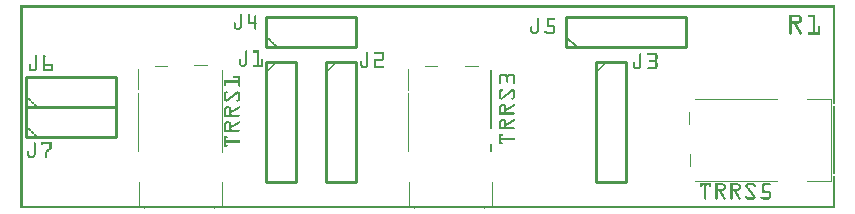
<source format=gto>
G04 MADE WITH FRITZING*
G04 WWW.FRITZING.ORG*
G04 DOUBLE SIDED*
G04 HOLES PLATED*
G04 CONTOUR ON CENTER OF CONTOUR VECTOR*
%ASAXBY*%
%FSLAX23Y23*%
%MOIN*%
%OFA0B0*%
%SFA1.0B1.0*%
%ADD10C,0.003528*%
%ADD11C,0.010000*%
%ADD12C,0.005000*%
%ADD13R,0.001000X0.001000*%
%LNSILK1*%
G90*
G70*
G54D10*
X447Y477D02*
X487Y477D01*
D02*
X670Y188D02*
X670Y462D01*
G54D11*
D02*
X819Y489D02*
X819Y89D01*
D02*
X819Y89D02*
X919Y89D01*
D02*
X919Y89D02*
X919Y489D01*
D02*
X919Y489D02*
X819Y489D01*
G54D10*
D02*
X1347Y477D02*
X1387Y477D01*
D02*
X1481Y477D02*
X1524Y477D01*
G54D11*
D02*
X1019Y489D02*
X1019Y89D01*
D02*
X1019Y89D02*
X1119Y89D01*
D02*
X1119Y89D02*
X1119Y489D01*
D02*
X1119Y489D02*
X1019Y489D01*
G54D10*
D02*
X2520Y91D02*
X2247Y91D01*
D02*
X2231Y144D02*
X2231Y184D01*
D02*
X2520Y367D02*
X2247Y367D01*
G54D11*
D02*
X1919Y489D02*
X1919Y89D01*
D02*
X1919Y89D02*
X2019Y89D01*
D02*
X2019Y89D02*
X2019Y489D01*
D02*
X2019Y489D02*
X1919Y489D01*
D02*
X819Y539D02*
X1119Y539D01*
D02*
X1119Y539D02*
X1119Y639D01*
D02*
X1119Y639D02*
X819Y639D01*
D02*
X819Y639D02*
X819Y539D01*
D02*
X1819Y539D02*
X2219Y539D01*
D02*
X2219Y539D02*
X2219Y639D01*
D02*
X2219Y639D02*
X1819Y639D01*
D02*
X1819Y639D02*
X1819Y539D01*
G54D12*
D02*
X1854Y539D02*
X1819Y574D01*
G54D11*
D02*
X19Y339D02*
X319Y339D01*
D02*
X319Y339D02*
X319Y439D01*
D02*
X319Y439D02*
X19Y439D01*
D02*
X19Y439D02*
X19Y339D01*
D02*
X19Y239D02*
X319Y239D01*
D02*
X319Y239D02*
X319Y339D01*
D02*
X319Y339D02*
X19Y339D01*
D02*
X19Y339D02*
X19Y239D01*
G54D10*
X394Y88D02*
X394Y8D01*
X670Y8D01*
X670Y88D01*
D02*
X1294Y88D02*
X1294Y8D01*
X1570Y8D01*
X1570Y88D01*
D02*
X2620Y91D02*
X2701Y91D01*
X2701Y367D01*
X2620Y367D01*
D02*
G54D13*
X0Y678D02*
X2715Y678D01*
X0Y677D02*
X2715Y677D01*
X0Y676D02*
X2715Y676D01*
X0Y675D02*
X2715Y675D01*
X0Y674D02*
X2715Y674D01*
X0Y673D02*
X2715Y673D01*
X0Y672D02*
X2715Y672D01*
X0Y671D02*
X2715Y671D01*
X0Y670D02*
X7Y670D01*
X2708Y670D02*
X2715Y670D01*
X0Y669D02*
X7Y669D01*
X2708Y669D02*
X2715Y669D01*
X0Y668D02*
X7Y668D01*
X2708Y668D02*
X2715Y668D01*
X0Y667D02*
X7Y667D01*
X2708Y667D02*
X2715Y667D01*
X0Y666D02*
X7Y666D01*
X2708Y666D02*
X2715Y666D01*
X0Y665D02*
X7Y665D01*
X2708Y665D02*
X2715Y665D01*
X0Y664D02*
X7Y664D01*
X2708Y664D02*
X2715Y664D01*
X0Y663D02*
X7Y663D01*
X2708Y663D02*
X2715Y663D01*
X0Y662D02*
X7Y662D01*
X2708Y662D02*
X2715Y662D01*
X0Y661D02*
X7Y661D01*
X2708Y661D02*
X2715Y661D01*
X0Y660D02*
X7Y660D01*
X2708Y660D02*
X2715Y660D01*
X0Y659D02*
X7Y659D01*
X2708Y659D02*
X2715Y659D01*
X0Y658D02*
X7Y658D01*
X2708Y658D02*
X2715Y658D01*
X0Y657D02*
X7Y657D01*
X2708Y657D02*
X2715Y657D01*
X0Y656D02*
X7Y656D01*
X2708Y656D02*
X2715Y656D01*
X0Y655D02*
X7Y655D01*
X2708Y655D02*
X2715Y655D01*
X0Y654D02*
X7Y654D01*
X2708Y654D02*
X2715Y654D01*
X0Y653D02*
X7Y653D01*
X2708Y653D02*
X2715Y653D01*
X0Y652D02*
X7Y652D01*
X2708Y652D02*
X2715Y652D01*
X0Y651D02*
X7Y651D01*
X2708Y651D02*
X2715Y651D01*
X0Y650D02*
X7Y650D01*
X733Y650D02*
X736Y650D01*
X760Y650D02*
X763Y650D01*
X2708Y650D02*
X2715Y650D01*
X0Y649D02*
X7Y649D01*
X732Y649D02*
X737Y649D01*
X759Y649D02*
X764Y649D01*
X2708Y649D02*
X2715Y649D01*
X0Y648D02*
X7Y648D01*
X731Y648D02*
X737Y648D01*
X759Y648D02*
X765Y648D01*
X2708Y648D02*
X2715Y648D01*
X0Y647D02*
X7Y647D01*
X731Y647D02*
X737Y647D01*
X759Y647D02*
X765Y647D01*
X2708Y647D02*
X2715Y647D01*
X0Y646D02*
X7Y646D01*
X731Y646D02*
X737Y646D01*
X759Y646D02*
X765Y646D01*
X2563Y646D02*
X2594Y646D01*
X2627Y646D02*
X2649Y646D01*
X2708Y646D02*
X2715Y646D01*
X0Y645D02*
X7Y645D01*
X731Y645D02*
X737Y645D01*
X759Y645D02*
X765Y645D01*
X2563Y645D02*
X2597Y645D01*
X2626Y645D02*
X2649Y645D01*
X2708Y645D02*
X2715Y645D01*
X0Y644D02*
X7Y644D01*
X731Y644D02*
X737Y644D01*
X759Y644D02*
X765Y644D01*
X781Y644D02*
X784Y644D01*
X2563Y644D02*
X2599Y644D01*
X2625Y644D02*
X2649Y644D01*
X2708Y644D02*
X2715Y644D01*
X0Y643D02*
X7Y643D01*
X731Y643D02*
X737Y643D01*
X759Y643D02*
X765Y643D01*
X780Y643D02*
X785Y643D01*
X2563Y643D02*
X2600Y643D01*
X2624Y643D02*
X2649Y643D01*
X2708Y643D02*
X2715Y643D01*
X0Y642D02*
X7Y642D01*
X731Y642D02*
X737Y642D01*
X759Y642D02*
X765Y642D01*
X780Y642D02*
X785Y642D01*
X2563Y642D02*
X2601Y642D01*
X2624Y642D02*
X2649Y642D01*
X2708Y642D02*
X2715Y642D01*
X0Y641D02*
X7Y641D01*
X731Y641D02*
X737Y641D01*
X759Y641D02*
X765Y641D01*
X779Y641D02*
X785Y641D01*
X2563Y641D02*
X2602Y641D01*
X2624Y641D02*
X2649Y641D01*
X2708Y641D02*
X2715Y641D01*
X0Y640D02*
X7Y640D01*
X731Y640D02*
X737Y640D01*
X759Y640D02*
X765Y640D01*
X779Y640D02*
X785Y640D01*
X2563Y640D02*
X2603Y640D01*
X2625Y640D02*
X2649Y640D01*
X2708Y640D02*
X2715Y640D01*
X0Y639D02*
X7Y639D01*
X731Y639D02*
X737Y639D01*
X759Y639D02*
X765Y639D01*
X779Y639D02*
X785Y639D01*
X2563Y639D02*
X2603Y639D01*
X2626Y639D02*
X2649Y639D01*
X2708Y639D02*
X2715Y639D01*
X0Y638D02*
X7Y638D01*
X731Y638D02*
X737Y638D01*
X759Y638D02*
X765Y638D01*
X779Y638D02*
X785Y638D01*
X2563Y638D02*
X2604Y638D01*
X2627Y638D02*
X2649Y638D01*
X2708Y638D02*
X2715Y638D01*
X0Y637D02*
X7Y637D01*
X731Y637D02*
X737Y637D01*
X759Y637D02*
X765Y637D01*
X779Y637D02*
X785Y637D01*
X2563Y637D02*
X2571Y637D01*
X2595Y637D02*
X2604Y637D01*
X2641Y637D02*
X2649Y637D01*
X2708Y637D02*
X2715Y637D01*
X0Y636D02*
X7Y636D01*
X731Y636D02*
X737Y636D01*
X759Y636D02*
X765Y636D01*
X779Y636D02*
X785Y636D01*
X1722Y636D02*
X1726Y636D01*
X1754Y636D02*
X1779Y636D01*
X2563Y636D02*
X2571Y636D01*
X2596Y636D02*
X2604Y636D01*
X2641Y636D02*
X2649Y636D01*
X2708Y636D02*
X2715Y636D01*
X0Y635D02*
X7Y635D01*
X731Y635D02*
X737Y635D01*
X759Y635D02*
X765Y635D01*
X779Y635D02*
X785Y635D01*
X1721Y635D02*
X1726Y635D01*
X1754Y635D02*
X1780Y635D01*
X2563Y635D02*
X2571Y635D01*
X2597Y635D02*
X2604Y635D01*
X2641Y635D02*
X2649Y635D01*
X2708Y635D02*
X2715Y635D01*
X0Y634D02*
X7Y634D01*
X731Y634D02*
X737Y634D01*
X759Y634D02*
X765Y634D01*
X779Y634D02*
X785Y634D01*
X1721Y634D02*
X1727Y634D01*
X1754Y634D02*
X1780Y634D01*
X2563Y634D02*
X2571Y634D01*
X2597Y634D02*
X2604Y634D01*
X2641Y634D02*
X2649Y634D01*
X2708Y634D02*
X2715Y634D01*
X0Y633D02*
X7Y633D01*
X731Y633D02*
X737Y633D01*
X759Y633D02*
X765Y633D01*
X779Y633D02*
X785Y633D01*
X1721Y633D02*
X1727Y633D01*
X1754Y633D02*
X1780Y633D01*
X2563Y633D02*
X2571Y633D01*
X2597Y633D02*
X2604Y633D01*
X2641Y633D02*
X2649Y633D01*
X2708Y633D02*
X2715Y633D01*
X0Y632D02*
X7Y632D01*
X731Y632D02*
X737Y632D01*
X759Y632D02*
X765Y632D01*
X779Y632D02*
X785Y632D01*
X1721Y632D02*
X1727Y632D01*
X1754Y632D02*
X1780Y632D01*
X2563Y632D02*
X2571Y632D01*
X2597Y632D02*
X2604Y632D01*
X2641Y632D02*
X2649Y632D01*
X2708Y632D02*
X2715Y632D01*
X0Y631D02*
X7Y631D01*
X731Y631D02*
X737Y631D01*
X759Y631D02*
X765Y631D01*
X779Y631D02*
X785Y631D01*
X1721Y631D02*
X1727Y631D01*
X1754Y631D02*
X1780Y631D01*
X2563Y631D02*
X2571Y631D01*
X2597Y631D02*
X2604Y631D01*
X2641Y631D02*
X2649Y631D01*
X2708Y631D02*
X2715Y631D01*
X0Y630D02*
X7Y630D01*
X731Y630D02*
X737Y630D01*
X759Y630D02*
X765Y630D01*
X779Y630D02*
X785Y630D01*
X1721Y630D02*
X1727Y630D01*
X1754Y630D02*
X1778Y630D01*
X2563Y630D02*
X2571Y630D01*
X2597Y630D02*
X2604Y630D01*
X2641Y630D02*
X2649Y630D01*
X2708Y630D02*
X2715Y630D01*
X0Y629D02*
X7Y629D01*
X731Y629D02*
X737Y629D01*
X759Y629D02*
X765Y629D01*
X779Y629D02*
X785Y629D01*
X1721Y629D02*
X1727Y629D01*
X1754Y629D02*
X1760Y629D01*
X2563Y629D02*
X2571Y629D01*
X2597Y629D02*
X2604Y629D01*
X2641Y629D02*
X2649Y629D01*
X2708Y629D02*
X2715Y629D01*
X0Y628D02*
X7Y628D01*
X731Y628D02*
X737Y628D01*
X759Y628D02*
X765Y628D01*
X779Y628D02*
X785Y628D01*
X1721Y628D02*
X1727Y628D01*
X1754Y628D02*
X1760Y628D01*
X2563Y628D02*
X2571Y628D01*
X2597Y628D02*
X2604Y628D01*
X2641Y628D02*
X2649Y628D01*
X2708Y628D02*
X2715Y628D01*
X0Y627D02*
X7Y627D01*
X731Y627D02*
X737Y627D01*
X759Y627D02*
X765Y627D01*
X779Y627D02*
X785Y627D01*
X1721Y627D02*
X1727Y627D01*
X1754Y627D02*
X1760Y627D01*
X2563Y627D02*
X2571Y627D01*
X2596Y627D02*
X2604Y627D01*
X2641Y627D02*
X2649Y627D01*
X2708Y627D02*
X2715Y627D01*
X0Y626D02*
X7Y626D01*
X731Y626D02*
X737Y626D01*
X759Y626D02*
X765Y626D01*
X779Y626D02*
X785Y626D01*
X1721Y626D02*
X1727Y626D01*
X1754Y626D02*
X1760Y626D01*
X2563Y626D02*
X2571Y626D01*
X2595Y626D02*
X2604Y626D01*
X2641Y626D02*
X2649Y626D01*
X2708Y626D02*
X2715Y626D01*
X0Y625D02*
X7Y625D01*
X731Y625D02*
X737Y625D01*
X759Y625D02*
X765Y625D01*
X779Y625D02*
X785Y625D01*
X1721Y625D02*
X1727Y625D01*
X1754Y625D02*
X1760Y625D01*
X2563Y625D02*
X2571Y625D01*
X2594Y625D02*
X2604Y625D01*
X2641Y625D02*
X2649Y625D01*
X2708Y625D02*
X2715Y625D01*
X0Y624D02*
X7Y624D01*
X731Y624D02*
X737Y624D01*
X759Y624D02*
X765Y624D01*
X779Y624D02*
X785Y624D01*
X1721Y624D02*
X1727Y624D01*
X1754Y624D02*
X1760Y624D01*
X2563Y624D02*
X2603Y624D01*
X2641Y624D02*
X2649Y624D01*
X2708Y624D02*
X2715Y624D01*
X0Y623D02*
X7Y623D01*
X731Y623D02*
X737Y623D01*
X759Y623D02*
X765Y623D01*
X779Y623D02*
X785Y623D01*
X1721Y623D02*
X1727Y623D01*
X1754Y623D02*
X1760Y623D01*
X2563Y623D02*
X2603Y623D01*
X2641Y623D02*
X2649Y623D01*
X2708Y623D02*
X2715Y623D01*
X0Y622D02*
X7Y622D01*
X731Y622D02*
X737Y622D01*
X759Y622D02*
X765Y622D01*
X779Y622D02*
X785Y622D01*
X1721Y622D02*
X1727Y622D01*
X1754Y622D02*
X1760Y622D01*
X2563Y622D02*
X2602Y622D01*
X2641Y622D02*
X2649Y622D01*
X2708Y622D02*
X2715Y622D01*
X0Y621D02*
X7Y621D01*
X713Y621D02*
X714Y621D01*
X731Y621D02*
X737Y621D01*
X759Y621D02*
X786Y621D01*
X1721Y621D02*
X1727Y621D01*
X1754Y621D02*
X1760Y621D01*
X2563Y621D02*
X2601Y621D01*
X2641Y621D02*
X2649Y621D01*
X2708Y621D02*
X2715Y621D01*
X0Y620D02*
X7Y620D01*
X711Y620D02*
X716Y620D01*
X731Y620D02*
X737Y620D01*
X759Y620D02*
X788Y620D01*
X1721Y620D02*
X1727Y620D01*
X1754Y620D02*
X1760Y620D01*
X2563Y620D02*
X2601Y620D01*
X2641Y620D02*
X2649Y620D01*
X2708Y620D02*
X2715Y620D01*
X0Y619D02*
X7Y619D01*
X711Y619D02*
X716Y619D01*
X731Y619D02*
X737Y619D01*
X759Y619D02*
X789Y619D01*
X1721Y619D02*
X1727Y619D01*
X1754Y619D02*
X1760Y619D01*
X2563Y619D02*
X2599Y619D01*
X2641Y619D02*
X2649Y619D01*
X2708Y619D02*
X2715Y619D01*
X0Y618D02*
X7Y618D01*
X711Y618D02*
X716Y618D01*
X731Y618D02*
X737Y618D01*
X759Y618D02*
X789Y618D01*
X1721Y618D02*
X1727Y618D01*
X1754Y618D02*
X1760Y618D01*
X2563Y618D02*
X2598Y618D01*
X2641Y618D02*
X2649Y618D01*
X2708Y618D02*
X2715Y618D01*
X0Y617D02*
X7Y617D01*
X711Y617D02*
X717Y617D01*
X731Y617D02*
X737Y617D01*
X759Y617D02*
X789Y617D01*
X1721Y617D02*
X1727Y617D01*
X1754Y617D02*
X1760Y617D01*
X2563Y617D02*
X2596Y617D01*
X2641Y617D02*
X2649Y617D01*
X2708Y617D02*
X2715Y617D01*
X0Y616D02*
X7Y616D01*
X711Y616D02*
X717Y616D01*
X731Y616D02*
X737Y616D01*
X759Y616D02*
X788Y616D01*
X1721Y616D02*
X1727Y616D01*
X1754Y616D02*
X1760Y616D01*
X2563Y616D02*
X2571Y616D01*
X2578Y616D02*
X2587Y616D01*
X2641Y616D02*
X2649Y616D01*
X2708Y616D02*
X2715Y616D01*
X0Y615D02*
X7Y615D01*
X711Y615D02*
X717Y615D01*
X731Y615D02*
X737Y615D01*
X759Y615D02*
X788Y615D01*
X1721Y615D02*
X1727Y615D01*
X1754Y615D02*
X1760Y615D01*
X2563Y615D02*
X2571Y615D01*
X2578Y615D02*
X2587Y615D01*
X2641Y615D02*
X2649Y615D01*
X2708Y615D02*
X2715Y615D01*
X0Y614D02*
X7Y614D01*
X711Y614D02*
X717Y614D01*
X731Y614D02*
X737Y614D01*
X779Y614D02*
X786Y614D01*
X1721Y614D02*
X1727Y614D01*
X1754Y614D02*
X1760Y614D01*
X2563Y614D02*
X2571Y614D01*
X2579Y614D02*
X2588Y614D01*
X2641Y614D02*
X2649Y614D01*
X2708Y614D02*
X2715Y614D01*
X0Y613D02*
X7Y613D01*
X711Y613D02*
X717Y613D01*
X731Y613D02*
X737Y613D01*
X779Y613D02*
X785Y613D01*
X1721Y613D02*
X1727Y613D01*
X1754Y613D02*
X1775Y613D01*
X2563Y613D02*
X2571Y613D01*
X2580Y613D02*
X2589Y613D01*
X2641Y613D02*
X2649Y613D01*
X2708Y613D02*
X2715Y613D01*
X0Y612D02*
X7Y612D01*
X711Y612D02*
X717Y612D01*
X731Y612D02*
X737Y612D01*
X779Y612D02*
X785Y612D01*
X1721Y612D02*
X1727Y612D01*
X1754Y612D02*
X1777Y612D01*
X2563Y612D02*
X2571Y612D01*
X2580Y612D02*
X2589Y612D01*
X2641Y612D02*
X2649Y612D01*
X2708Y612D02*
X2715Y612D01*
X0Y611D02*
X7Y611D01*
X711Y611D02*
X717Y611D01*
X731Y611D02*
X737Y611D01*
X779Y611D02*
X785Y611D01*
X1721Y611D02*
X1727Y611D01*
X1754Y611D02*
X1778Y611D01*
X2563Y611D02*
X2571Y611D01*
X2581Y611D02*
X2590Y611D01*
X2641Y611D02*
X2649Y611D01*
X2708Y611D02*
X2715Y611D01*
X0Y610D02*
X7Y610D01*
X711Y610D02*
X717Y610D01*
X731Y610D02*
X737Y610D01*
X779Y610D02*
X785Y610D01*
X1721Y610D02*
X1727Y610D01*
X1754Y610D02*
X1779Y610D01*
X2563Y610D02*
X2571Y610D01*
X2581Y610D02*
X2590Y610D01*
X2641Y610D02*
X2649Y610D01*
X2660Y610D02*
X2663Y610D01*
X2708Y610D02*
X2715Y610D01*
X0Y609D02*
X7Y609D01*
X711Y609D02*
X717Y609D01*
X731Y609D02*
X737Y609D01*
X779Y609D02*
X785Y609D01*
X1721Y609D02*
X1727Y609D01*
X1754Y609D02*
X1780Y609D01*
X2563Y609D02*
X2571Y609D01*
X2582Y609D02*
X2591Y609D01*
X2641Y609D02*
X2649Y609D01*
X2659Y609D02*
X2664Y609D01*
X2708Y609D02*
X2715Y609D01*
X0Y608D02*
X7Y608D01*
X711Y608D02*
X717Y608D01*
X731Y608D02*
X737Y608D01*
X779Y608D02*
X785Y608D01*
X1721Y608D02*
X1727Y608D01*
X1754Y608D02*
X1780Y608D01*
X2563Y608D02*
X2571Y608D01*
X2582Y608D02*
X2591Y608D01*
X2641Y608D02*
X2649Y608D01*
X2658Y608D02*
X2665Y608D01*
X2708Y608D02*
X2715Y608D01*
X0Y607D02*
X7Y607D01*
X711Y607D02*
X717Y607D01*
X731Y607D02*
X737Y607D01*
X779Y607D02*
X785Y607D01*
X1702Y607D02*
X1704Y607D01*
X1721Y607D02*
X1727Y607D01*
X1754Y607D02*
X1780Y607D01*
X2563Y607D02*
X2571Y607D01*
X2583Y607D02*
X2592Y607D01*
X2641Y607D02*
X2649Y607D01*
X2658Y607D02*
X2665Y607D01*
X2708Y607D02*
X2715Y607D01*
X0Y606D02*
X7Y606D01*
X711Y606D02*
X717Y606D01*
X731Y606D02*
X737Y606D01*
X779Y606D02*
X785Y606D01*
X1701Y606D02*
X1705Y606D01*
X1721Y606D02*
X1727Y606D01*
X1774Y606D02*
X1780Y606D01*
X2563Y606D02*
X2571Y606D01*
X2584Y606D02*
X2593Y606D01*
X2641Y606D02*
X2649Y606D01*
X2658Y606D02*
X2666Y606D01*
X2708Y606D02*
X2715Y606D01*
X0Y605D02*
X7Y605D01*
X711Y605D02*
X717Y605D01*
X730Y605D02*
X737Y605D01*
X779Y605D02*
X785Y605D01*
X1701Y605D02*
X1706Y605D01*
X1721Y605D02*
X1727Y605D01*
X1774Y605D02*
X1780Y605D01*
X2563Y605D02*
X2571Y605D01*
X2584Y605D02*
X2593Y605D01*
X2641Y605D02*
X2649Y605D01*
X2658Y605D02*
X2666Y605D01*
X2708Y605D02*
X2715Y605D01*
X0Y604D02*
X7Y604D01*
X711Y604D02*
X718Y604D01*
X729Y604D02*
X737Y604D01*
X779Y604D02*
X785Y604D01*
X1700Y604D02*
X1706Y604D01*
X1721Y604D02*
X1727Y604D01*
X1774Y604D02*
X1780Y604D01*
X2563Y604D02*
X2571Y604D01*
X2585Y604D02*
X2594Y604D01*
X2641Y604D02*
X2649Y604D01*
X2658Y604D02*
X2666Y604D01*
X2708Y604D02*
X2715Y604D01*
X0Y603D02*
X7Y603D01*
X711Y603D02*
X736Y603D01*
X779Y603D02*
X785Y603D01*
X1700Y603D02*
X1706Y603D01*
X1721Y603D02*
X1727Y603D01*
X1774Y603D02*
X1780Y603D01*
X2563Y603D02*
X2571Y603D01*
X2585Y603D02*
X2594Y603D01*
X2641Y603D02*
X2649Y603D01*
X2658Y603D02*
X2666Y603D01*
X2708Y603D02*
X2715Y603D01*
X0Y602D02*
X7Y602D01*
X712Y602D02*
X736Y602D01*
X779Y602D02*
X785Y602D01*
X1700Y602D02*
X1706Y602D01*
X1721Y602D02*
X1727Y602D01*
X1774Y602D02*
X1780Y602D01*
X2563Y602D02*
X2571Y602D01*
X2586Y602D02*
X2595Y602D01*
X2641Y602D02*
X2649Y602D01*
X2658Y602D02*
X2666Y602D01*
X2708Y602D02*
X2715Y602D01*
X0Y601D02*
X7Y601D01*
X712Y601D02*
X735Y601D01*
X779Y601D02*
X785Y601D01*
X1700Y601D02*
X1706Y601D01*
X1721Y601D02*
X1727Y601D01*
X1774Y601D02*
X1780Y601D01*
X2563Y601D02*
X2571Y601D01*
X2587Y601D02*
X2596Y601D01*
X2641Y601D02*
X2649Y601D01*
X2658Y601D02*
X2666Y601D01*
X2708Y601D02*
X2715Y601D01*
X0Y600D02*
X7Y600D01*
X713Y600D02*
X734Y600D01*
X779Y600D02*
X785Y600D01*
X1700Y600D02*
X1706Y600D01*
X1721Y600D02*
X1727Y600D01*
X1774Y600D02*
X1780Y600D01*
X2563Y600D02*
X2571Y600D01*
X2587Y600D02*
X2596Y600D01*
X2641Y600D02*
X2649Y600D01*
X2658Y600D02*
X2666Y600D01*
X2708Y600D02*
X2715Y600D01*
X0Y599D02*
X7Y599D01*
X714Y599D02*
X733Y599D01*
X780Y599D02*
X785Y599D01*
X1700Y599D02*
X1706Y599D01*
X1721Y599D02*
X1727Y599D01*
X1774Y599D02*
X1780Y599D01*
X2563Y599D02*
X2571Y599D01*
X2588Y599D02*
X2597Y599D01*
X2641Y599D02*
X2649Y599D01*
X2658Y599D02*
X2666Y599D01*
X2708Y599D02*
X2715Y599D01*
X0Y598D02*
X7Y598D01*
X716Y598D02*
X732Y598D01*
X780Y598D02*
X785Y598D01*
X1700Y598D02*
X1706Y598D01*
X1721Y598D02*
X1727Y598D01*
X1774Y598D02*
X1780Y598D01*
X2563Y598D02*
X2571Y598D01*
X2588Y598D02*
X2597Y598D01*
X2641Y598D02*
X2649Y598D01*
X2658Y598D02*
X2666Y598D01*
X2708Y598D02*
X2715Y598D01*
X0Y597D02*
X7Y597D01*
X718Y597D02*
X730Y597D01*
X781Y597D02*
X784Y597D01*
X1700Y597D02*
X1706Y597D01*
X1721Y597D02*
X1727Y597D01*
X1774Y597D02*
X1780Y597D01*
X2563Y597D02*
X2571Y597D01*
X2589Y597D02*
X2598Y597D01*
X2641Y597D02*
X2649Y597D01*
X2658Y597D02*
X2666Y597D01*
X2708Y597D02*
X2715Y597D01*
X0Y596D02*
X7Y596D01*
X1700Y596D02*
X1706Y596D01*
X1721Y596D02*
X1727Y596D01*
X1774Y596D02*
X1780Y596D01*
X2563Y596D02*
X2571Y596D01*
X2589Y596D02*
X2598Y596D01*
X2641Y596D02*
X2649Y596D01*
X2658Y596D02*
X2666Y596D01*
X2708Y596D02*
X2715Y596D01*
X0Y595D02*
X7Y595D01*
X1700Y595D02*
X1706Y595D01*
X1721Y595D02*
X1727Y595D01*
X1774Y595D02*
X1780Y595D01*
X2563Y595D02*
X2571Y595D01*
X2590Y595D02*
X2599Y595D01*
X2641Y595D02*
X2649Y595D01*
X2658Y595D02*
X2666Y595D01*
X2708Y595D02*
X2715Y595D01*
X0Y594D02*
X7Y594D01*
X1700Y594D02*
X1706Y594D01*
X1721Y594D02*
X1727Y594D01*
X1774Y594D02*
X1780Y594D01*
X2563Y594D02*
X2571Y594D01*
X2591Y594D02*
X2600Y594D01*
X2641Y594D02*
X2649Y594D01*
X2658Y594D02*
X2666Y594D01*
X2708Y594D02*
X2715Y594D01*
X0Y593D02*
X7Y593D01*
X1700Y593D02*
X1706Y593D01*
X1721Y593D02*
X1727Y593D01*
X1774Y593D02*
X1780Y593D01*
X2563Y593D02*
X2571Y593D01*
X2591Y593D02*
X2600Y593D01*
X2641Y593D02*
X2649Y593D01*
X2658Y593D02*
X2666Y593D01*
X2708Y593D02*
X2715Y593D01*
X0Y592D02*
X7Y592D01*
X1700Y592D02*
X1707Y592D01*
X1721Y592D02*
X1727Y592D01*
X1749Y592D02*
X1751Y592D01*
X1774Y592D02*
X1780Y592D01*
X2563Y592D02*
X2571Y592D01*
X2592Y592D02*
X2601Y592D01*
X2641Y592D02*
X2649Y592D01*
X2658Y592D02*
X2666Y592D01*
X2708Y592D02*
X2715Y592D01*
X0Y591D02*
X7Y591D01*
X1700Y591D02*
X1707Y591D01*
X1720Y591D02*
X1727Y591D01*
X1747Y591D02*
X1754Y591D01*
X1774Y591D02*
X1780Y591D01*
X2563Y591D02*
X2571Y591D01*
X2592Y591D02*
X2601Y591D01*
X2641Y591D02*
X2649Y591D01*
X2658Y591D02*
X2666Y591D01*
X2708Y591D02*
X2715Y591D01*
X0Y590D02*
X7Y590D01*
X1701Y590D02*
X1708Y590D01*
X1719Y590D02*
X1726Y590D01*
X1747Y590D02*
X1756Y590D01*
X1774Y590D02*
X1780Y590D01*
X2563Y590D02*
X2571Y590D01*
X2593Y590D02*
X2602Y590D01*
X2641Y590D02*
X2649Y590D01*
X2658Y590D02*
X2666Y590D01*
X2708Y590D02*
X2715Y590D01*
X0Y589D02*
X7Y589D01*
X1701Y589D02*
X1726Y589D01*
X1747Y589D02*
X1780Y589D01*
X2563Y589D02*
X2571Y589D01*
X2594Y589D02*
X2603Y589D01*
X2641Y589D02*
X2649Y589D01*
X2658Y589D02*
X2666Y589D01*
X2708Y589D02*
X2715Y589D01*
X0Y588D02*
X7Y588D01*
X1702Y588D02*
X1726Y588D01*
X1747Y588D02*
X1780Y588D01*
X2563Y588D02*
X2571Y588D01*
X2594Y588D02*
X2603Y588D01*
X2626Y588D02*
X2666Y588D01*
X2708Y588D02*
X2715Y588D01*
X0Y587D02*
X7Y587D01*
X1702Y587D02*
X1725Y587D01*
X1747Y587D02*
X1780Y587D01*
X2563Y587D02*
X2571Y587D01*
X2595Y587D02*
X2604Y587D01*
X2625Y587D02*
X2666Y587D01*
X2708Y587D02*
X2715Y587D01*
X0Y586D02*
X7Y586D01*
X1703Y586D02*
X1724Y586D01*
X1749Y586D02*
X1779Y586D01*
X2563Y586D02*
X2571Y586D01*
X2595Y586D02*
X2604Y586D01*
X2625Y586D02*
X2666Y586D01*
X2708Y586D02*
X2715Y586D01*
X0Y585D02*
X7Y585D01*
X1704Y585D02*
X1723Y585D01*
X1751Y585D02*
X1779Y585D01*
X2563Y585D02*
X2571Y585D01*
X2596Y585D02*
X2604Y585D01*
X2624Y585D02*
X2666Y585D01*
X2708Y585D02*
X2715Y585D01*
X0Y584D02*
X7Y584D01*
X1706Y584D02*
X1722Y584D01*
X1753Y584D02*
X1777Y584D01*
X2563Y584D02*
X2571Y584D01*
X2596Y584D02*
X2604Y584D01*
X2624Y584D02*
X2665Y584D01*
X2708Y584D02*
X2715Y584D01*
X0Y583D02*
X7Y583D01*
X1708Y583D02*
X1719Y583D01*
X1756Y583D02*
X1776Y583D01*
X2564Y583D02*
X2570Y583D01*
X2597Y583D02*
X2604Y583D01*
X2625Y583D02*
X2665Y583D01*
X2708Y583D02*
X2715Y583D01*
X0Y582D02*
X7Y582D01*
X2564Y582D02*
X2570Y582D01*
X2598Y582D02*
X2604Y582D01*
X2625Y582D02*
X2665Y582D01*
X2708Y582D02*
X2715Y582D01*
X0Y581D02*
X7Y581D01*
X2565Y581D02*
X2569Y581D01*
X2599Y581D02*
X2602Y581D01*
X2626Y581D02*
X2663Y581D01*
X2708Y581D02*
X2715Y581D01*
X0Y580D02*
X7Y580D01*
X2708Y580D02*
X2715Y580D01*
X0Y579D02*
X7Y579D01*
X2708Y579D02*
X2715Y579D01*
X0Y578D02*
X7Y578D01*
X2708Y578D02*
X2715Y578D01*
X0Y577D02*
X7Y577D01*
X2708Y577D02*
X2715Y577D01*
X0Y576D02*
X7Y576D01*
X821Y576D02*
X821Y576D01*
X2708Y576D02*
X2715Y576D01*
X0Y575D02*
X7Y575D01*
X819Y575D02*
X822Y575D01*
X2708Y575D02*
X2715Y575D01*
X0Y574D02*
X7Y574D01*
X818Y574D02*
X823Y574D01*
X2708Y574D02*
X2715Y574D01*
X0Y573D02*
X7Y573D01*
X818Y573D02*
X824Y573D01*
X2708Y573D02*
X2715Y573D01*
X0Y572D02*
X7Y572D01*
X818Y572D02*
X825Y572D01*
X2708Y572D02*
X2715Y572D01*
X0Y571D02*
X7Y571D01*
X819Y571D02*
X826Y571D01*
X2708Y571D02*
X2715Y571D01*
X0Y570D02*
X7Y570D01*
X820Y570D02*
X827Y570D01*
X2708Y570D02*
X2715Y570D01*
X0Y569D02*
X7Y569D01*
X821Y569D02*
X828Y569D01*
X2708Y569D02*
X2715Y569D01*
X0Y568D02*
X7Y568D01*
X822Y568D02*
X829Y568D01*
X2708Y568D02*
X2715Y568D01*
X0Y567D02*
X7Y567D01*
X823Y567D02*
X830Y567D01*
X2708Y567D02*
X2715Y567D01*
X0Y566D02*
X7Y566D01*
X824Y566D02*
X831Y566D01*
X2708Y566D02*
X2715Y566D01*
X0Y565D02*
X7Y565D01*
X825Y565D02*
X832Y565D01*
X2708Y565D02*
X2715Y565D01*
X0Y564D02*
X7Y564D01*
X826Y564D02*
X833Y564D01*
X2708Y564D02*
X2715Y564D01*
X0Y563D02*
X7Y563D01*
X827Y563D02*
X833Y563D01*
X2708Y563D02*
X2715Y563D01*
X0Y562D02*
X7Y562D01*
X828Y562D02*
X834Y562D01*
X2708Y562D02*
X2715Y562D01*
X0Y561D02*
X7Y561D01*
X829Y561D02*
X835Y561D01*
X2708Y561D02*
X2715Y561D01*
X0Y560D02*
X7Y560D01*
X830Y560D02*
X836Y560D01*
X2708Y560D02*
X2715Y560D01*
X0Y559D02*
X7Y559D01*
X831Y559D02*
X837Y559D01*
X2708Y559D02*
X2715Y559D01*
X0Y558D02*
X7Y558D01*
X832Y558D02*
X838Y558D01*
X2708Y558D02*
X2715Y558D01*
X0Y557D02*
X7Y557D01*
X833Y557D02*
X839Y557D01*
X2708Y557D02*
X2715Y557D01*
X0Y556D02*
X7Y556D01*
X834Y556D02*
X840Y556D01*
X2708Y556D02*
X2715Y556D01*
X0Y555D02*
X7Y555D01*
X835Y555D02*
X841Y555D01*
X2708Y555D02*
X2715Y555D01*
X0Y554D02*
X7Y554D01*
X836Y554D02*
X843Y554D01*
X2708Y554D02*
X2715Y554D01*
X0Y553D02*
X7Y553D01*
X837Y553D02*
X844Y553D01*
X2708Y553D02*
X2715Y553D01*
X0Y552D02*
X7Y552D01*
X838Y552D02*
X845Y552D01*
X2708Y552D02*
X2715Y552D01*
X0Y551D02*
X7Y551D01*
X839Y551D02*
X846Y551D01*
X2708Y551D02*
X2715Y551D01*
X0Y550D02*
X7Y550D01*
X840Y550D02*
X847Y550D01*
X2708Y550D02*
X2715Y550D01*
X0Y549D02*
X7Y549D01*
X841Y549D02*
X848Y549D01*
X2708Y549D02*
X2715Y549D01*
X0Y548D02*
X7Y548D01*
X842Y548D02*
X849Y548D01*
X2708Y548D02*
X2715Y548D01*
X0Y547D02*
X7Y547D01*
X843Y547D02*
X850Y547D01*
X2708Y547D02*
X2715Y547D01*
X0Y546D02*
X7Y546D01*
X844Y546D02*
X851Y546D01*
X2708Y546D02*
X2715Y546D01*
X0Y545D02*
X7Y545D01*
X845Y545D02*
X852Y545D01*
X2708Y545D02*
X2715Y545D01*
X0Y544D02*
X7Y544D01*
X846Y544D02*
X853Y544D01*
X2708Y544D02*
X2715Y544D01*
X0Y543D02*
X7Y543D01*
X847Y543D02*
X854Y543D01*
X2708Y543D02*
X2715Y543D01*
X0Y542D02*
X7Y542D01*
X848Y542D02*
X855Y542D01*
X2708Y542D02*
X2715Y542D01*
X0Y541D02*
X7Y541D01*
X849Y541D02*
X854Y541D01*
X2708Y541D02*
X2715Y541D01*
X0Y540D02*
X7Y540D01*
X850Y540D02*
X853Y540D01*
X2708Y540D02*
X2715Y540D01*
X0Y539D02*
X7Y539D01*
X851Y539D02*
X852Y539D01*
X2708Y539D02*
X2715Y539D01*
X0Y538D02*
X7Y538D01*
X2708Y538D02*
X2715Y538D01*
X0Y537D02*
X7Y537D01*
X2708Y537D02*
X2715Y537D01*
X0Y536D02*
X7Y536D01*
X2708Y536D02*
X2715Y536D01*
X0Y535D02*
X7Y535D01*
X2708Y535D02*
X2715Y535D01*
X0Y534D02*
X7Y534D01*
X2708Y534D02*
X2715Y534D01*
X0Y533D02*
X7Y533D01*
X2708Y533D02*
X2715Y533D01*
X0Y532D02*
X7Y532D01*
X2708Y532D02*
X2715Y532D01*
X0Y531D02*
X7Y531D01*
X2708Y531D02*
X2715Y531D01*
X0Y530D02*
X7Y530D01*
X2708Y530D02*
X2715Y530D01*
X0Y529D02*
X7Y529D01*
X2708Y529D02*
X2715Y529D01*
X0Y528D02*
X7Y528D01*
X2708Y528D02*
X2715Y528D01*
X0Y527D02*
X7Y527D01*
X751Y527D02*
X753Y527D01*
X776Y527D02*
X795Y527D01*
X2708Y527D02*
X2715Y527D01*
X0Y526D02*
X7Y526D01*
X750Y526D02*
X754Y526D01*
X775Y526D02*
X795Y526D01*
X2708Y526D02*
X2715Y526D01*
X0Y525D02*
X7Y525D01*
X749Y525D02*
X755Y525D01*
X775Y525D02*
X795Y525D01*
X2708Y525D02*
X2715Y525D01*
X0Y524D02*
X7Y524D01*
X749Y524D02*
X755Y524D01*
X775Y524D02*
X795Y524D01*
X2708Y524D02*
X2715Y524D01*
X0Y523D02*
X7Y523D01*
X749Y523D02*
X755Y523D01*
X775Y523D02*
X795Y523D01*
X1154Y523D02*
X1157Y523D01*
X1180Y523D02*
X1208Y523D01*
X2708Y523D02*
X2715Y523D01*
X0Y522D02*
X7Y522D01*
X749Y522D02*
X755Y522D01*
X776Y522D02*
X795Y522D01*
X1153Y522D02*
X1158Y522D01*
X1179Y522D02*
X1209Y522D01*
X2708Y522D02*
X2715Y522D01*
X0Y521D02*
X7Y521D01*
X749Y521D02*
X755Y521D01*
X777Y521D02*
X795Y521D01*
X1153Y521D02*
X1158Y521D01*
X1179Y521D02*
X1210Y521D01*
X2708Y521D02*
X2715Y521D01*
X0Y520D02*
X7Y520D01*
X749Y520D02*
X755Y520D01*
X789Y520D02*
X795Y520D01*
X1153Y520D02*
X1159Y520D01*
X1179Y520D02*
X1211Y520D01*
X2708Y520D02*
X2715Y520D01*
X0Y519D02*
X7Y519D01*
X749Y519D02*
X755Y519D01*
X789Y519D02*
X795Y519D01*
X1153Y519D02*
X1159Y519D01*
X1179Y519D02*
X1212Y519D01*
X2708Y519D02*
X2715Y519D01*
X0Y518D02*
X7Y518D01*
X749Y518D02*
X755Y518D01*
X789Y518D02*
X795Y518D01*
X1153Y518D02*
X1159Y518D01*
X1179Y518D02*
X1212Y518D01*
X2065Y518D02*
X2067Y518D01*
X2091Y518D02*
X2118Y518D01*
X2708Y518D02*
X2715Y518D01*
X0Y517D02*
X7Y517D01*
X749Y517D02*
X755Y517D01*
X789Y517D02*
X795Y517D01*
X1153Y517D02*
X1159Y517D01*
X1180Y517D02*
X1212Y517D01*
X2064Y517D02*
X2068Y517D01*
X2090Y517D02*
X2120Y517D01*
X2708Y517D02*
X2715Y517D01*
X0Y516D02*
X7Y516D01*
X749Y516D02*
X755Y516D01*
X789Y516D02*
X795Y516D01*
X1153Y516D02*
X1159Y516D01*
X1206Y516D02*
X1212Y516D01*
X2063Y516D02*
X2069Y516D01*
X2089Y516D02*
X2121Y516D01*
X2708Y516D02*
X2715Y516D01*
X0Y515D02*
X7Y515D01*
X749Y515D02*
X755Y515D01*
X789Y515D02*
X795Y515D01*
X1153Y515D02*
X1159Y515D01*
X1206Y515D02*
X1212Y515D01*
X2063Y515D02*
X2069Y515D01*
X2089Y515D02*
X2121Y515D01*
X2708Y515D02*
X2715Y515D01*
X0Y514D02*
X7Y514D01*
X749Y514D02*
X755Y514D01*
X789Y514D02*
X795Y514D01*
X1153Y514D02*
X1159Y514D01*
X1206Y514D02*
X1212Y514D01*
X2063Y514D02*
X2069Y514D01*
X2089Y514D02*
X2122Y514D01*
X2708Y514D02*
X2715Y514D01*
X0Y513D02*
X7Y513D01*
X749Y513D02*
X755Y513D01*
X789Y513D02*
X795Y513D01*
X1153Y513D02*
X1159Y513D01*
X1206Y513D02*
X1212Y513D01*
X2063Y513D02*
X2069Y513D01*
X2090Y513D02*
X2122Y513D01*
X2708Y513D02*
X2715Y513D01*
X0Y512D02*
X7Y512D01*
X749Y512D02*
X755Y512D01*
X789Y512D02*
X795Y512D01*
X1153Y512D02*
X1159Y512D01*
X1206Y512D02*
X1212Y512D01*
X2063Y512D02*
X2069Y512D01*
X2091Y512D02*
X2122Y512D01*
X2708Y512D02*
X2715Y512D01*
X0Y511D02*
X7Y511D01*
X50Y511D02*
X53Y511D01*
X76Y511D02*
X82Y511D01*
X749Y511D02*
X755Y511D01*
X789Y511D02*
X795Y511D01*
X1153Y511D02*
X1159Y511D01*
X1206Y511D02*
X1212Y511D01*
X2063Y511D02*
X2069Y511D01*
X2116Y511D02*
X2123Y511D01*
X2708Y511D02*
X2715Y511D01*
X0Y510D02*
X7Y510D01*
X49Y510D02*
X54Y510D01*
X75Y510D02*
X83Y510D01*
X749Y510D02*
X755Y510D01*
X789Y510D02*
X795Y510D01*
X1153Y510D02*
X1159Y510D01*
X1206Y510D02*
X1212Y510D01*
X2063Y510D02*
X2069Y510D01*
X2117Y510D02*
X2123Y510D01*
X2708Y510D02*
X2715Y510D01*
X0Y509D02*
X7Y509D01*
X49Y509D02*
X54Y509D01*
X74Y509D02*
X83Y509D01*
X749Y509D02*
X755Y509D01*
X789Y509D02*
X795Y509D01*
X1153Y509D02*
X1159Y509D01*
X1206Y509D02*
X1212Y509D01*
X2063Y509D02*
X2069Y509D01*
X2117Y509D02*
X2123Y509D01*
X2708Y509D02*
X2715Y509D01*
X0Y508D02*
X7Y508D01*
X48Y508D02*
X54Y508D01*
X74Y508D02*
X84Y508D01*
X749Y508D02*
X755Y508D01*
X789Y508D02*
X795Y508D01*
X1153Y508D02*
X1159Y508D01*
X1206Y508D02*
X1212Y508D01*
X2063Y508D02*
X2069Y508D01*
X2117Y508D02*
X2123Y508D01*
X2708Y508D02*
X2715Y508D01*
X0Y507D02*
X7Y507D01*
X48Y507D02*
X54Y507D01*
X74Y507D02*
X83Y507D01*
X749Y507D02*
X755Y507D01*
X789Y507D02*
X795Y507D01*
X1153Y507D02*
X1159Y507D01*
X1206Y507D02*
X1212Y507D01*
X2063Y507D02*
X2069Y507D01*
X2117Y507D02*
X2123Y507D01*
X2708Y507D02*
X2715Y507D01*
X0Y506D02*
X7Y506D01*
X48Y506D02*
X54Y506D01*
X74Y506D02*
X83Y506D01*
X749Y506D02*
X755Y506D01*
X789Y506D02*
X795Y506D01*
X1153Y506D02*
X1159Y506D01*
X1206Y506D02*
X1212Y506D01*
X2063Y506D02*
X2069Y506D01*
X2117Y506D02*
X2123Y506D01*
X2708Y506D02*
X2715Y506D01*
X0Y505D02*
X7Y505D01*
X48Y505D02*
X54Y505D01*
X74Y505D02*
X82Y505D01*
X749Y505D02*
X755Y505D01*
X789Y505D02*
X795Y505D01*
X1153Y505D02*
X1159Y505D01*
X1206Y505D02*
X1212Y505D01*
X2063Y505D02*
X2069Y505D01*
X2117Y505D02*
X2123Y505D01*
X2708Y505D02*
X2715Y505D01*
X0Y504D02*
X7Y504D01*
X48Y504D02*
X54Y504D01*
X74Y504D02*
X80Y504D01*
X749Y504D02*
X755Y504D01*
X789Y504D02*
X795Y504D01*
X1153Y504D02*
X1159Y504D01*
X1206Y504D02*
X1212Y504D01*
X2063Y504D02*
X2069Y504D01*
X2117Y504D02*
X2123Y504D01*
X2708Y504D02*
X2715Y504D01*
X0Y503D02*
X7Y503D01*
X48Y503D02*
X54Y503D01*
X74Y503D02*
X80Y503D01*
X749Y503D02*
X755Y503D01*
X789Y503D02*
X795Y503D01*
X1153Y503D02*
X1159Y503D01*
X1206Y503D02*
X1212Y503D01*
X2063Y503D02*
X2069Y503D01*
X2117Y503D02*
X2123Y503D01*
X2708Y503D02*
X2715Y503D01*
X0Y502D02*
X7Y502D01*
X48Y502D02*
X54Y502D01*
X74Y502D02*
X80Y502D01*
X749Y502D02*
X755Y502D01*
X789Y502D02*
X795Y502D01*
X1153Y502D02*
X1159Y502D01*
X1206Y502D02*
X1212Y502D01*
X2063Y502D02*
X2069Y502D01*
X2117Y502D02*
X2123Y502D01*
X2708Y502D02*
X2715Y502D01*
X0Y501D02*
X7Y501D01*
X48Y501D02*
X54Y501D01*
X74Y501D02*
X80Y501D01*
X749Y501D02*
X755Y501D01*
X789Y501D02*
X795Y501D01*
X1153Y501D02*
X1159Y501D01*
X1206Y501D02*
X1212Y501D01*
X2063Y501D02*
X2069Y501D01*
X2117Y501D02*
X2123Y501D01*
X2708Y501D02*
X2715Y501D01*
X0Y500D02*
X7Y500D01*
X48Y500D02*
X54Y500D01*
X74Y500D02*
X80Y500D01*
X749Y500D02*
X755Y500D01*
X789Y500D02*
X795Y500D01*
X1153Y500D02*
X1159Y500D01*
X1206Y500D02*
X1212Y500D01*
X2063Y500D02*
X2069Y500D01*
X2117Y500D02*
X2123Y500D01*
X2708Y500D02*
X2715Y500D01*
X0Y499D02*
X7Y499D01*
X48Y499D02*
X54Y499D01*
X74Y499D02*
X80Y499D01*
X749Y499D02*
X755Y499D01*
X789Y499D02*
X795Y499D01*
X1153Y499D02*
X1159Y499D01*
X1182Y499D02*
X1212Y499D01*
X2063Y499D02*
X2069Y499D01*
X2117Y499D02*
X2123Y499D01*
X2708Y499D02*
X2715Y499D01*
X0Y498D02*
X7Y498D01*
X48Y498D02*
X54Y498D01*
X74Y498D02*
X80Y498D01*
X731Y498D02*
X732Y498D01*
X749Y498D02*
X755Y498D01*
X789Y498D02*
X795Y498D01*
X805Y498D02*
X806Y498D01*
X1153Y498D02*
X1159Y498D01*
X1181Y498D02*
X1212Y498D01*
X2063Y498D02*
X2069Y498D01*
X2116Y498D02*
X2122Y498D01*
X2708Y498D02*
X2715Y498D01*
X0Y497D02*
X7Y497D01*
X48Y497D02*
X54Y497D01*
X74Y497D02*
X80Y497D01*
X729Y497D02*
X733Y497D01*
X749Y497D02*
X755Y497D01*
X789Y497D02*
X795Y497D01*
X803Y497D02*
X808Y497D01*
X1153Y497D02*
X1159Y497D01*
X1180Y497D02*
X1211Y497D01*
X2063Y497D02*
X2069Y497D01*
X2116Y497D02*
X2122Y497D01*
X2708Y497D02*
X2715Y497D01*
X0Y496D02*
X7Y496D01*
X48Y496D02*
X54Y496D01*
X74Y496D02*
X80Y496D01*
X729Y496D02*
X734Y496D01*
X749Y496D02*
X755Y496D01*
X789Y496D02*
X795Y496D01*
X803Y496D02*
X808Y496D01*
X1153Y496D02*
X1159Y496D01*
X1179Y496D02*
X1211Y496D01*
X2063Y496D02*
X2069Y496D01*
X2115Y496D02*
X2122Y496D01*
X2708Y496D02*
X2715Y496D01*
X0Y495D02*
X7Y495D01*
X48Y495D02*
X54Y495D01*
X74Y495D02*
X80Y495D01*
X728Y495D02*
X734Y495D01*
X749Y495D02*
X755Y495D01*
X789Y495D02*
X795Y495D01*
X802Y495D02*
X808Y495D01*
X1153Y495D02*
X1159Y495D01*
X1179Y495D02*
X1210Y495D01*
X2063Y495D02*
X2069Y495D01*
X2113Y495D02*
X2122Y495D01*
X2708Y495D02*
X2715Y495D01*
X0Y494D02*
X7Y494D01*
X48Y494D02*
X54Y494D01*
X74Y494D02*
X80Y494D01*
X728Y494D02*
X734Y494D01*
X749Y494D02*
X755Y494D01*
X789Y494D02*
X795Y494D01*
X802Y494D02*
X808Y494D01*
X1135Y494D02*
X1135Y494D01*
X1153Y494D02*
X1159Y494D01*
X1179Y494D02*
X1209Y494D01*
X2063Y494D02*
X2069Y494D01*
X2097Y494D02*
X2122Y494D01*
X2708Y494D02*
X2715Y494D01*
X0Y493D02*
X7Y493D01*
X48Y493D02*
X54Y493D01*
X74Y493D02*
X80Y493D01*
X728Y493D02*
X734Y493D01*
X749Y493D02*
X755Y493D01*
X789Y493D02*
X795Y493D01*
X802Y493D02*
X808Y493D01*
X1133Y493D02*
X1137Y493D01*
X1153Y493D02*
X1159Y493D01*
X1178Y493D02*
X1205Y493D01*
X2063Y493D02*
X2069Y493D01*
X2096Y493D02*
X2121Y493D01*
X2708Y493D02*
X2715Y493D01*
X0Y492D02*
X7Y492D01*
X48Y492D02*
X54Y492D01*
X74Y492D02*
X80Y492D01*
X728Y492D02*
X734Y492D01*
X749Y492D02*
X755Y492D01*
X789Y492D02*
X795Y492D01*
X802Y492D02*
X808Y492D01*
X1132Y492D02*
X1138Y492D01*
X1153Y492D02*
X1159Y492D01*
X1178Y492D02*
X1185Y492D01*
X2063Y492D02*
X2069Y492D01*
X2096Y492D02*
X2120Y492D01*
X2708Y492D02*
X2715Y492D01*
X0Y491D02*
X7Y491D01*
X48Y491D02*
X54Y491D01*
X74Y491D02*
X80Y491D01*
X728Y491D02*
X734Y491D01*
X749Y491D02*
X755Y491D01*
X789Y491D02*
X795Y491D01*
X802Y491D02*
X808Y491D01*
X852Y491D02*
X852Y491D01*
X1052Y491D02*
X1052Y491D01*
X1132Y491D02*
X1138Y491D01*
X1153Y491D02*
X1159Y491D01*
X1178Y491D02*
X1185Y491D01*
X1952Y491D02*
X1952Y491D01*
X2063Y491D02*
X2069Y491D01*
X2096Y491D02*
X2120Y491D01*
X2708Y491D02*
X2715Y491D01*
X0Y490D02*
X7Y490D01*
X48Y490D02*
X54Y490D01*
X74Y490D02*
X80Y490D01*
X728Y490D02*
X734Y490D01*
X749Y490D02*
X755Y490D01*
X789Y490D02*
X795Y490D01*
X802Y490D02*
X808Y490D01*
X851Y490D02*
X853Y490D01*
X1051Y490D02*
X1053Y490D01*
X1132Y490D02*
X1138Y490D01*
X1153Y490D02*
X1159Y490D01*
X1178Y490D02*
X1185Y490D01*
X1951Y490D02*
X1953Y490D01*
X2063Y490D02*
X2069Y490D01*
X2096Y490D02*
X2121Y490D01*
X2708Y490D02*
X2715Y490D01*
X0Y489D02*
X7Y489D01*
X48Y489D02*
X54Y489D01*
X74Y489D02*
X80Y489D01*
X728Y489D02*
X734Y489D01*
X749Y489D02*
X755Y489D01*
X789Y489D02*
X795Y489D01*
X802Y489D02*
X808Y489D01*
X850Y489D02*
X854Y489D01*
X1050Y489D02*
X1054Y489D01*
X1132Y489D02*
X1138Y489D01*
X1153Y489D02*
X1159Y489D01*
X1178Y489D02*
X1185Y489D01*
X1950Y489D02*
X1954Y489D01*
X2063Y489D02*
X2069Y489D01*
X2097Y489D02*
X2121Y489D01*
X2708Y489D02*
X2715Y489D01*
X0Y488D02*
X7Y488D01*
X48Y488D02*
X54Y488D01*
X74Y488D02*
X80Y488D01*
X728Y488D02*
X734Y488D01*
X749Y488D02*
X755Y488D01*
X789Y488D02*
X795Y488D01*
X802Y488D02*
X808Y488D01*
X849Y488D02*
X855Y488D01*
X1049Y488D02*
X1055Y488D01*
X1132Y488D02*
X1138Y488D01*
X1153Y488D02*
X1159Y488D01*
X1178Y488D02*
X1185Y488D01*
X1949Y488D02*
X1954Y488D01*
X2044Y488D02*
X2047Y488D01*
X2063Y488D02*
X2069Y488D01*
X2099Y488D02*
X2122Y488D01*
X2708Y488D02*
X2715Y488D01*
X0Y487D02*
X7Y487D01*
X48Y487D02*
X54Y487D01*
X74Y487D02*
X80Y487D01*
X728Y487D02*
X734Y487D01*
X749Y487D02*
X755Y487D01*
X789Y487D02*
X795Y487D01*
X802Y487D02*
X808Y487D01*
X848Y487D02*
X854Y487D01*
X1048Y487D02*
X1054Y487D01*
X1132Y487D02*
X1138Y487D01*
X1153Y487D02*
X1159Y487D01*
X1178Y487D02*
X1185Y487D01*
X1948Y487D02*
X1954Y487D01*
X2043Y487D02*
X2048Y487D01*
X2063Y487D02*
X2069Y487D01*
X2115Y487D02*
X2122Y487D01*
X2708Y487D02*
X2715Y487D01*
X0Y486D02*
X7Y486D01*
X48Y486D02*
X54Y486D01*
X74Y486D02*
X80Y486D01*
X728Y486D02*
X734Y486D01*
X749Y486D02*
X755Y486D01*
X789Y486D02*
X795Y486D01*
X802Y486D02*
X808Y486D01*
X847Y486D02*
X853Y486D01*
X1047Y486D02*
X1053Y486D01*
X1132Y486D02*
X1138Y486D01*
X1153Y486D02*
X1159Y486D01*
X1178Y486D02*
X1185Y486D01*
X1947Y486D02*
X1953Y486D01*
X2042Y486D02*
X2048Y486D01*
X2063Y486D02*
X2069Y486D01*
X2116Y486D02*
X2122Y486D01*
X2708Y486D02*
X2715Y486D01*
X0Y485D02*
X7Y485D01*
X48Y485D02*
X54Y485D01*
X74Y485D02*
X80Y485D01*
X728Y485D02*
X734Y485D01*
X749Y485D02*
X755Y485D01*
X789Y485D02*
X795Y485D01*
X802Y485D02*
X808Y485D01*
X846Y485D02*
X852Y485D01*
X1046Y485D02*
X1052Y485D01*
X1132Y485D02*
X1138Y485D01*
X1153Y485D02*
X1159Y485D01*
X1178Y485D02*
X1185Y485D01*
X1946Y485D02*
X1952Y485D01*
X2042Y485D02*
X2048Y485D01*
X2063Y485D02*
X2069Y485D01*
X2116Y485D02*
X2122Y485D01*
X2708Y485D02*
X2715Y485D01*
X0Y484D02*
X7Y484D01*
X48Y484D02*
X54Y484D01*
X74Y484D02*
X80Y484D01*
X728Y484D02*
X734Y484D01*
X749Y484D02*
X755Y484D01*
X789Y484D02*
X795Y484D01*
X802Y484D02*
X808Y484D01*
X845Y484D02*
X851Y484D01*
X1045Y484D02*
X1051Y484D01*
X1132Y484D02*
X1138Y484D01*
X1153Y484D02*
X1159Y484D01*
X1178Y484D02*
X1185Y484D01*
X1945Y484D02*
X1951Y484D01*
X2042Y484D02*
X2048Y484D01*
X2063Y484D02*
X2069Y484D01*
X2117Y484D02*
X2123Y484D01*
X2708Y484D02*
X2715Y484D01*
X0Y483D02*
X7Y483D01*
X48Y483D02*
X54Y483D01*
X74Y483D02*
X80Y483D01*
X728Y483D02*
X735Y483D01*
X749Y483D02*
X755Y483D01*
X789Y483D02*
X795Y483D01*
X802Y483D02*
X808Y483D01*
X844Y483D02*
X850Y483D01*
X1044Y483D02*
X1050Y483D01*
X1132Y483D02*
X1138Y483D01*
X1153Y483D02*
X1159Y483D01*
X1178Y483D02*
X1185Y483D01*
X1944Y483D02*
X1950Y483D01*
X2042Y483D02*
X2048Y483D01*
X2063Y483D02*
X2069Y483D01*
X2117Y483D02*
X2123Y483D01*
X2708Y483D02*
X2715Y483D01*
X0Y482D02*
X7Y482D01*
X30Y482D02*
X31Y482D01*
X48Y482D02*
X54Y482D01*
X74Y482D02*
X105Y482D01*
X728Y482D02*
X735Y482D01*
X748Y482D02*
X755Y482D01*
X789Y482D02*
X795Y482D01*
X802Y482D02*
X808Y482D01*
X843Y482D02*
X849Y482D01*
X1043Y482D02*
X1049Y482D01*
X1132Y482D02*
X1138Y482D01*
X1153Y482D02*
X1159Y482D01*
X1178Y482D02*
X1185Y482D01*
X1943Y482D02*
X1949Y482D01*
X2042Y482D02*
X2048Y482D01*
X2063Y482D02*
X2069Y482D01*
X2117Y482D02*
X2123Y482D01*
X2708Y482D02*
X2715Y482D01*
X0Y481D02*
X7Y481D01*
X29Y481D02*
X33Y481D01*
X48Y481D02*
X54Y481D01*
X74Y481D02*
X107Y481D01*
X729Y481D02*
X736Y481D01*
X747Y481D02*
X755Y481D01*
X789Y481D02*
X795Y481D01*
X802Y481D02*
X808Y481D01*
X842Y481D02*
X848Y481D01*
X1042Y481D02*
X1048Y481D01*
X1132Y481D02*
X1138Y481D01*
X1153Y481D02*
X1159Y481D01*
X1178Y481D02*
X1185Y481D01*
X1942Y481D02*
X1948Y481D01*
X2042Y481D02*
X2048Y481D01*
X2063Y481D02*
X2069Y481D01*
X2117Y481D02*
X2123Y481D01*
X2708Y481D02*
X2715Y481D01*
X0Y480D02*
X7Y480D01*
X28Y480D02*
X33Y480D01*
X48Y480D02*
X54Y480D01*
X74Y480D02*
X107Y480D01*
X580Y480D02*
X623Y480D01*
X729Y480D02*
X754Y480D01*
X777Y480D02*
X808Y480D01*
X841Y480D02*
X847Y480D01*
X1041Y480D02*
X1047Y480D01*
X1132Y480D02*
X1138Y480D01*
X1153Y480D02*
X1159Y480D01*
X1178Y480D02*
X1185Y480D01*
X1941Y480D02*
X1947Y480D01*
X2042Y480D02*
X2048Y480D01*
X2063Y480D02*
X2069Y480D01*
X2117Y480D02*
X2123Y480D01*
X2708Y480D02*
X2715Y480D01*
X0Y479D02*
X7Y479D01*
X28Y479D02*
X34Y479D01*
X48Y479D02*
X54Y479D01*
X74Y479D02*
X108Y479D01*
X579Y479D02*
X624Y479D01*
X730Y479D02*
X754Y479D01*
X776Y479D02*
X808Y479D01*
X840Y479D02*
X846Y479D01*
X1040Y479D02*
X1046Y479D01*
X1132Y479D02*
X1138Y479D01*
X1152Y479D02*
X1159Y479D01*
X1178Y479D02*
X1185Y479D01*
X1940Y479D02*
X1946Y479D01*
X2042Y479D02*
X2048Y479D01*
X2063Y479D02*
X2069Y479D01*
X2117Y479D02*
X2123Y479D01*
X2708Y479D02*
X2715Y479D01*
X0Y478D02*
X7Y478D01*
X28Y478D02*
X34Y478D01*
X48Y478D02*
X54Y478D01*
X74Y478D02*
X108Y478D01*
X579Y478D02*
X624Y478D01*
X730Y478D02*
X753Y478D01*
X775Y478D02*
X808Y478D01*
X839Y478D02*
X845Y478D01*
X1039Y478D02*
X1045Y478D01*
X1132Y478D02*
X1139Y478D01*
X1152Y478D02*
X1158Y478D01*
X1178Y478D02*
X1185Y478D01*
X1939Y478D02*
X1945Y478D01*
X2042Y478D02*
X2048Y478D01*
X2063Y478D02*
X2069Y478D01*
X2117Y478D02*
X2123Y478D01*
X2708Y478D02*
X2715Y478D01*
X0Y477D02*
X7Y477D01*
X28Y477D02*
X34Y477D01*
X48Y477D02*
X54Y477D01*
X74Y477D02*
X108Y477D01*
X579Y477D02*
X624Y477D01*
X731Y477D02*
X752Y477D01*
X775Y477D02*
X808Y477D01*
X838Y477D02*
X844Y477D01*
X1038Y477D02*
X1044Y477D01*
X1132Y477D02*
X1140Y477D01*
X1151Y477D02*
X1158Y477D01*
X1178Y477D02*
X1185Y477D01*
X1938Y477D02*
X1944Y477D01*
X2042Y477D02*
X2048Y477D01*
X2063Y477D02*
X2069Y477D01*
X2117Y477D02*
X2123Y477D01*
X2708Y477D02*
X2715Y477D01*
X0Y476D02*
X7Y476D01*
X28Y476D02*
X34Y476D01*
X48Y476D02*
X54Y476D01*
X74Y476D02*
X108Y476D01*
X732Y476D02*
X751Y476D01*
X775Y476D02*
X808Y476D01*
X837Y476D02*
X843Y476D01*
X1037Y476D02*
X1043Y476D01*
X1133Y476D02*
X1158Y476D01*
X1178Y476D02*
X1210Y476D01*
X1937Y476D02*
X1943Y476D01*
X2042Y476D02*
X2048Y476D01*
X2063Y476D02*
X2069Y476D01*
X2117Y476D02*
X2123Y476D01*
X2708Y476D02*
X2715Y476D01*
X0Y475D02*
X7Y475D01*
X28Y475D02*
X34Y475D01*
X48Y475D02*
X54Y475D01*
X74Y475D02*
X80Y475D01*
X102Y475D02*
X108Y475D01*
X734Y475D02*
X750Y475D01*
X776Y475D02*
X808Y475D01*
X836Y475D02*
X842Y475D01*
X1036Y475D02*
X1042Y475D01*
X1133Y475D02*
X1157Y475D01*
X1178Y475D02*
X1211Y475D01*
X1936Y475D02*
X1942Y475D01*
X2042Y475D02*
X2048Y475D01*
X2063Y475D02*
X2069Y475D01*
X2117Y475D02*
X2123Y475D01*
X2708Y475D02*
X2715Y475D01*
X0Y474D02*
X7Y474D01*
X28Y474D02*
X34Y474D01*
X48Y474D02*
X54Y474D01*
X74Y474D02*
X80Y474D01*
X102Y474D02*
X108Y474D01*
X736Y474D02*
X747Y474D01*
X777Y474D02*
X807Y474D01*
X835Y474D02*
X841Y474D01*
X1035Y474D02*
X1041Y474D01*
X1134Y474D02*
X1157Y474D01*
X1178Y474D02*
X1212Y474D01*
X1935Y474D02*
X1940Y474D01*
X2042Y474D02*
X2049Y474D01*
X2063Y474D02*
X2069Y474D01*
X2117Y474D02*
X2123Y474D01*
X2708Y474D02*
X2715Y474D01*
X0Y473D02*
X7Y473D01*
X28Y473D02*
X34Y473D01*
X48Y473D02*
X54Y473D01*
X74Y473D02*
X80Y473D01*
X102Y473D02*
X108Y473D01*
X834Y473D02*
X839Y473D01*
X1034Y473D02*
X1039Y473D01*
X1135Y473D02*
X1156Y473D01*
X1178Y473D02*
X1212Y473D01*
X1934Y473D02*
X1939Y473D01*
X2043Y473D02*
X2049Y473D01*
X2062Y473D02*
X2069Y473D01*
X2117Y473D02*
X2123Y473D01*
X2708Y473D02*
X2715Y473D01*
X0Y472D02*
X7Y472D01*
X28Y472D02*
X34Y472D01*
X48Y472D02*
X54Y472D01*
X74Y472D02*
X80Y472D01*
X102Y472D02*
X108Y472D01*
X833Y472D02*
X838Y472D01*
X1033Y472D02*
X1038Y472D01*
X1136Y472D02*
X1155Y472D01*
X1178Y472D02*
X1212Y472D01*
X1933Y472D02*
X1938Y472D01*
X2043Y472D02*
X2050Y472D01*
X2061Y472D02*
X2069Y472D01*
X2117Y472D02*
X2123Y472D01*
X2708Y472D02*
X2715Y472D01*
X0Y471D02*
X7Y471D01*
X28Y471D02*
X34Y471D01*
X48Y471D02*
X54Y471D01*
X74Y471D02*
X80Y471D01*
X102Y471D02*
X108Y471D01*
X832Y471D02*
X837Y471D01*
X1032Y471D02*
X1037Y471D01*
X1137Y471D02*
X1154Y471D01*
X1178Y471D02*
X1211Y471D01*
X1932Y471D02*
X1937Y471D01*
X2043Y471D02*
X2068Y471D01*
X2091Y471D02*
X2122Y471D01*
X2708Y471D02*
X2715Y471D01*
X0Y470D02*
X7Y470D01*
X28Y470D02*
X34Y470D01*
X48Y470D02*
X54Y470D01*
X74Y470D02*
X80Y470D01*
X102Y470D02*
X108Y470D01*
X831Y470D02*
X836Y470D01*
X1031Y470D02*
X1036Y470D01*
X1139Y470D02*
X1151Y470D01*
X1178Y470D02*
X1210Y470D01*
X1931Y470D02*
X1936Y470D01*
X2044Y470D02*
X2068Y470D01*
X2090Y470D02*
X2122Y470D01*
X2708Y470D02*
X2715Y470D01*
X0Y469D02*
X7Y469D01*
X28Y469D02*
X34Y469D01*
X48Y469D02*
X54Y469D01*
X74Y469D02*
X80Y469D01*
X102Y469D02*
X108Y469D01*
X830Y469D02*
X835Y469D01*
X1030Y469D02*
X1035Y469D01*
X1930Y469D02*
X1935Y469D01*
X2044Y469D02*
X2067Y469D01*
X2089Y469D02*
X2122Y469D01*
X2708Y469D02*
X2715Y469D01*
X0Y468D02*
X7Y468D01*
X28Y468D02*
X34Y468D01*
X48Y468D02*
X54Y468D01*
X74Y468D02*
X80Y468D01*
X102Y468D02*
X108Y468D01*
X829Y468D02*
X834Y468D01*
X1029Y468D02*
X1034Y468D01*
X1929Y468D02*
X1934Y468D01*
X2045Y468D02*
X2066Y468D01*
X2089Y468D02*
X2122Y468D01*
X2708Y468D02*
X2715Y468D01*
X0Y467D02*
X7Y467D01*
X28Y467D02*
X34Y467D01*
X48Y467D02*
X54Y467D01*
X74Y467D02*
X80Y467D01*
X102Y467D02*
X108Y467D01*
X828Y467D02*
X834Y467D01*
X1028Y467D02*
X1034Y467D01*
X1928Y467D02*
X1933Y467D01*
X2046Y467D02*
X2065Y467D01*
X2089Y467D02*
X2121Y467D01*
X2708Y467D02*
X2715Y467D01*
X0Y466D02*
X7Y466D01*
X28Y466D02*
X34Y466D01*
X48Y466D02*
X54Y466D01*
X74Y466D02*
X80Y466D01*
X102Y466D02*
X108Y466D01*
X827Y466D02*
X833Y466D01*
X1027Y466D02*
X1033Y466D01*
X1927Y466D02*
X1933Y466D01*
X2047Y466D02*
X2064Y466D01*
X2090Y466D02*
X2120Y466D01*
X2708Y466D02*
X2715Y466D01*
X0Y465D02*
X7Y465D01*
X28Y465D02*
X35Y465D01*
X47Y465D02*
X54Y465D01*
X74Y465D02*
X80Y465D01*
X102Y465D02*
X108Y465D01*
X826Y465D02*
X832Y465D01*
X1026Y465D02*
X1032Y465D01*
X1926Y465D02*
X1932Y465D01*
X2049Y465D02*
X2062Y465D01*
X2090Y465D02*
X2118Y465D01*
X2708Y465D02*
X2715Y465D01*
X0Y464D02*
X7Y464D01*
X28Y464D02*
X54Y464D01*
X74Y464D02*
X108Y464D01*
X393Y464D02*
X394Y464D01*
X825Y464D02*
X831Y464D01*
X1025Y464D02*
X1031Y464D01*
X1293Y464D02*
X1294Y464D01*
X1568Y464D02*
X1569Y464D01*
X1925Y464D02*
X1931Y464D01*
X2708Y464D02*
X2715Y464D01*
X0Y463D02*
X7Y463D01*
X29Y463D02*
X53Y463D01*
X74Y463D02*
X108Y463D01*
X392Y463D02*
X395Y463D01*
X824Y463D02*
X830Y463D01*
X1024Y463D02*
X1030Y463D01*
X1292Y463D02*
X1294Y463D01*
X1567Y463D02*
X1570Y463D01*
X1924Y463D02*
X1930Y463D01*
X2708Y463D02*
X2715Y463D01*
X0Y462D02*
X7Y462D01*
X30Y462D02*
X52Y462D01*
X74Y462D02*
X108Y462D01*
X392Y462D02*
X395Y462D01*
X823Y462D02*
X829Y462D01*
X1023Y462D02*
X1029Y462D01*
X1292Y462D02*
X1294Y462D01*
X1567Y462D02*
X1570Y462D01*
X1923Y462D02*
X1929Y462D01*
X2708Y462D02*
X2715Y462D01*
X0Y461D02*
X7Y461D01*
X30Y461D02*
X52Y461D01*
X74Y461D02*
X108Y461D01*
X392Y461D02*
X395Y461D01*
X822Y461D02*
X828Y461D01*
X1022Y461D02*
X1028Y461D01*
X1292Y461D02*
X1294Y461D01*
X1567Y461D02*
X1570Y461D01*
X1922Y461D02*
X1928Y461D01*
X2708Y461D02*
X2715Y461D01*
X0Y460D02*
X7Y460D01*
X31Y460D02*
X51Y460D01*
X74Y460D02*
X108Y460D01*
X392Y460D02*
X395Y460D01*
X821Y460D02*
X827Y460D01*
X1021Y460D02*
X1027Y460D01*
X1292Y460D02*
X1294Y460D01*
X1567Y460D02*
X1570Y460D01*
X1921Y460D02*
X1927Y460D01*
X2708Y460D02*
X2715Y460D01*
X0Y459D02*
X7Y459D01*
X33Y459D02*
X49Y459D01*
X75Y459D02*
X107Y459D01*
X392Y459D02*
X395Y459D01*
X820Y459D02*
X826Y459D01*
X1020Y459D02*
X1026Y459D01*
X1292Y459D02*
X1294Y459D01*
X1567Y459D02*
X1570Y459D01*
X1920Y459D02*
X1926Y459D01*
X2708Y459D02*
X2715Y459D01*
X0Y458D02*
X7Y458D01*
X35Y458D02*
X47Y458D01*
X76Y458D02*
X106Y458D01*
X392Y458D02*
X395Y458D01*
X819Y458D02*
X825Y458D01*
X1019Y458D02*
X1025Y458D01*
X1292Y458D02*
X1294Y458D01*
X1567Y458D02*
X1570Y458D01*
X1919Y458D02*
X1925Y458D01*
X2708Y458D02*
X2715Y458D01*
X0Y457D02*
X7Y457D01*
X392Y457D02*
X395Y457D01*
X818Y457D02*
X824Y457D01*
X1018Y457D02*
X1024Y457D01*
X1292Y457D02*
X1294Y457D01*
X1567Y457D02*
X1570Y457D01*
X1918Y457D02*
X1924Y457D01*
X2708Y457D02*
X2715Y457D01*
X0Y456D02*
X7Y456D01*
X392Y456D02*
X395Y456D01*
X818Y456D02*
X823Y456D01*
X1018Y456D02*
X1023Y456D01*
X1292Y456D02*
X1294Y456D01*
X1567Y456D02*
X1570Y456D01*
X1918Y456D02*
X1923Y456D01*
X2708Y456D02*
X2715Y456D01*
X0Y455D02*
X7Y455D01*
X392Y455D02*
X395Y455D01*
X819Y455D02*
X822Y455D01*
X1019Y455D02*
X1022Y455D01*
X1292Y455D02*
X1294Y455D01*
X1567Y455D02*
X1570Y455D01*
X1919Y455D02*
X1922Y455D01*
X2708Y455D02*
X2715Y455D01*
X0Y454D02*
X7Y454D01*
X392Y454D02*
X395Y454D01*
X820Y454D02*
X821Y454D01*
X1020Y454D02*
X1021Y454D01*
X1292Y454D02*
X1294Y454D01*
X1567Y454D02*
X1570Y454D01*
X1920Y454D02*
X1921Y454D01*
X2708Y454D02*
X2715Y454D01*
X0Y453D02*
X7Y453D01*
X392Y453D02*
X395Y453D01*
X1292Y453D02*
X1294Y453D01*
X1567Y453D02*
X1570Y453D01*
X2708Y453D02*
X2715Y453D01*
X0Y452D02*
X7Y452D01*
X392Y452D02*
X395Y452D01*
X1292Y452D02*
X1294Y452D01*
X1567Y452D02*
X1570Y452D01*
X2708Y452D02*
X2715Y452D01*
X0Y451D02*
X7Y451D01*
X392Y451D02*
X395Y451D01*
X1292Y451D02*
X1294Y451D01*
X1567Y451D02*
X1570Y451D01*
X2708Y451D02*
X2715Y451D01*
X0Y450D02*
X7Y450D01*
X392Y450D02*
X395Y450D01*
X1292Y450D02*
X1294Y450D01*
X1567Y450D02*
X1570Y450D01*
X2708Y450D02*
X2715Y450D01*
X0Y449D02*
X7Y449D01*
X392Y449D02*
X395Y449D01*
X1292Y449D02*
X1294Y449D01*
X1567Y449D02*
X1570Y449D01*
X2708Y449D02*
X2715Y449D01*
X0Y448D02*
X7Y448D01*
X392Y448D02*
X395Y448D01*
X1292Y448D02*
X1294Y448D01*
X1567Y448D02*
X1570Y448D01*
X1600Y448D02*
X1618Y448D01*
X1627Y448D02*
X1644Y448D01*
X2708Y448D02*
X2715Y448D01*
X0Y447D02*
X7Y447D01*
X392Y447D02*
X395Y447D01*
X1292Y447D02*
X1294Y447D01*
X1567Y447D02*
X1570Y447D01*
X1599Y447D02*
X1620Y447D01*
X1625Y447D02*
X1646Y447D01*
X2708Y447D02*
X2715Y447D01*
X0Y446D02*
X7Y446D01*
X392Y446D02*
X395Y446D01*
X1292Y446D02*
X1294Y446D01*
X1567Y446D02*
X1570Y446D01*
X1597Y446D02*
X1621Y446D01*
X1623Y446D02*
X1647Y446D01*
X2708Y446D02*
X2715Y446D01*
X0Y445D02*
X7Y445D01*
X392Y445D02*
X395Y445D01*
X1292Y445D02*
X1294Y445D01*
X1567Y445D02*
X1570Y445D01*
X1597Y445D02*
X1648Y445D01*
X2708Y445D02*
X2715Y445D01*
X0Y444D02*
X7Y444D01*
X392Y444D02*
X395Y444D01*
X1292Y444D02*
X1294Y444D01*
X1567Y444D02*
X1570Y444D01*
X1596Y444D02*
X1648Y444D01*
X2708Y444D02*
X2715Y444D01*
X0Y443D02*
X7Y443D01*
X392Y443D02*
X395Y443D01*
X1292Y443D02*
X1294Y443D01*
X1567Y443D02*
X1570Y443D01*
X1596Y443D02*
X1649Y443D01*
X2708Y443D02*
X2715Y443D01*
X0Y442D02*
X7Y442D01*
X392Y442D02*
X395Y442D01*
X1292Y442D02*
X1294Y442D01*
X1567Y442D02*
X1570Y442D01*
X1596Y442D02*
X1649Y442D01*
X2708Y442D02*
X2715Y442D01*
X0Y441D02*
X7Y441D01*
X392Y441D02*
X395Y441D01*
X710Y441D02*
X730Y441D01*
X1292Y441D02*
X1294Y441D01*
X1567Y441D02*
X1570Y441D01*
X1596Y441D02*
X1602Y441D01*
X1617Y441D02*
X1627Y441D01*
X1643Y441D02*
X1649Y441D01*
X2708Y441D02*
X2715Y441D01*
X0Y440D02*
X7Y440D01*
X392Y440D02*
X395Y440D01*
X709Y440D02*
X731Y440D01*
X1292Y440D02*
X1294Y440D01*
X1567Y440D02*
X1570Y440D01*
X1596Y440D02*
X1602Y440D01*
X1618Y440D02*
X1626Y440D01*
X1643Y440D02*
X1649Y440D01*
X2708Y440D02*
X2715Y440D01*
X0Y439D02*
X7Y439D01*
X392Y439D02*
X395Y439D01*
X708Y439D02*
X732Y439D01*
X1292Y439D02*
X1294Y439D01*
X1567Y439D02*
X1570Y439D01*
X1596Y439D02*
X1602Y439D01*
X1619Y439D02*
X1625Y439D01*
X1643Y439D02*
X1649Y439D01*
X2708Y439D02*
X2715Y439D01*
X0Y438D02*
X7Y438D01*
X392Y438D02*
X395Y438D01*
X708Y438D02*
X732Y438D01*
X1292Y438D02*
X1294Y438D01*
X1567Y438D02*
X1570Y438D01*
X1596Y438D02*
X1602Y438D01*
X1619Y438D02*
X1625Y438D01*
X1643Y438D02*
X1649Y438D01*
X2708Y438D02*
X2715Y438D01*
X0Y437D02*
X7Y437D01*
X392Y437D02*
X395Y437D01*
X708Y437D02*
X732Y437D01*
X1292Y437D02*
X1294Y437D01*
X1567Y437D02*
X1570Y437D01*
X1596Y437D02*
X1602Y437D01*
X1619Y437D02*
X1625Y437D01*
X1643Y437D02*
X1649Y437D01*
X2708Y437D02*
X2715Y437D01*
X0Y436D02*
X7Y436D01*
X392Y436D02*
X395Y436D01*
X709Y436D02*
X732Y436D01*
X1292Y436D02*
X1294Y436D01*
X1567Y436D02*
X1570Y436D01*
X1596Y436D02*
X1602Y436D01*
X1619Y436D02*
X1625Y436D01*
X1643Y436D02*
X1649Y436D01*
X2708Y436D02*
X2715Y436D01*
X0Y435D02*
X7Y435D01*
X392Y435D02*
X395Y435D01*
X710Y435D02*
X732Y435D01*
X1292Y435D02*
X1294Y435D01*
X1567Y435D02*
X1570Y435D01*
X1596Y435D02*
X1602Y435D01*
X1619Y435D02*
X1625Y435D01*
X1643Y435D02*
X1649Y435D01*
X2708Y435D02*
X2715Y435D01*
X0Y434D02*
X7Y434D01*
X392Y434D02*
X395Y434D01*
X726Y434D02*
X732Y434D01*
X1292Y434D02*
X1294Y434D01*
X1567Y434D02*
X1570Y434D01*
X1596Y434D02*
X1602Y434D01*
X1619Y434D02*
X1625Y434D01*
X1643Y434D02*
X1649Y434D01*
X2708Y434D02*
X2715Y434D01*
X0Y433D02*
X7Y433D01*
X392Y433D02*
X395Y433D01*
X726Y433D02*
X732Y433D01*
X1292Y433D02*
X1294Y433D01*
X1567Y433D02*
X1570Y433D01*
X1596Y433D02*
X1602Y433D01*
X1619Y433D02*
X1625Y433D01*
X1643Y433D02*
X1649Y433D01*
X2708Y433D02*
X2715Y433D01*
X0Y432D02*
X7Y432D01*
X392Y432D02*
X395Y432D01*
X726Y432D02*
X732Y432D01*
X1292Y432D02*
X1294Y432D01*
X1567Y432D02*
X1570Y432D01*
X1596Y432D02*
X1602Y432D01*
X1619Y432D02*
X1625Y432D01*
X1643Y432D02*
X1649Y432D01*
X2708Y432D02*
X2715Y432D01*
X0Y431D02*
X7Y431D01*
X392Y431D02*
X395Y431D01*
X726Y431D02*
X732Y431D01*
X1292Y431D02*
X1294Y431D01*
X1567Y431D02*
X1570Y431D01*
X1596Y431D02*
X1602Y431D01*
X1619Y431D02*
X1625Y431D01*
X1643Y431D02*
X1649Y431D01*
X2708Y431D02*
X2715Y431D01*
X0Y430D02*
X7Y430D01*
X392Y430D02*
X395Y430D01*
X726Y430D02*
X732Y430D01*
X1292Y430D02*
X1294Y430D01*
X1567Y430D02*
X1570Y430D01*
X1596Y430D02*
X1602Y430D01*
X1619Y430D02*
X1625Y430D01*
X1643Y430D02*
X1649Y430D01*
X2708Y430D02*
X2715Y430D01*
X0Y429D02*
X7Y429D01*
X392Y429D02*
X395Y429D01*
X726Y429D02*
X732Y429D01*
X1292Y429D02*
X1294Y429D01*
X1567Y429D02*
X1570Y429D01*
X1596Y429D02*
X1602Y429D01*
X1619Y429D02*
X1625Y429D01*
X1643Y429D02*
X1649Y429D01*
X2708Y429D02*
X2715Y429D01*
X0Y428D02*
X7Y428D01*
X392Y428D02*
X395Y428D01*
X726Y428D02*
X732Y428D01*
X1292Y428D02*
X1294Y428D01*
X1567Y428D02*
X1570Y428D01*
X1596Y428D02*
X1602Y428D01*
X1619Y428D02*
X1625Y428D01*
X1643Y428D02*
X1649Y428D01*
X2708Y428D02*
X2715Y428D01*
X0Y427D02*
X7Y427D01*
X392Y427D02*
X395Y427D01*
X679Y427D02*
X732Y427D01*
X1292Y427D02*
X1294Y427D01*
X1567Y427D02*
X1570Y427D01*
X1596Y427D02*
X1602Y427D01*
X1619Y427D02*
X1625Y427D01*
X1643Y427D02*
X1649Y427D01*
X2708Y427D02*
X2715Y427D01*
X0Y426D02*
X7Y426D01*
X392Y426D02*
X395Y426D01*
X679Y426D02*
X732Y426D01*
X1292Y426D02*
X1294Y426D01*
X1567Y426D02*
X1570Y426D01*
X1596Y426D02*
X1602Y426D01*
X1619Y426D02*
X1625Y426D01*
X1643Y426D02*
X1649Y426D01*
X2708Y426D02*
X2715Y426D01*
X0Y425D02*
X7Y425D01*
X392Y425D02*
X395Y425D01*
X679Y425D02*
X732Y425D01*
X1292Y425D02*
X1294Y425D01*
X1567Y425D02*
X1570Y425D01*
X1596Y425D02*
X1602Y425D01*
X1619Y425D02*
X1625Y425D01*
X1643Y425D02*
X1649Y425D01*
X2708Y425D02*
X2715Y425D01*
X0Y424D02*
X7Y424D01*
X392Y424D02*
X395Y424D01*
X679Y424D02*
X732Y424D01*
X1292Y424D02*
X1294Y424D01*
X1567Y424D02*
X1570Y424D01*
X1596Y424D02*
X1602Y424D01*
X1619Y424D02*
X1625Y424D01*
X1643Y424D02*
X1649Y424D01*
X2708Y424D02*
X2715Y424D01*
X0Y423D02*
X7Y423D01*
X392Y423D02*
X395Y423D01*
X679Y423D02*
X732Y423D01*
X1292Y423D02*
X1294Y423D01*
X1567Y423D02*
X1570Y423D01*
X1596Y423D02*
X1602Y423D01*
X1619Y423D02*
X1625Y423D01*
X1643Y423D02*
X1649Y423D01*
X2708Y423D02*
X2715Y423D01*
X0Y422D02*
X7Y422D01*
X392Y422D02*
X395Y422D01*
X679Y422D02*
X732Y422D01*
X1292Y422D02*
X1294Y422D01*
X1567Y422D02*
X1570Y422D01*
X1596Y422D02*
X1602Y422D01*
X1620Y422D02*
X1624Y422D01*
X1643Y422D02*
X1649Y422D01*
X2708Y422D02*
X2715Y422D01*
X0Y421D02*
X7Y421D01*
X392Y421D02*
X395Y421D01*
X679Y421D02*
X732Y421D01*
X1292Y421D02*
X1294Y421D01*
X1567Y421D02*
X1570Y421D01*
X1596Y421D02*
X1602Y421D01*
X1622Y421D02*
X1623Y421D01*
X1643Y421D02*
X1649Y421D01*
X2708Y421D02*
X2715Y421D01*
X0Y420D02*
X7Y420D01*
X392Y420D02*
X395Y420D01*
X679Y420D02*
X685Y420D01*
X726Y420D02*
X732Y420D01*
X1292Y420D02*
X1294Y420D01*
X1567Y420D02*
X1570Y420D01*
X1596Y420D02*
X1602Y420D01*
X1643Y420D02*
X1649Y420D01*
X2708Y420D02*
X2715Y420D01*
X0Y419D02*
X7Y419D01*
X392Y419D02*
X395Y419D01*
X679Y419D02*
X685Y419D01*
X726Y419D02*
X732Y419D01*
X1292Y419D02*
X1294Y419D01*
X1567Y419D02*
X1570Y419D01*
X1596Y419D02*
X1602Y419D01*
X1643Y419D02*
X1649Y419D01*
X2708Y419D02*
X2715Y419D01*
X0Y418D02*
X7Y418D01*
X392Y418D02*
X395Y418D01*
X679Y418D02*
X685Y418D01*
X726Y418D02*
X732Y418D01*
X1292Y418D02*
X1294Y418D01*
X1567Y418D02*
X1570Y418D01*
X1596Y418D02*
X1602Y418D01*
X1643Y418D02*
X1649Y418D01*
X2708Y418D02*
X2715Y418D01*
X0Y417D02*
X7Y417D01*
X392Y417D02*
X395Y417D01*
X679Y417D02*
X685Y417D01*
X726Y417D02*
X732Y417D01*
X1292Y417D02*
X1294Y417D01*
X1567Y417D02*
X1570Y417D01*
X1596Y417D02*
X1602Y417D01*
X1643Y417D02*
X1649Y417D01*
X2708Y417D02*
X2715Y417D01*
X0Y416D02*
X7Y416D01*
X392Y416D02*
X395Y416D01*
X679Y416D02*
X685Y416D01*
X726Y416D02*
X732Y416D01*
X1292Y416D02*
X1294Y416D01*
X1567Y416D02*
X1570Y416D01*
X1596Y416D02*
X1601Y416D01*
X1643Y416D02*
X1648Y416D01*
X2708Y416D02*
X2715Y416D01*
X0Y415D02*
X7Y415D01*
X392Y415D02*
X395Y415D01*
X679Y415D02*
X685Y415D01*
X726Y415D02*
X732Y415D01*
X1292Y415D02*
X1294Y415D01*
X1567Y415D02*
X1570Y415D01*
X1597Y415D02*
X1601Y415D01*
X1644Y415D02*
X1648Y415D01*
X2708Y415D02*
X2715Y415D01*
X0Y414D02*
X7Y414D01*
X392Y414D02*
X395Y414D01*
X679Y414D02*
X685Y414D01*
X726Y414D02*
X732Y414D01*
X1292Y414D02*
X1294Y414D01*
X1567Y414D02*
X1570Y414D01*
X1599Y414D02*
X1599Y414D01*
X1646Y414D02*
X1646Y414D01*
X2708Y414D02*
X2715Y414D01*
X0Y413D02*
X7Y413D01*
X392Y413D02*
X395Y413D01*
X679Y413D02*
X685Y413D01*
X726Y413D02*
X732Y413D01*
X1292Y413D02*
X1294Y413D01*
X1567Y413D02*
X1570Y413D01*
X2708Y413D02*
X2715Y413D01*
X0Y412D02*
X7Y412D01*
X392Y412D02*
X395Y412D01*
X679Y412D02*
X685Y412D01*
X726Y412D02*
X732Y412D01*
X1292Y412D02*
X1294Y412D01*
X1567Y412D02*
X1570Y412D01*
X2708Y412D02*
X2715Y412D01*
X0Y411D02*
X7Y411D01*
X392Y411D02*
X395Y411D01*
X679Y411D02*
X685Y411D01*
X726Y411D02*
X732Y411D01*
X1292Y411D02*
X1294Y411D01*
X1567Y411D02*
X1570Y411D01*
X2708Y411D02*
X2715Y411D01*
X0Y410D02*
X7Y410D01*
X392Y410D02*
X395Y410D01*
X679Y410D02*
X685Y410D01*
X726Y410D02*
X732Y410D01*
X1292Y410D02*
X1294Y410D01*
X1567Y410D02*
X1570Y410D01*
X2708Y410D02*
X2715Y410D01*
X0Y409D02*
X7Y409D01*
X392Y409D02*
X395Y409D01*
X679Y409D02*
X684Y409D01*
X726Y409D02*
X732Y409D01*
X1292Y409D02*
X1294Y409D01*
X1567Y409D02*
X1570Y409D01*
X2708Y409D02*
X2715Y409D01*
X0Y408D02*
X7Y408D01*
X392Y408D02*
X395Y408D01*
X680Y408D02*
X684Y408D01*
X727Y408D02*
X731Y408D01*
X1292Y408D02*
X1294Y408D01*
X1567Y408D02*
X1570Y408D01*
X2708Y408D02*
X2715Y408D01*
X0Y407D02*
X7Y407D01*
X392Y407D02*
X395Y407D01*
X681Y407D02*
X682Y407D01*
X728Y407D02*
X730Y407D01*
X1292Y407D02*
X1294Y407D01*
X1567Y407D02*
X1570Y407D01*
X2708Y407D02*
X2715Y407D01*
X0Y406D02*
X7Y406D01*
X392Y406D02*
X395Y406D01*
X1292Y406D02*
X1294Y406D01*
X1567Y406D02*
X1570Y406D01*
X2708Y406D02*
X2715Y406D01*
X0Y405D02*
X7Y405D01*
X392Y405D02*
X395Y405D01*
X1292Y405D02*
X1294Y405D01*
X1567Y405D02*
X1570Y405D01*
X2708Y405D02*
X2715Y405D01*
X0Y404D02*
X7Y404D01*
X392Y404D02*
X395Y404D01*
X1292Y404D02*
X1294Y404D01*
X1567Y404D02*
X1570Y404D01*
X2708Y404D02*
X2715Y404D01*
X0Y403D02*
X7Y403D01*
X392Y403D02*
X395Y403D01*
X1292Y403D02*
X1294Y403D01*
X1567Y403D02*
X1570Y403D01*
X2708Y403D02*
X2715Y403D01*
X0Y402D02*
X7Y402D01*
X392Y402D02*
X395Y402D01*
X1292Y402D02*
X1294Y402D01*
X1567Y402D02*
X1570Y402D01*
X2708Y402D02*
X2715Y402D01*
X0Y401D02*
X7Y401D01*
X392Y401D02*
X395Y401D01*
X1292Y401D02*
X1294Y401D01*
X1567Y401D02*
X1570Y401D01*
X2708Y401D02*
X2715Y401D01*
X0Y400D02*
X7Y400D01*
X392Y400D02*
X395Y400D01*
X1292Y400D02*
X1294Y400D01*
X1567Y400D02*
X1570Y400D01*
X2708Y400D02*
X2715Y400D01*
X0Y399D02*
X7Y399D01*
X392Y399D02*
X395Y399D01*
X1292Y399D02*
X1294Y399D01*
X1567Y399D02*
X1570Y399D01*
X2708Y399D02*
X2715Y399D01*
X0Y398D02*
X7Y398D01*
X392Y398D02*
X395Y398D01*
X1292Y398D02*
X1294Y398D01*
X1567Y398D02*
X1570Y398D01*
X1602Y398D02*
X1606Y398D01*
X1639Y398D02*
X1643Y398D01*
X2708Y398D02*
X2715Y398D01*
X0Y397D02*
X7Y397D01*
X393Y397D02*
X395Y397D01*
X1292Y397D02*
X1294Y397D01*
X1567Y397D02*
X1570Y397D01*
X1600Y397D02*
X1607Y397D01*
X1637Y397D02*
X1645Y397D01*
X2708Y397D02*
X2715Y397D01*
X0Y396D02*
X7Y396D01*
X393Y396D02*
X395Y396D01*
X1293Y396D02*
X1294Y396D01*
X1567Y396D02*
X1570Y396D01*
X1599Y396D02*
X1607Y396D01*
X1636Y396D02*
X1647Y396D01*
X2708Y396D02*
X2715Y396D01*
X0Y395D02*
X7Y395D01*
X393Y395D02*
X395Y395D01*
X1293Y395D02*
X1294Y395D01*
X1567Y395D02*
X1570Y395D01*
X1598Y395D02*
X1608Y395D01*
X1635Y395D02*
X1647Y395D01*
X2708Y395D02*
X2715Y395D01*
X0Y394D02*
X7Y394D01*
X394Y394D02*
X395Y394D01*
X1293Y394D02*
X1294Y394D01*
X1567Y394D02*
X1570Y394D01*
X1597Y394D02*
X1607Y394D01*
X1633Y394D02*
X1648Y394D01*
X2708Y394D02*
X2715Y394D01*
X0Y393D02*
X7Y393D01*
X394Y393D02*
X395Y393D01*
X1294Y393D02*
X1294Y393D01*
X1567Y393D02*
X1570Y393D01*
X1597Y393D02*
X1607Y393D01*
X1632Y393D02*
X1648Y393D01*
X2708Y393D02*
X2715Y393D01*
X0Y392D02*
X7Y392D01*
X394Y392D02*
X395Y392D01*
X1294Y392D02*
X1294Y392D01*
X1567Y392D02*
X1570Y392D01*
X1596Y392D02*
X1606Y392D01*
X1631Y392D02*
X1649Y392D01*
X2708Y392D02*
X2715Y392D01*
X0Y391D02*
X7Y391D01*
X394Y391D02*
X395Y391D01*
X686Y391D02*
X689Y391D01*
X723Y391D02*
X726Y391D01*
X1294Y391D02*
X1294Y391D01*
X1567Y391D02*
X1570Y391D01*
X1596Y391D02*
X1603Y391D01*
X1630Y391D02*
X1640Y391D01*
X1643Y391D02*
X1649Y391D01*
X2708Y391D02*
X2715Y391D01*
X0Y390D02*
X7Y390D01*
X394Y390D02*
X395Y390D01*
X683Y390D02*
X690Y390D01*
X721Y390D02*
X728Y390D01*
X1294Y390D02*
X1294Y390D01*
X1567Y390D02*
X1570Y390D01*
X1596Y390D02*
X1602Y390D01*
X1628Y390D02*
X1639Y390D01*
X1643Y390D02*
X1649Y390D01*
X2708Y390D02*
X2715Y390D01*
X0Y389D02*
X7Y389D01*
X394Y389D02*
X395Y389D01*
X682Y389D02*
X690Y389D01*
X719Y389D02*
X729Y389D01*
X1294Y389D02*
X1294Y389D01*
X1567Y389D02*
X1570Y389D01*
X1596Y389D02*
X1602Y389D01*
X1627Y389D02*
X1638Y389D01*
X1643Y389D02*
X1649Y389D01*
X2708Y389D02*
X2715Y389D01*
X0Y388D02*
X7Y388D01*
X394Y388D02*
X395Y388D01*
X681Y388D02*
X691Y388D01*
X718Y388D02*
X730Y388D01*
X1294Y388D02*
X1294Y388D01*
X1567Y388D02*
X1570Y388D01*
X1596Y388D02*
X1602Y388D01*
X1626Y388D02*
X1636Y388D01*
X1643Y388D02*
X1649Y388D01*
X2708Y388D02*
X2715Y388D01*
X0Y387D02*
X7Y387D01*
X394Y387D02*
X395Y387D01*
X680Y387D02*
X691Y387D01*
X717Y387D02*
X731Y387D01*
X1294Y387D02*
X1294Y387D01*
X1567Y387D02*
X1570Y387D01*
X1596Y387D02*
X1602Y387D01*
X1624Y387D02*
X1635Y387D01*
X1643Y387D02*
X1649Y387D01*
X2708Y387D02*
X2715Y387D01*
X0Y386D02*
X7Y386D01*
X394Y386D02*
X395Y386D01*
X680Y386D02*
X690Y386D01*
X715Y386D02*
X731Y386D01*
X1293Y386D02*
X1294Y386D01*
X1567Y386D02*
X1570Y386D01*
X1596Y386D02*
X1602Y386D01*
X1623Y386D02*
X1634Y386D01*
X1643Y386D02*
X1649Y386D01*
X2708Y386D02*
X2715Y386D01*
X0Y385D02*
X7Y385D01*
X393Y385D02*
X395Y385D01*
X679Y385D02*
X689Y385D01*
X714Y385D02*
X732Y385D01*
X1293Y385D02*
X1294Y385D01*
X1567Y385D02*
X1570Y385D01*
X1596Y385D02*
X1602Y385D01*
X1622Y385D02*
X1633Y385D01*
X1643Y385D02*
X1649Y385D01*
X2708Y385D02*
X2715Y385D01*
X0Y384D02*
X7Y384D01*
X393Y384D02*
X395Y384D01*
X679Y384D02*
X686Y384D01*
X713Y384D02*
X724Y384D01*
X726Y384D02*
X732Y384D01*
X1293Y384D02*
X1294Y384D01*
X1567Y384D02*
X1570Y384D01*
X1596Y384D02*
X1602Y384D01*
X1621Y384D02*
X1631Y384D01*
X1643Y384D02*
X1649Y384D01*
X2708Y384D02*
X2715Y384D01*
X0Y383D02*
X7Y383D01*
X393Y383D02*
X395Y383D01*
X679Y383D02*
X685Y383D01*
X712Y383D02*
X722Y383D01*
X726Y383D02*
X732Y383D01*
X1293Y383D02*
X1294Y383D01*
X1567Y383D02*
X1570Y383D01*
X1596Y383D02*
X1602Y383D01*
X1619Y383D02*
X1630Y383D01*
X1643Y383D02*
X1649Y383D01*
X2708Y383D02*
X2715Y383D01*
X0Y382D02*
X7Y382D01*
X392Y382D02*
X395Y382D01*
X679Y382D02*
X685Y382D01*
X710Y382D02*
X721Y382D01*
X726Y382D02*
X732Y382D01*
X1292Y382D02*
X1294Y382D01*
X1567Y382D02*
X1570Y382D01*
X1596Y382D02*
X1602Y382D01*
X1618Y382D02*
X1629Y382D01*
X1643Y382D02*
X1649Y382D01*
X2708Y382D02*
X2715Y382D01*
X0Y381D02*
X7Y381D01*
X392Y381D02*
X395Y381D01*
X679Y381D02*
X685Y381D01*
X709Y381D02*
X720Y381D01*
X726Y381D02*
X732Y381D01*
X1292Y381D02*
X1294Y381D01*
X1567Y381D02*
X1570Y381D01*
X1596Y381D02*
X1602Y381D01*
X1617Y381D02*
X1627Y381D01*
X1643Y381D02*
X1649Y381D01*
X2708Y381D02*
X2715Y381D01*
X0Y380D02*
X7Y380D01*
X392Y380D02*
X395Y380D01*
X679Y380D02*
X685Y380D01*
X708Y380D02*
X718Y380D01*
X726Y380D02*
X732Y380D01*
X1292Y380D02*
X1294Y380D01*
X1567Y380D02*
X1570Y380D01*
X1596Y380D02*
X1602Y380D01*
X1615Y380D02*
X1626Y380D01*
X1643Y380D02*
X1649Y380D01*
X2708Y380D02*
X2715Y380D01*
X0Y379D02*
X7Y379D01*
X392Y379D02*
X395Y379D01*
X679Y379D02*
X685Y379D01*
X706Y379D02*
X717Y379D01*
X726Y379D02*
X732Y379D01*
X1292Y379D02*
X1294Y379D01*
X1567Y379D02*
X1570Y379D01*
X1596Y379D02*
X1602Y379D01*
X1614Y379D02*
X1625Y379D01*
X1643Y379D02*
X1649Y379D01*
X2708Y379D02*
X2715Y379D01*
X0Y378D02*
X7Y378D01*
X392Y378D02*
X395Y378D01*
X679Y378D02*
X685Y378D01*
X705Y378D02*
X716Y378D01*
X726Y378D02*
X732Y378D01*
X1292Y378D02*
X1294Y378D01*
X1567Y378D02*
X1570Y378D01*
X1596Y378D02*
X1602Y378D01*
X1613Y378D02*
X1624Y378D01*
X1643Y378D02*
X1649Y378D01*
X2708Y378D02*
X2715Y378D01*
X0Y377D02*
X7Y377D01*
X392Y377D02*
X395Y377D01*
X679Y377D02*
X685Y377D01*
X704Y377D02*
X715Y377D01*
X726Y377D02*
X732Y377D01*
X1292Y377D02*
X1294Y377D01*
X1567Y377D02*
X1570Y377D01*
X1596Y377D02*
X1602Y377D01*
X1612Y377D02*
X1622Y377D01*
X1643Y377D02*
X1649Y377D01*
X2708Y377D02*
X2715Y377D01*
X0Y376D02*
X7Y376D01*
X20Y376D02*
X21Y376D01*
X392Y376D02*
X395Y376D01*
X679Y376D02*
X685Y376D01*
X703Y376D02*
X713Y376D01*
X726Y376D02*
X732Y376D01*
X1292Y376D02*
X1294Y376D01*
X1567Y376D02*
X1570Y376D01*
X1596Y376D02*
X1602Y376D01*
X1610Y376D02*
X1621Y376D01*
X1643Y376D02*
X1649Y376D01*
X2708Y376D02*
X2715Y376D01*
X0Y375D02*
X7Y375D01*
X19Y375D02*
X22Y375D01*
X392Y375D02*
X395Y375D01*
X679Y375D02*
X685Y375D01*
X701Y375D02*
X712Y375D01*
X726Y375D02*
X732Y375D01*
X1292Y375D02*
X1294Y375D01*
X1567Y375D02*
X1570Y375D01*
X1596Y375D02*
X1602Y375D01*
X1609Y375D02*
X1620Y375D01*
X1643Y375D02*
X1649Y375D01*
X2708Y375D02*
X2715Y375D01*
X0Y374D02*
X7Y374D01*
X18Y374D02*
X23Y374D01*
X392Y374D02*
X395Y374D01*
X679Y374D02*
X685Y374D01*
X700Y374D02*
X711Y374D01*
X726Y374D02*
X732Y374D01*
X1292Y374D02*
X1294Y374D01*
X1567Y374D02*
X1570Y374D01*
X1596Y374D02*
X1602Y374D01*
X1608Y374D02*
X1618Y374D01*
X1643Y374D02*
X1649Y374D01*
X2708Y374D02*
X2715Y374D01*
X0Y373D02*
X7Y373D01*
X18Y373D02*
X24Y373D01*
X392Y373D02*
X395Y373D01*
X679Y373D02*
X685Y373D01*
X699Y373D02*
X709Y373D01*
X726Y373D02*
X732Y373D01*
X1292Y373D02*
X1294Y373D01*
X1567Y373D02*
X1570Y373D01*
X1596Y373D02*
X1602Y373D01*
X1606Y373D02*
X1617Y373D01*
X1643Y373D02*
X1649Y373D01*
X2708Y373D02*
X2715Y373D01*
X0Y372D02*
X7Y372D01*
X19Y372D02*
X25Y372D01*
X392Y372D02*
X395Y372D01*
X679Y372D02*
X685Y372D01*
X697Y372D02*
X708Y372D01*
X726Y372D02*
X732Y372D01*
X1292Y372D02*
X1294Y372D01*
X1567Y372D02*
X1570Y372D01*
X1596Y372D02*
X1602Y372D01*
X1605Y372D02*
X1616Y372D01*
X1642Y372D02*
X1649Y372D01*
X2708Y372D02*
X2715Y372D01*
X0Y371D02*
X7Y371D01*
X20Y371D02*
X26Y371D01*
X392Y371D02*
X395Y371D01*
X679Y371D02*
X685Y371D01*
X696Y371D02*
X707Y371D01*
X726Y371D02*
X732Y371D01*
X1292Y371D02*
X1294Y371D01*
X1567Y371D02*
X1570Y371D01*
X1596Y371D02*
X1602Y371D01*
X1604Y371D02*
X1614Y371D01*
X1641Y371D02*
X1649Y371D01*
X2708Y371D02*
X2715Y371D01*
X0Y370D02*
X7Y370D01*
X21Y370D02*
X27Y370D01*
X392Y370D02*
X395Y370D01*
X679Y370D02*
X685Y370D01*
X695Y370D02*
X705Y370D01*
X726Y370D02*
X732Y370D01*
X1292Y370D02*
X1294Y370D01*
X1567Y370D02*
X1570Y370D01*
X1596Y370D02*
X1613Y370D01*
X1638Y370D02*
X1648Y370D01*
X2708Y370D02*
X2715Y370D01*
X0Y369D02*
X7Y369D01*
X22Y369D02*
X28Y369D01*
X392Y369D02*
X395Y369D01*
X679Y369D02*
X685Y369D01*
X694Y369D02*
X704Y369D01*
X726Y369D02*
X732Y369D01*
X1292Y369D02*
X1294Y369D01*
X1567Y369D02*
X1570Y369D01*
X1596Y369D02*
X1612Y369D01*
X1637Y369D02*
X1648Y369D01*
X2708Y369D02*
X2715Y369D01*
X0Y368D02*
X7Y368D01*
X23Y368D02*
X29Y368D01*
X392Y368D02*
X395Y368D01*
X679Y368D02*
X685Y368D01*
X692Y368D02*
X703Y368D01*
X726Y368D02*
X732Y368D01*
X1292Y368D02*
X1294Y368D01*
X1567Y368D02*
X1570Y368D01*
X1597Y368D02*
X1611Y368D01*
X1637Y368D02*
X1647Y368D01*
X2708Y368D02*
X2715Y368D01*
X0Y367D02*
X7Y367D01*
X24Y367D02*
X30Y367D01*
X392Y367D02*
X395Y367D01*
X679Y367D02*
X685Y367D01*
X691Y367D02*
X702Y367D01*
X726Y367D02*
X732Y367D01*
X1292Y367D02*
X1294Y367D01*
X1567Y367D02*
X1570Y367D01*
X1597Y367D02*
X1609Y367D01*
X1637Y367D02*
X1646Y367D01*
X2708Y367D02*
X2715Y367D01*
X0Y366D02*
X7Y366D01*
X25Y366D02*
X31Y366D01*
X392Y366D02*
X395Y366D01*
X679Y366D02*
X685Y366D01*
X690Y366D02*
X700Y366D01*
X726Y366D02*
X732Y366D01*
X1292Y366D02*
X1294Y366D01*
X1567Y366D02*
X1570Y366D01*
X1598Y366D02*
X1608Y366D01*
X1637Y366D02*
X1645Y366D01*
X2708Y366D02*
X2715Y366D01*
X0Y365D02*
X7Y365D01*
X26Y365D02*
X32Y365D01*
X392Y365D02*
X395Y365D01*
X679Y365D02*
X685Y365D01*
X688Y365D02*
X699Y365D01*
X726Y365D02*
X732Y365D01*
X1292Y365D02*
X1294Y365D01*
X1567Y365D02*
X1570Y365D01*
X1600Y365D02*
X1606Y365D01*
X1638Y365D02*
X1644Y365D01*
X2708Y365D02*
X2715Y365D01*
X0Y364D02*
X7Y364D01*
X27Y364D02*
X33Y364D01*
X392Y364D02*
X395Y364D01*
X679Y364D02*
X685Y364D01*
X687Y364D02*
X698Y364D01*
X724Y364D02*
X732Y364D01*
X1292Y364D02*
X1294Y364D01*
X1567Y364D02*
X1570Y364D01*
X1603Y364D02*
X1603Y364D01*
X1640Y364D02*
X1640Y364D01*
X2708Y364D02*
X2715Y364D01*
X0Y363D02*
X7Y363D01*
X28Y363D02*
X34Y363D01*
X392Y363D02*
X395Y363D01*
X679Y363D02*
X696Y363D01*
X721Y363D02*
X731Y363D01*
X1292Y363D02*
X1294Y363D01*
X1567Y363D02*
X1570Y363D01*
X2708Y363D02*
X2715Y363D01*
X0Y362D02*
X7Y362D01*
X29Y362D02*
X35Y362D01*
X392Y362D02*
X395Y362D01*
X679Y362D02*
X695Y362D01*
X721Y362D02*
X731Y362D01*
X1292Y362D02*
X1294Y362D01*
X1567Y362D02*
X1570Y362D01*
X2708Y362D02*
X2715Y362D01*
X0Y361D02*
X7Y361D01*
X30Y361D02*
X35Y361D01*
X392Y361D02*
X395Y361D01*
X680Y361D02*
X694Y361D01*
X720Y361D02*
X730Y361D01*
X1292Y361D02*
X1294Y361D01*
X1567Y361D02*
X1570Y361D01*
X2708Y361D02*
X2715Y361D01*
X0Y360D02*
X7Y360D01*
X31Y360D02*
X36Y360D01*
X392Y360D02*
X395Y360D01*
X680Y360D02*
X693Y360D01*
X720Y360D02*
X729Y360D01*
X1292Y360D02*
X1294Y360D01*
X1567Y360D02*
X1570Y360D01*
X2708Y360D02*
X2715Y360D01*
X0Y359D02*
X7Y359D01*
X32Y359D02*
X37Y359D01*
X392Y359D02*
X395Y359D01*
X681Y359D02*
X691Y359D01*
X720Y359D02*
X728Y359D01*
X1292Y359D02*
X1294Y359D01*
X1567Y359D02*
X1570Y359D01*
X2708Y359D02*
X2715Y359D01*
X0Y358D02*
X7Y358D01*
X33Y358D02*
X38Y358D01*
X392Y358D02*
X395Y358D01*
X682Y358D02*
X690Y358D01*
X721Y358D02*
X727Y358D01*
X1292Y358D02*
X1294Y358D01*
X1567Y358D02*
X1570Y358D01*
X2708Y358D02*
X2715Y358D01*
X0Y357D02*
X7Y357D01*
X34Y357D02*
X39Y357D01*
X392Y357D02*
X395Y357D01*
X685Y357D02*
X687Y357D01*
X723Y357D02*
X724Y357D01*
X1292Y357D02*
X1294Y357D01*
X1567Y357D02*
X1570Y357D01*
X2708Y357D02*
X2715Y357D01*
X0Y356D02*
X7Y356D01*
X35Y356D02*
X41Y356D01*
X392Y356D02*
X395Y356D01*
X1292Y356D02*
X1294Y356D01*
X1567Y356D02*
X1570Y356D01*
X2708Y356D02*
X2715Y356D01*
X0Y355D02*
X7Y355D01*
X36Y355D02*
X42Y355D01*
X392Y355D02*
X395Y355D01*
X1292Y355D02*
X1294Y355D01*
X1567Y355D02*
X1570Y355D01*
X2708Y355D02*
X2715Y355D01*
X0Y354D02*
X7Y354D01*
X37Y354D02*
X43Y354D01*
X392Y354D02*
X395Y354D01*
X1292Y354D02*
X1294Y354D01*
X1567Y354D02*
X1570Y354D01*
X2708Y354D02*
X2715Y354D01*
X0Y353D02*
X7Y353D01*
X38Y353D02*
X44Y353D01*
X392Y353D02*
X395Y353D01*
X1292Y353D02*
X1294Y353D01*
X1567Y353D02*
X1570Y353D01*
X2708Y353D02*
X2715Y353D01*
X0Y352D02*
X7Y352D01*
X39Y352D02*
X45Y352D01*
X392Y352D02*
X395Y352D01*
X1292Y352D02*
X1294Y352D01*
X1567Y352D02*
X1570Y352D01*
X2708Y352D02*
X2715Y352D01*
X0Y351D02*
X7Y351D01*
X40Y351D02*
X46Y351D01*
X392Y351D02*
X395Y351D01*
X1292Y351D02*
X1294Y351D01*
X1567Y351D02*
X1570Y351D01*
X2708Y351D02*
X2715Y351D01*
X0Y350D02*
X7Y350D01*
X41Y350D02*
X47Y350D01*
X392Y350D02*
X395Y350D01*
X1292Y350D02*
X1294Y350D01*
X1567Y350D02*
X1570Y350D01*
X2708Y350D02*
X2715Y350D01*
X0Y349D02*
X7Y349D01*
X42Y349D02*
X48Y349D01*
X392Y349D02*
X395Y349D01*
X1292Y349D02*
X1294Y349D01*
X1567Y349D02*
X1570Y349D01*
X2708Y349D02*
X2715Y349D01*
X0Y348D02*
X7Y348D01*
X43Y348D02*
X49Y348D01*
X392Y348D02*
X395Y348D01*
X1292Y348D02*
X1294Y348D01*
X1567Y348D02*
X1570Y348D01*
X1603Y348D02*
X1612Y348D01*
X1644Y348D02*
X1647Y348D01*
X2708Y348D02*
X2715Y348D01*
X0Y347D02*
X7Y347D01*
X44Y347D02*
X50Y347D01*
X392Y347D02*
X395Y347D01*
X1292Y347D02*
X1294Y347D01*
X1567Y347D02*
X1570Y347D01*
X1601Y347D02*
X1614Y347D01*
X1643Y347D02*
X1648Y347D01*
X0Y346D02*
X7Y346D01*
X45Y346D02*
X51Y346D01*
X392Y346D02*
X395Y346D01*
X1292Y346D02*
X1294Y346D01*
X1567Y346D02*
X1570Y346D01*
X1599Y346D02*
X1616Y346D01*
X1641Y346D02*
X1649Y346D01*
X0Y345D02*
X7Y345D01*
X46Y345D02*
X52Y345D01*
X392Y345D02*
X395Y345D01*
X1292Y345D02*
X1294Y345D01*
X1567Y345D02*
X1570Y345D01*
X1598Y345D02*
X1617Y345D01*
X1639Y345D02*
X1649Y345D01*
X0Y344D02*
X7Y344D01*
X47Y344D02*
X53Y344D01*
X392Y344D02*
X395Y344D01*
X1292Y344D02*
X1294Y344D01*
X1567Y344D02*
X1570Y344D01*
X1598Y344D02*
X1617Y344D01*
X1638Y344D02*
X1649Y344D01*
X0Y343D02*
X7Y343D01*
X48Y343D02*
X54Y343D01*
X392Y343D02*
X395Y343D01*
X1292Y343D02*
X1294Y343D01*
X1567Y343D02*
X1570Y343D01*
X1597Y343D02*
X1618Y343D01*
X1636Y343D02*
X1648Y343D01*
X2708Y343D02*
X2715Y343D01*
X0Y342D02*
X7Y342D01*
X49Y342D02*
X55Y342D01*
X392Y342D02*
X395Y342D01*
X1292Y342D02*
X1294Y342D01*
X1567Y342D02*
X1570Y342D01*
X1596Y342D02*
X1619Y342D01*
X1634Y342D02*
X1647Y342D01*
X2708Y342D02*
X2715Y342D01*
X0Y341D02*
X7Y341D01*
X50Y341D02*
X54Y341D01*
X392Y341D02*
X395Y341D01*
X686Y341D02*
X695Y341D01*
X728Y341D02*
X730Y341D01*
X1292Y341D02*
X1294Y341D01*
X1567Y341D02*
X1570Y341D01*
X1596Y341D02*
X1604Y341D01*
X1612Y341D02*
X1619Y341D01*
X1632Y341D02*
X1645Y341D01*
X2708Y341D02*
X2715Y341D01*
X0Y340D02*
X7Y340D01*
X51Y340D02*
X53Y340D01*
X392Y340D02*
X395Y340D01*
X684Y340D02*
X697Y340D01*
X726Y340D02*
X731Y340D01*
X1292Y340D02*
X1294Y340D01*
X1567Y340D02*
X1570Y340D01*
X1596Y340D02*
X1602Y340D01*
X1613Y340D02*
X1619Y340D01*
X1631Y340D02*
X1644Y340D01*
X2708Y340D02*
X2715Y340D01*
X0Y339D02*
X7Y339D01*
X52Y339D02*
X52Y339D01*
X392Y339D02*
X395Y339D01*
X683Y339D02*
X698Y339D01*
X724Y339D02*
X732Y339D01*
X1292Y339D02*
X1294Y339D01*
X1567Y339D02*
X1570Y339D01*
X1596Y339D02*
X1602Y339D01*
X1613Y339D02*
X1619Y339D01*
X1629Y339D02*
X1642Y339D01*
X2708Y339D02*
X2715Y339D01*
X0Y338D02*
X7Y338D01*
X392Y338D02*
X395Y338D01*
X682Y338D02*
X700Y338D01*
X723Y338D02*
X732Y338D01*
X1292Y338D02*
X1294Y338D01*
X1567Y338D02*
X1570Y338D01*
X1596Y338D02*
X1602Y338D01*
X1613Y338D02*
X1619Y338D01*
X1627Y338D02*
X1640Y338D01*
X2708Y338D02*
X2715Y338D01*
X0Y337D02*
X7Y337D01*
X392Y337D02*
X395Y337D01*
X681Y337D02*
X700Y337D01*
X721Y337D02*
X732Y337D01*
X1292Y337D02*
X1294Y337D01*
X1567Y337D02*
X1570Y337D01*
X1596Y337D02*
X1602Y337D01*
X1613Y337D02*
X1619Y337D01*
X1626Y337D02*
X1639Y337D01*
X2708Y337D02*
X2715Y337D01*
X0Y336D02*
X7Y336D01*
X392Y336D02*
X395Y336D01*
X680Y336D02*
X701Y336D01*
X719Y336D02*
X731Y336D01*
X1292Y336D02*
X1294Y336D01*
X1567Y336D02*
X1570Y336D01*
X1596Y336D02*
X1602Y336D01*
X1613Y336D02*
X1619Y336D01*
X1624Y336D02*
X1637Y336D01*
X2708Y336D02*
X2715Y336D01*
X0Y335D02*
X7Y335D01*
X392Y335D02*
X395Y335D01*
X680Y335D02*
X702Y335D01*
X717Y335D02*
X730Y335D01*
X1292Y335D02*
X1294Y335D01*
X1567Y335D02*
X1570Y335D01*
X1596Y335D02*
X1602Y335D01*
X1613Y335D02*
X1619Y335D01*
X1622Y335D02*
X1635Y335D01*
X2708Y335D02*
X2715Y335D01*
X0Y334D02*
X7Y334D01*
X392Y334D02*
X395Y334D01*
X679Y334D02*
X687Y334D01*
X694Y334D02*
X702Y334D01*
X716Y334D02*
X729Y334D01*
X1292Y334D02*
X1294Y334D01*
X1567Y334D02*
X1570Y334D01*
X1596Y334D02*
X1602Y334D01*
X1613Y334D02*
X1633Y334D01*
X2708Y334D02*
X2715Y334D01*
X0Y333D02*
X7Y333D01*
X392Y333D02*
X395Y333D01*
X679Y333D02*
X686Y333D01*
X696Y333D02*
X702Y333D01*
X714Y333D02*
X727Y333D01*
X1292Y333D02*
X1294Y333D01*
X1567Y333D02*
X1570Y333D01*
X1596Y333D02*
X1602Y333D01*
X1613Y333D02*
X1632Y333D01*
X2708Y333D02*
X2715Y333D01*
X0Y332D02*
X7Y332D01*
X392Y332D02*
X395Y332D01*
X679Y332D02*
X685Y332D01*
X696Y332D02*
X702Y332D01*
X712Y332D02*
X725Y332D01*
X1292Y332D02*
X1294Y332D01*
X1567Y332D02*
X1570Y332D01*
X1596Y332D02*
X1602Y332D01*
X1613Y332D02*
X1630Y332D01*
X2708Y332D02*
X2715Y332D01*
X0Y331D02*
X7Y331D01*
X392Y331D02*
X395Y331D01*
X679Y331D02*
X685Y331D01*
X696Y331D02*
X702Y331D01*
X711Y331D02*
X724Y331D01*
X1292Y331D02*
X1294Y331D01*
X1567Y331D02*
X1570Y331D01*
X1596Y331D02*
X1602Y331D01*
X1613Y331D02*
X1628Y331D01*
X2708Y331D02*
X2715Y331D01*
X0Y330D02*
X7Y330D01*
X392Y330D02*
X395Y330D01*
X679Y330D02*
X685Y330D01*
X696Y330D02*
X702Y330D01*
X709Y330D02*
X722Y330D01*
X1292Y330D02*
X1294Y330D01*
X1567Y330D02*
X1570Y330D01*
X1596Y330D02*
X1602Y330D01*
X1613Y330D02*
X1627Y330D01*
X2708Y330D02*
X2715Y330D01*
X0Y329D02*
X7Y329D01*
X392Y329D02*
X395Y329D01*
X679Y329D02*
X685Y329D01*
X696Y329D02*
X702Y329D01*
X707Y329D02*
X720Y329D01*
X1292Y329D02*
X1294Y329D01*
X1567Y329D02*
X1570Y329D01*
X1596Y329D02*
X1602Y329D01*
X1613Y329D02*
X1625Y329D01*
X2708Y329D02*
X2715Y329D01*
X0Y328D02*
X7Y328D01*
X392Y328D02*
X395Y328D01*
X679Y328D02*
X685Y328D01*
X696Y328D02*
X702Y328D01*
X705Y328D02*
X718Y328D01*
X1292Y328D02*
X1294Y328D01*
X1567Y328D02*
X1570Y328D01*
X1596Y328D02*
X1602Y328D01*
X1613Y328D02*
X1623Y328D01*
X2708Y328D02*
X2715Y328D01*
X0Y327D02*
X7Y327D01*
X392Y327D02*
X395Y327D01*
X679Y327D02*
X685Y327D01*
X696Y327D02*
X717Y327D01*
X1292Y327D02*
X1294Y327D01*
X1567Y327D02*
X1570Y327D01*
X1596Y327D02*
X1602Y327D01*
X1613Y327D02*
X1621Y327D01*
X2708Y327D02*
X2715Y327D01*
X0Y326D02*
X7Y326D01*
X392Y326D02*
X395Y326D01*
X679Y326D02*
X685Y326D01*
X696Y326D02*
X715Y326D01*
X1292Y326D02*
X1294Y326D01*
X1567Y326D02*
X1570Y326D01*
X1596Y326D02*
X1602Y326D01*
X1613Y326D02*
X1620Y326D01*
X2708Y326D02*
X2715Y326D01*
X0Y325D02*
X7Y325D01*
X392Y325D02*
X395Y325D01*
X679Y325D02*
X685Y325D01*
X696Y325D02*
X713Y325D01*
X1292Y325D02*
X1294Y325D01*
X1567Y325D02*
X1570Y325D01*
X1596Y325D02*
X1602Y325D01*
X1613Y325D02*
X1619Y325D01*
X2708Y325D02*
X2715Y325D01*
X0Y324D02*
X7Y324D01*
X392Y324D02*
X395Y324D01*
X679Y324D02*
X685Y324D01*
X696Y324D02*
X712Y324D01*
X1292Y324D02*
X1294Y324D01*
X1567Y324D02*
X1570Y324D01*
X1596Y324D02*
X1602Y324D01*
X1613Y324D02*
X1619Y324D01*
X2708Y324D02*
X2715Y324D01*
X0Y323D02*
X7Y323D01*
X392Y323D02*
X395Y323D01*
X679Y323D02*
X685Y323D01*
X696Y323D02*
X710Y323D01*
X1292Y323D02*
X1294Y323D01*
X1567Y323D02*
X1570Y323D01*
X1596Y323D02*
X1602Y323D01*
X1613Y323D02*
X1619Y323D01*
X2229Y323D02*
X2231Y323D01*
X2708Y323D02*
X2715Y323D01*
X0Y322D02*
X7Y322D01*
X392Y322D02*
X395Y322D01*
X679Y322D02*
X685Y322D01*
X696Y322D02*
X708Y322D01*
X1292Y322D02*
X1294Y322D01*
X1567Y322D02*
X1570Y322D01*
X1596Y322D02*
X1602Y322D01*
X1613Y322D02*
X1619Y322D01*
X2229Y322D02*
X2231Y322D01*
X2708Y322D02*
X2715Y322D01*
X0Y321D02*
X7Y321D01*
X392Y321D02*
X395Y321D01*
X679Y321D02*
X685Y321D01*
X696Y321D02*
X706Y321D01*
X1292Y321D02*
X1294Y321D01*
X1567Y321D02*
X1570Y321D01*
X1596Y321D02*
X1645Y321D01*
X2229Y321D02*
X2231Y321D01*
X2708Y321D02*
X2715Y321D01*
X0Y320D02*
X7Y320D01*
X392Y320D02*
X395Y320D01*
X679Y320D02*
X685Y320D01*
X696Y320D02*
X705Y320D01*
X1292Y320D02*
X1294Y320D01*
X1567Y320D02*
X1570Y320D01*
X1596Y320D02*
X1648Y320D01*
X2229Y320D02*
X2231Y320D01*
X2708Y320D02*
X2715Y320D01*
X0Y319D02*
X7Y319D01*
X392Y319D02*
X395Y319D01*
X679Y319D02*
X685Y319D01*
X696Y319D02*
X703Y319D01*
X1292Y319D02*
X1294Y319D01*
X1567Y319D02*
X1570Y319D01*
X1596Y319D02*
X1648Y319D01*
X2229Y319D02*
X2231Y319D01*
X2708Y319D02*
X2715Y319D01*
X0Y318D02*
X7Y318D01*
X392Y318D02*
X395Y318D01*
X679Y318D02*
X685Y318D01*
X696Y318D02*
X702Y318D01*
X1292Y318D02*
X1294Y318D01*
X1567Y318D02*
X1570Y318D01*
X1596Y318D02*
X1649Y318D01*
X2229Y318D02*
X2231Y318D01*
X2708Y318D02*
X2715Y318D01*
X0Y317D02*
X7Y317D01*
X392Y317D02*
X395Y317D01*
X679Y317D02*
X685Y317D01*
X696Y317D02*
X702Y317D01*
X1292Y317D02*
X1294Y317D01*
X1567Y317D02*
X1570Y317D01*
X1596Y317D02*
X1649Y317D01*
X2229Y317D02*
X2231Y317D01*
X2708Y317D02*
X2715Y317D01*
X0Y316D02*
X7Y316D01*
X392Y316D02*
X395Y316D01*
X679Y316D02*
X685Y316D01*
X696Y316D02*
X702Y316D01*
X1292Y316D02*
X1294Y316D01*
X1567Y316D02*
X1570Y316D01*
X1596Y316D02*
X1648Y316D01*
X2229Y316D02*
X2231Y316D01*
X2708Y316D02*
X2715Y316D01*
X0Y315D02*
X7Y315D01*
X392Y315D02*
X395Y315D01*
X679Y315D02*
X685Y315D01*
X696Y315D02*
X702Y315D01*
X1292Y315D02*
X1294Y315D01*
X1567Y315D02*
X1570Y315D01*
X1596Y315D02*
X1648Y315D01*
X2229Y315D02*
X2231Y315D01*
X2708Y315D02*
X2715Y315D01*
X0Y314D02*
X7Y314D01*
X392Y314D02*
X395Y314D01*
X679Y314D02*
X685Y314D01*
X696Y314D02*
X703Y314D01*
X1292Y314D02*
X1294Y314D01*
X1567Y314D02*
X1570Y314D01*
X1596Y314D02*
X1645Y314D01*
X2229Y314D02*
X2231Y314D01*
X2708Y314D02*
X2715Y314D01*
X0Y313D02*
X7Y313D01*
X392Y313D02*
X395Y313D01*
X679Y313D02*
X731Y313D01*
X1292Y313D02*
X1294Y313D01*
X1567Y313D02*
X1570Y313D01*
X2229Y313D02*
X2231Y313D01*
X2708Y313D02*
X2715Y313D01*
X0Y312D02*
X7Y312D01*
X392Y312D02*
X395Y312D01*
X679Y312D02*
X731Y312D01*
X1292Y312D02*
X1294Y312D01*
X1567Y312D02*
X1570Y312D01*
X2229Y312D02*
X2231Y312D01*
X2708Y312D02*
X2715Y312D01*
X0Y311D02*
X7Y311D01*
X392Y311D02*
X395Y311D01*
X679Y311D02*
X732Y311D01*
X1292Y311D02*
X1294Y311D01*
X1567Y311D02*
X1570Y311D01*
X2229Y311D02*
X2231Y311D01*
X2708Y311D02*
X2715Y311D01*
X0Y310D02*
X7Y310D01*
X392Y310D02*
X395Y310D01*
X679Y310D02*
X732Y310D01*
X1292Y310D02*
X1294Y310D01*
X1567Y310D02*
X1570Y310D01*
X2229Y310D02*
X2231Y310D01*
X2708Y310D02*
X2715Y310D01*
X0Y309D02*
X7Y309D01*
X392Y309D02*
X395Y309D01*
X679Y309D02*
X732Y309D01*
X1292Y309D02*
X1294Y309D01*
X1567Y309D02*
X1570Y309D01*
X2229Y309D02*
X2231Y309D01*
X2708Y309D02*
X2715Y309D01*
X0Y308D02*
X7Y308D01*
X392Y308D02*
X395Y308D01*
X679Y308D02*
X731Y308D01*
X1292Y308D02*
X1294Y308D01*
X1567Y308D02*
X1570Y308D01*
X2229Y308D02*
X2231Y308D01*
X2708Y308D02*
X2715Y308D01*
X0Y307D02*
X7Y307D01*
X392Y307D02*
X395Y307D01*
X679Y307D02*
X729Y307D01*
X1292Y307D02*
X1294Y307D01*
X1567Y307D02*
X1570Y307D01*
X2229Y307D02*
X2231Y307D01*
X2708Y307D02*
X2715Y307D01*
X0Y306D02*
X7Y306D01*
X392Y306D02*
X395Y306D01*
X1292Y306D02*
X1294Y306D01*
X1567Y306D02*
X1570Y306D01*
X2229Y306D02*
X2231Y306D01*
X2708Y306D02*
X2715Y306D01*
X0Y305D02*
X7Y305D01*
X392Y305D02*
X395Y305D01*
X1292Y305D02*
X1294Y305D01*
X1567Y305D02*
X1570Y305D01*
X2229Y305D02*
X2231Y305D01*
X2708Y305D02*
X2715Y305D01*
X0Y304D02*
X7Y304D01*
X392Y304D02*
X395Y304D01*
X1292Y304D02*
X1294Y304D01*
X1567Y304D02*
X1570Y304D01*
X2229Y304D02*
X2231Y304D01*
X2708Y304D02*
X2715Y304D01*
X0Y303D02*
X7Y303D01*
X392Y303D02*
X395Y303D01*
X1292Y303D02*
X1294Y303D01*
X1567Y303D02*
X1570Y303D01*
X2229Y303D02*
X2231Y303D01*
X2708Y303D02*
X2715Y303D01*
X0Y302D02*
X7Y302D01*
X392Y302D02*
X395Y302D01*
X1292Y302D02*
X1294Y302D01*
X1567Y302D02*
X1570Y302D01*
X2229Y302D02*
X2231Y302D01*
X2708Y302D02*
X2715Y302D01*
X0Y301D02*
X7Y301D01*
X392Y301D02*
X395Y301D01*
X1292Y301D02*
X1294Y301D01*
X1567Y301D02*
X1570Y301D01*
X2229Y301D02*
X2231Y301D01*
X2708Y301D02*
X2715Y301D01*
X0Y300D02*
X7Y300D01*
X392Y300D02*
X395Y300D01*
X1292Y300D02*
X1294Y300D01*
X1567Y300D02*
X1570Y300D01*
X2229Y300D02*
X2231Y300D01*
X2708Y300D02*
X2715Y300D01*
X0Y299D02*
X7Y299D01*
X392Y299D02*
X395Y299D01*
X1292Y299D02*
X1294Y299D01*
X1567Y299D02*
X1570Y299D01*
X2229Y299D02*
X2231Y299D01*
X2708Y299D02*
X2715Y299D01*
X0Y298D02*
X7Y298D01*
X392Y298D02*
X395Y298D01*
X1292Y298D02*
X1294Y298D01*
X1567Y298D02*
X1570Y298D01*
X1603Y298D02*
X1612Y298D01*
X1644Y298D02*
X1647Y298D01*
X2229Y298D02*
X2231Y298D01*
X2708Y298D02*
X2715Y298D01*
X0Y297D02*
X7Y297D01*
X392Y297D02*
X395Y297D01*
X1292Y297D02*
X1294Y297D01*
X1567Y297D02*
X1570Y297D01*
X1601Y297D02*
X1614Y297D01*
X1643Y297D02*
X1648Y297D01*
X2229Y297D02*
X2231Y297D01*
X2708Y297D02*
X2715Y297D01*
X0Y296D02*
X7Y296D01*
X392Y296D02*
X395Y296D01*
X1292Y296D02*
X1294Y296D01*
X1567Y296D02*
X1570Y296D01*
X1599Y296D02*
X1616Y296D01*
X1641Y296D02*
X1649Y296D01*
X2229Y296D02*
X2231Y296D01*
X2708Y296D02*
X2715Y296D01*
X0Y295D02*
X7Y295D01*
X392Y295D02*
X395Y295D01*
X1292Y295D02*
X1294Y295D01*
X1567Y295D02*
X1570Y295D01*
X1598Y295D02*
X1617Y295D01*
X1639Y295D02*
X1649Y295D01*
X2229Y295D02*
X2231Y295D01*
X2708Y295D02*
X2715Y295D01*
X0Y294D02*
X7Y294D01*
X392Y294D02*
X395Y294D01*
X1292Y294D02*
X1294Y294D01*
X1567Y294D02*
X1570Y294D01*
X1598Y294D02*
X1617Y294D01*
X1637Y294D02*
X1649Y294D01*
X2229Y294D02*
X2231Y294D01*
X2708Y294D02*
X2715Y294D01*
X0Y293D02*
X7Y293D01*
X392Y293D02*
X395Y293D01*
X1292Y293D02*
X1294Y293D01*
X1567Y293D02*
X1570Y293D01*
X1597Y293D02*
X1618Y293D01*
X1636Y293D02*
X1648Y293D01*
X2229Y293D02*
X2231Y293D01*
X2708Y293D02*
X2715Y293D01*
X0Y292D02*
X7Y292D01*
X392Y292D02*
X395Y292D01*
X1292Y292D02*
X1294Y292D01*
X1567Y292D02*
X1570Y292D01*
X1596Y292D02*
X1619Y292D01*
X1634Y292D02*
X1647Y292D01*
X2229Y292D02*
X2231Y292D01*
X2708Y292D02*
X2715Y292D01*
X0Y291D02*
X7Y291D01*
X392Y291D02*
X395Y291D01*
X686Y291D02*
X695Y291D01*
X728Y291D02*
X730Y291D01*
X1292Y291D02*
X1294Y291D01*
X1567Y291D02*
X1570Y291D01*
X1596Y291D02*
X1603Y291D01*
X1612Y291D02*
X1619Y291D01*
X1632Y291D02*
X1645Y291D01*
X2229Y291D02*
X2231Y291D01*
X2708Y291D02*
X2715Y291D01*
X0Y290D02*
X7Y290D01*
X392Y290D02*
X395Y290D01*
X684Y290D02*
X697Y290D01*
X726Y290D02*
X731Y290D01*
X1292Y290D02*
X1294Y290D01*
X1567Y290D02*
X1570Y290D01*
X1596Y290D02*
X1602Y290D01*
X1613Y290D02*
X1619Y290D01*
X1631Y290D02*
X1644Y290D01*
X2229Y290D02*
X2231Y290D01*
X2708Y290D02*
X2715Y290D01*
X0Y289D02*
X7Y289D01*
X392Y289D02*
X395Y289D01*
X683Y289D02*
X699Y289D01*
X724Y289D02*
X732Y289D01*
X1292Y289D02*
X1294Y289D01*
X1567Y289D02*
X1570Y289D01*
X1596Y289D02*
X1602Y289D01*
X1613Y289D02*
X1619Y289D01*
X1629Y289D02*
X1642Y289D01*
X2229Y289D02*
X2231Y289D01*
X2708Y289D02*
X2715Y289D01*
X0Y288D02*
X7Y288D01*
X392Y288D02*
X395Y288D01*
X682Y288D02*
X700Y288D01*
X722Y288D02*
X732Y288D01*
X1292Y288D02*
X1294Y288D01*
X1567Y288D02*
X1570Y288D01*
X1596Y288D02*
X1602Y288D01*
X1613Y288D02*
X1619Y288D01*
X1627Y288D02*
X1640Y288D01*
X2229Y288D02*
X2231Y288D01*
X2708Y288D02*
X2715Y288D01*
X0Y287D02*
X7Y287D01*
X392Y287D02*
X395Y287D01*
X681Y287D02*
X700Y287D01*
X721Y287D02*
X732Y287D01*
X1292Y287D02*
X1294Y287D01*
X1567Y287D02*
X1570Y287D01*
X1596Y287D02*
X1602Y287D01*
X1613Y287D02*
X1619Y287D01*
X1625Y287D02*
X1638Y287D01*
X2229Y287D02*
X2231Y287D01*
X2708Y287D02*
X2715Y287D01*
X0Y286D02*
X7Y286D01*
X392Y286D02*
X395Y286D01*
X680Y286D02*
X701Y286D01*
X719Y286D02*
X731Y286D01*
X1292Y286D02*
X1294Y286D01*
X1567Y286D02*
X1570Y286D01*
X1596Y286D02*
X1602Y286D01*
X1613Y286D02*
X1619Y286D01*
X1624Y286D02*
X1637Y286D01*
X2229Y286D02*
X2231Y286D01*
X2708Y286D02*
X2715Y286D01*
X0Y285D02*
X7Y285D01*
X392Y285D02*
X395Y285D01*
X680Y285D02*
X702Y285D01*
X717Y285D02*
X730Y285D01*
X1292Y285D02*
X1294Y285D01*
X1567Y285D02*
X1570Y285D01*
X1596Y285D02*
X1602Y285D01*
X1613Y285D02*
X1619Y285D01*
X1622Y285D02*
X1635Y285D01*
X2229Y285D02*
X2231Y285D01*
X2708Y285D02*
X2715Y285D01*
X0Y284D02*
X7Y284D01*
X392Y284D02*
X395Y284D01*
X679Y284D02*
X687Y284D01*
X694Y284D02*
X702Y284D01*
X716Y284D02*
X729Y284D01*
X1292Y284D02*
X1294Y284D01*
X1567Y284D02*
X1570Y284D01*
X1596Y284D02*
X1602Y284D01*
X1613Y284D02*
X1633Y284D01*
X2229Y284D02*
X2231Y284D01*
X2708Y284D02*
X2715Y284D01*
X0Y283D02*
X7Y283D01*
X392Y283D02*
X395Y283D01*
X679Y283D02*
X686Y283D01*
X696Y283D02*
X702Y283D01*
X714Y283D02*
X727Y283D01*
X1292Y283D02*
X1294Y283D01*
X1567Y283D02*
X1570Y283D01*
X1596Y283D02*
X1602Y283D01*
X1613Y283D02*
X1632Y283D01*
X2229Y283D02*
X2231Y283D01*
X2708Y283D02*
X2715Y283D01*
X0Y282D02*
X7Y282D01*
X392Y282D02*
X395Y282D01*
X679Y282D02*
X685Y282D01*
X696Y282D02*
X702Y282D01*
X712Y282D02*
X725Y282D01*
X1292Y282D02*
X1294Y282D01*
X1567Y282D02*
X1570Y282D01*
X1596Y282D02*
X1602Y282D01*
X1613Y282D02*
X1630Y282D01*
X2229Y282D02*
X2231Y282D01*
X2708Y282D02*
X2715Y282D01*
X0Y281D02*
X7Y281D01*
X392Y281D02*
X395Y281D01*
X679Y281D02*
X685Y281D01*
X696Y281D02*
X702Y281D01*
X711Y281D02*
X724Y281D01*
X1292Y281D02*
X1294Y281D01*
X1567Y281D02*
X1570Y281D01*
X1596Y281D02*
X1602Y281D01*
X1613Y281D02*
X1628Y281D01*
X2229Y281D02*
X2231Y281D01*
X2708Y281D02*
X2715Y281D01*
X0Y280D02*
X7Y280D01*
X392Y280D02*
X395Y280D01*
X679Y280D02*
X685Y280D01*
X696Y280D02*
X702Y280D01*
X709Y280D02*
X722Y280D01*
X1292Y280D02*
X1294Y280D01*
X1567Y280D02*
X1570Y280D01*
X1596Y280D02*
X1602Y280D01*
X1613Y280D02*
X1626Y280D01*
X2229Y280D02*
X2231Y280D01*
X2708Y280D02*
X2715Y280D01*
X0Y279D02*
X7Y279D01*
X392Y279D02*
X395Y279D01*
X679Y279D02*
X685Y279D01*
X696Y279D02*
X702Y279D01*
X707Y279D02*
X720Y279D01*
X1292Y279D02*
X1294Y279D01*
X1567Y279D02*
X1570Y279D01*
X1596Y279D02*
X1602Y279D01*
X1613Y279D02*
X1625Y279D01*
X2229Y279D02*
X2231Y279D01*
X2708Y279D02*
X2715Y279D01*
X0Y278D02*
X7Y278D01*
X392Y278D02*
X395Y278D01*
X679Y278D02*
X685Y278D01*
X696Y278D02*
X702Y278D01*
X705Y278D02*
X718Y278D01*
X1292Y278D02*
X1294Y278D01*
X1567Y278D02*
X1570Y278D01*
X1596Y278D02*
X1602Y278D01*
X1613Y278D02*
X1623Y278D01*
X2229Y278D02*
X2231Y278D01*
X2708Y278D02*
X2715Y278D01*
X0Y277D02*
X7Y277D01*
X392Y277D02*
X395Y277D01*
X679Y277D02*
X685Y277D01*
X696Y277D02*
X717Y277D01*
X1292Y277D02*
X1294Y277D01*
X1567Y277D02*
X1570Y277D01*
X1596Y277D02*
X1602Y277D01*
X1613Y277D02*
X1621Y277D01*
X2708Y277D02*
X2715Y277D01*
X0Y276D02*
X7Y276D01*
X20Y276D02*
X21Y276D01*
X392Y276D02*
X395Y276D01*
X679Y276D02*
X685Y276D01*
X696Y276D02*
X715Y276D01*
X1292Y276D02*
X1294Y276D01*
X1567Y276D02*
X1570Y276D01*
X1596Y276D02*
X1602Y276D01*
X1613Y276D02*
X1620Y276D01*
X2708Y276D02*
X2715Y276D01*
X0Y275D02*
X7Y275D01*
X19Y275D02*
X22Y275D01*
X392Y275D02*
X395Y275D01*
X679Y275D02*
X685Y275D01*
X696Y275D02*
X713Y275D01*
X1292Y275D02*
X1294Y275D01*
X1567Y275D02*
X1570Y275D01*
X1596Y275D02*
X1602Y275D01*
X1613Y275D02*
X1619Y275D01*
X2708Y275D02*
X2715Y275D01*
X0Y274D02*
X7Y274D01*
X18Y274D02*
X23Y274D01*
X392Y274D02*
X395Y274D01*
X679Y274D02*
X685Y274D01*
X696Y274D02*
X712Y274D01*
X1292Y274D02*
X1294Y274D01*
X1567Y274D02*
X1570Y274D01*
X1596Y274D02*
X1602Y274D01*
X1613Y274D02*
X1619Y274D01*
X2708Y274D02*
X2715Y274D01*
X0Y273D02*
X7Y273D01*
X18Y273D02*
X24Y273D01*
X392Y273D02*
X395Y273D01*
X679Y273D02*
X685Y273D01*
X696Y273D02*
X710Y273D01*
X1292Y273D02*
X1294Y273D01*
X1567Y273D02*
X1570Y273D01*
X1596Y273D02*
X1602Y273D01*
X1613Y273D02*
X1619Y273D01*
X2708Y273D02*
X2715Y273D01*
X0Y272D02*
X7Y272D01*
X19Y272D02*
X25Y272D01*
X392Y272D02*
X395Y272D01*
X679Y272D02*
X685Y272D01*
X696Y272D02*
X708Y272D01*
X1292Y272D02*
X1294Y272D01*
X1567Y272D02*
X1570Y272D01*
X1596Y272D02*
X1602Y272D01*
X1613Y272D02*
X1619Y272D01*
X2708Y272D02*
X2715Y272D01*
X0Y271D02*
X7Y271D01*
X20Y271D02*
X26Y271D01*
X392Y271D02*
X395Y271D01*
X679Y271D02*
X685Y271D01*
X696Y271D02*
X706Y271D01*
X1292Y271D02*
X1294Y271D01*
X1567Y271D02*
X1570Y271D01*
X1596Y271D02*
X1646Y271D01*
X2708Y271D02*
X2715Y271D01*
X0Y270D02*
X7Y270D01*
X21Y270D02*
X27Y270D01*
X392Y270D02*
X395Y270D01*
X679Y270D02*
X685Y270D01*
X696Y270D02*
X705Y270D01*
X1292Y270D02*
X1294Y270D01*
X1567Y270D02*
X1570Y270D01*
X1596Y270D02*
X1648Y270D01*
X2708Y270D02*
X2715Y270D01*
X0Y269D02*
X7Y269D01*
X22Y269D02*
X28Y269D01*
X392Y269D02*
X395Y269D01*
X679Y269D02*
X685Y269D01*
X696Y269D02*
X703Y269D01*
X1292Y269D02*
X1294Y269D01*
X1567Y269D02*
X1570Y269D01*
X1596Y269D02*
X1648Y269D01*
X2708Y269D02*
X2715Y269D01*
X0Y268D02*
X7Y268D01*
X23Y268D02*
X29Y268D01*
X392Y268D02*
X395Y268D01*
X679Y268D02*
X685Y268D01*
X696Y268D02*
X702Y268D01*
X1292Y268D02*
X1294Y268D01*
X1567Y268D02*
X1570Y268D01*
X1596Y268D02*
X1649Y268D01*
X2708Y268D02*
X2715Y268D01*
X0Y267D02*
X7Y267D01*
X24Y267D02*
X30Y267D01*
X392Y267D02*
X395Y267D01*
X679Y267D02*
X685Y267D01*
X696Y267D02*
X702Y267D01*
X1292Y267D02*
X1294Y267D01*
X1567Y267D02*
X1570Y267D01*
X1596Y267D02*
X1649Y267D01*
X2708Y267D02*
X2715Y267D01*
X0Y266D02*
X7Y266D01*
X25Y266D02*
X31Y266D01*
X392Y266D02*
X395Y266D01*
X679Y266D02*
X685Y266D01*
X696Y266D02*
X702Y266D01*
X1292Y266D02*
X1294Y266D01*
X1567Y266D02*
X1570Y266D01*
X1596Y266D02*
X1648Y266D01*
X2708Y266D02*
X2715Y266D01*
X0Y265D02*
X7Y265D01*
X26Y265D02*
X32Y265D01*
X392Y265D02*
X395Y265D01*
X679Y265D02*
X685Y265D01*
X696Y265D02*
X702Y265D01*
X1292Y265D02*
X1294Y265D01*
X1567Y265D02*
X1570Y265D01*
X1596Y265D02*
X1648Y265D01*
X2708Y265D02*
X2715Y265D01*
X0Y264D02*
X7Y264D01*
X27Y264D02*
X33Y264D01*
X392Y264D02*
X395Y264D01*
X679Y264D02*
X685Y264D01*
X696Y264D02*
X703Y264D01*
X1292Y264D02*
X1294Y264D01*
X2708Y264D02*
X2715Y264D01*
X0Y263D02*
X7Y263D01*
X28Y263D02*
X34Y263D01*
X392Y263D02*
X395Y263D01*
X679Y263D02*
X731Y263D01*
X1292Y263D02*
X1294Y263D01*
X2708Y263D02*
X2715Y263D01*
X0Y262D02*
X7Y262D01*
X29Y262D02*
X35Y262D01*
X392Y262D02*
X395Y262D01*
X679Y262D02*
X731Y262D01*
X1292Y262D02*
X1294Y262D01*
X2708Y262D02*
X2715Y262D01*
X0Y261D02*
X7Y261D01*
X30Y261D02*
X36Y261D01*
X392Y261D02*
X395Y261D01*
X679Y261D02*
X732Y261D01*
X1292Y261D02*
X1294Y261D01*
X2708Y261D02*
X2715Y261D01*
X0Y260D02*
X7Y260D01*
X31Y260D02*
X36Y260D01*
X392Y260D02*
X395Y260D01*
X679Y260D02*
X732Y260D01*
X1292Y260D02*
X1294Y260D01*
X2708Y260D02*
X2715Y260D01*
X0Y259D02*
X7Y259D01*
X32Y259D02*
X37Y259D01*
X392Y259D02*
X395Y259D01*
X679Y259D02*
X732Y259D01*
X1292Y259D02*
X1294Y259D01*
X2708Y259D02*
X2715Y259D01*
X0Y258D02*
X7Y258D01*
X33Y258D02*
X38Y258D01*
X392Y258D02*
X395Y258D01*
X679Y258D02*
X731Y258D01*
X1292Y258D02*
X1294Y258D01*
X2708Y258D02*
X2715Y258D01*
X0Y257D02*
X7Y257D01*
X34Y257D02*
X40Y257D01*
X392Y257D02*
X395Y257D01*
X679Y257D02*
X729Y257D01*
X1292Y257D02*
X1294Y257D01*
X2708Y257D02*
X2715Y257D01*
X0Y256D02*
X7Y256D01*
X35Y256D02*
X41Y256D01*
X392Y256D02*
X395Y256D01*
X1292Y256D02*
X1294Y256D01*
X2708Y256D02*
X2715Y256D01*
X0Y255D02*
X7Y255D01*
X36Y255D02*
X42Y255D01*
X392Y255D02*
X395Y255D01*
X1292Y255D02*
X1294Y255D01*
X2708Y255D02*
X2715Y255D01*
X0Y254D02*
X7Y254D01*
X37Y254D02*
X43Y254D01*
X392Y254D02*
X395Y254D01*
X1292Y254D02*
X1294Y254D01*
X2708Y254D02*
X2715Y254D01*
X0Y253D02*
X7Y253D01*
X38Y253D02*
X44Y253D01*
X392Y253D02*
X395Y253D01*
X1292Y253D02*
X1294Y253D01*
X2708Y253D02*
X2715Y253D01*
X0Y252D02*
X7Y252D01*
X39Y252D02*
X45Y252D01*
X392Y252D02*
X395Y252D01*
X1292Y252D02*
X1294Y252D01*
X2708Y252D02*
X2715Y252D01*
X0Y251D02*
X7Y251D01*
X40Y251D02*
X46Y251D01*
X392Y251D02*
X395Y251D01*
X1292Y251D02*
X1294Y251D01*
X2708Y251D02*
X2715Y251D01*
X0Y250D02*
X7Y250D01*
X41Y250D02*
X47Y250D01*
X392Y250D02*
X395Y250D01*
X1292Y250D02*
X1294Y250D01*
X2708Y250D02*
X2715Y250D01*
X0Y249D02*
X7Y249D01*
X42Y249D02*
X48Y249D01*
X392Y249D02*
X395Y249D01*
X1292Y249D02*
X1294Y249D01*
X2708Y249D02*
X2715Y249D01*
X0Y248D02*
X7Y248D01*
X43Y248D02*
X49Y248D01*
X392Y248D02*
X395Y248D01*
X1292Y248D02*
X1294Y248D01*
X1596Y248D02*
X1606Y248D01*
X2708Y248D02*
X2715Y248D01*
X0Y247D02*
X7Y247D01*
X44Y247D02*
X50Y247D01*
X392Y247D02*
X395Y247D01*
X1292Y247D02*
X1294Y247D01*
X1596Y247D02*
X1607Y247D01*
X2708Y247D02*
X2715Y247D01*
X0Y246D02*
X7Y246D01*
X45Y246D02*
X51Y246D01*
X392Y246D02*
X395Y246D01*
X1292Y246D02*
X1294Y246D01*
X1596Y246D02*
X1607Y246D01*
X2708Y246D02*
X2715Y246D01*
X0Y245D02*
X7Y245D01*
X46Y245D02*
X52Y245D01*
X392Y245D02*
X395Y245D01*
X1292Y245D02*
X1294Y245D01*
X1596Y245D02*
X1608Y245D01*
X2708Y245D02*
X2715Y245D01*
X0Y244D02*
X7Y244D01*
X47Y244D02*
X53Y244D01*
X392Y244D02*
X395Y244D01*
X1292Y244D02*
X1294Y244D01*
X1596Y244D02*
X1607Y244D01*
X2708Y244D02*
X2715Y244D01*
X0Y243D02*
X7Y243D01*
X48Y243D02*
X54Y243D01*
X392Y243D02*
X395Y243D01*
X1292Y243D02*
X1294Y243D01*
X1596Y243D02*
X1607Y243D01*
X2708Y243D02*
X2715Y243D01*
X0Y242D02*
X7Y242D01*
X49Y242D02*
X55Y242D01*
X392Y242D02*
X395Y242D01*
X1292Y242D02*
X1294Y242D01*
X1596Y242D02*
X1605Y242D01*
X2708Y242D02*
X2715Y242D01*
X0Y241D02*
X7Y241D01*
X50Y241D02*
X54Y241D01*
X392Y241D02*
X395Y241D01*
X679Y241D02*
X689Y241D01*
X1292Y241D02*
X1294Y241D01*
X1596Y241D02*
X1602Y241D01*
X2708Y241D02*
X2715Y241D01*
X0Y240D02*
X7Y240D01*
X51Y240D02*
X53Y240D01*
X392Y240D02*
X395Y240D01*
X679Y240D02*
X690Y240D01*
X1292Y240D02*
X1294Y240D01*
X1596Y240D02*
X1602Y240D01*
X2708Y240D02*
X2715Y240D01*
X0Y239D02*
X7Y239D01*
X52Y239D02*
X52Y239D01*
X392Y239D02*
X395Y239D01*
X679Y239D02*
X690Y239D01*
X1292Y239D02*
X1294Y239D01*
X1596Y239D02*
X1602Y239D01*
X2708Y239D02*
X2715Y239D01*
X0Y238D02*
X7Y238D01*
X392Y238D02*
X395Y238D01*
X679Y238D02*
X691Y238D01*
X1292Y238D02*
X1294Y238D01*
X1596Y238D02*
X1602Y238D01*
X2708Y238D02*
X2715Y238D01*
X0Y237D02*
X7Y237D01*
X392Y237D02*
X395Y237D01*
X679Y237D02*
X690Y237D01*
X1292Y237D02*
X1294Y237D01*
X1596Y237D02*
X1602Y237D01*
X2708Y237D02*
X2715Y237D01*
X0Y236D02*
X7Y236D01*
X392Y236D02*
X395Y236D01*
X679Y236D02*
X690Y236D01*
X1292Y236D02*
X1294Y236D01*
X1596Y236D02*
X1602Y236D01*
X2708Y236D02*
X2715Y236D01*
X0Y235D02*
X7Y235D01*
X392Y235D02*
X395Y235D01*
X679Y235D02*
X689Y235D01*
X1292Y235D02*
X1294Y235D01*
X1596Y235D02*
X1602Y235D01*
X2708Y235D02*
X2715Y235D01*
X0Y234D02*
X7Y234D01*
X392Y234D02*
X395Y234D01*
X679Y234D02*
X685Y234D01*
X1292Y234D02*
X1294Y234D01*
X1596Y234D02*
X1647Y234D01*
X2708Y234D02*
X2715Y234D01*
X0Y233D02*
X7Y233D01*
X392Y233D02*
X395Y233D01*
X679Y233D02*
X685Y233D01*
X1292Y233D02*
X1294Y233D01*
X1596Y233D02*
X1648Y233D01*
X2708Y233D02*
X2715Y233D01*
X0Y232D02*
X7Y232D01*
X392Y232D02*
X395Y232D01*
X679Y232D02*
X685Y232D01*
X1292Y232D02*
X1294Y232D01*
X1596Y232D02*
X1649Y232D01*
X2708Y232D02*
X2715Y232D01*
X0Y231D02*
X7Y231D01*
X392Y231D02*
X395Y231D01*
X679Y231D02*
X685Y231D01*
X1292Y231D02*
X1294Y231D01*
X1596Y231D02*
X1649Y231D01*
X2708Y231D02*
X2715Y231D01*
X0Y230D02*
X7Y230D01*
X392Y230D02*
X395Y230D01*
X679Y230D02*
X685Y230D01*
X1292Y230D02*
X1294Y230D01*
X1596Y230D02*
X1648Y230D01*
X2708Y230D02*
X2715Y230D01*
X0Y229D02*
X7Y229D01*
X392Y229D02*
X395Y229D01*
X679Y229D02*
X685Y229D01*
X1292Y229D02*
X1294Y229D01*
X1596Y229D02*
X1648Y229D01*
X2708Y229D02*
X2715Y229D01*
X0Y228D02*
X7Y228D01*
X392Y228D02*
X395Y228D01*
X679Y228D02*
X685Y228D01*
X1292Y228D02*
X1294Y228D01*
X1596Y228D02*
X1646Y228D01*
X2708Y228D02*
X2715Y228D01*
X0Y227D02*
X7Y227D01*
X392Y227D02*
X395Y227D01*
X679Y227D02*
X730Y227D01*
X1292Y227D02*
X1294Y227D01*
X1596Y227D02*
X1602Y227D01*
X2708Y227D02*
X2715Y227D01*
X0Y226D02*
X7Y226D01*
X392Y226D02*
X395Y226D01*
X679Y226D02*
X731Y226D01*
X1292Y226D02*
X1294Y226D01*
X1596Y226D02*
X1602Y226D01*
X2708Y226D02*
X2715Y226D01*
X0Y225D02*
X7Y225D01*
X392Y225D02*
X395Y225D01*
X679Y225D02*
X732Y225D01*
X1292Y225D02*
X1294Y225D01*
X1596Y225D02*
X1602Y225D01*
X2708Y225D02*
X2715Y225D01*
X0Y224D02*
X7Y224D01*
X392Y224D02*
X395Y224D01*
X679Y224D02*
X732Y224D01*
X1292Y224D02*
X1294Y224D01*
X1596Y224D02*
X1602Y224D01*
X2708Y224D02*
X2715Y224D01*
X0Y223D02*
X7Y223D01*
X392Y223D02*
X395Y223D01*
X679Y223D02*
X732Y223D01*
X1292Y223D02*
X1294Y223D01*
X1596Y223D02*
X1602Y223D01*
X2708Y223D02*
X2715Y223D01*
X0Y222D02*
X7Y222D01*
X46Y222D02*
X48Y222D01*
X71Y222D02*
X103Y222D01*
X392Y222D02*
X395Y222D01*
X679Y222D02*
X731Y222D01*
X1292Y222D02*
X1294Y222D01*
X1596Y222D02*
X1602Y222D01*
X2708Y222D02*
X2715Y222D01*
X0Y221D02*
X7Y221D01*
X44Y221D02*
X49Y221D01*
X70Y221D02*
X103Y221D01*
X392Y221D02*
X395Y221D01*
X679Y221D02*
X730Y221D01*
X1292Y221D02*
X1294Y221D01*
X1596Y221D02*
X1605Y221D01*
X2708Y221D02*
X2715Y221D01*
X0Y220D02*
X7Y220D01*
X44Y220D02*
X49Y220D01*
X70Y220D02*
X103Y220D01*
X392Y220D02*
X395Y220D01*
X679Y220D02*
X685Y220D01*
X1292Y220D02*
X1294Y220D01*
X1596Y220D02*
X1607Y220D01*
X2708Y220D02*
X2715Y220D01*
X0Y219D02*
X7Y219D01*
X44Y219D02*
X50Y219D01*
X70Y219D02*
X103Y219D01*
X392Y219D02*
X395Y219D01*
X679Y219D02*
X685Y219D01*
X1292Y219D02*
X1294Y219D01*
X1596Y219D02*
X1607Y219D01*
X2708Y219D02*
X2715Y219D01*
X0Y218D02*
X7Y218D01*
X44Y218D02*
X50Y218D01*
X70Y218D02*
X103Y218D01*
X392Y218D02*
X395Y218D01*
X679Y218D02*
X685Y218D01*
X1292Y218D02*
X1294Y218D01*
X1596Y218D02*
X1608Y218D01*
X2708Y218D02*
X2715Y218D01*
X0Y217D02*
X7Y217D01*
X44Y217D02*
X50Y217D01*
X70Y217D02*
X103Y217D01*
X392Y217D02*
X395Y217D01*
X679Y217D02*
X685Y217D01*
X1292Y217D02*
X1294Y217D01*
X1596Y217D02*
X1607Y217D01*
X2708Y217D02*
X2715Y217D01*
X0Y216D02*
X7Y216D01*
X44Y216D02*
X50Y216D01*
X70Y216D02*
X103Y216D01*
X392Y216D02*
X395Y216D01*
X679Y216D02*
X685Y216D01*
X1292Y216D02*
X1294Y216D01*
X1596Y216D02*
X1607Y216D01*
X2708Y216D02*
X2715Y216D01*
X0Y215D02*
X7Y215D01*
X44Y215D02*
X50Y215D01*
X70Y215D02*
X75Y215D01*
X97Y215D02*
X103Y215D01*
X392Y215D02*
X395Y215D01*
X679Y215D02*
X685Y215D01*
X1292Y215D02*
X1294Y215D01*
X1567Y215D02*
X1570Y215D01*
X1596Y215D02*
X1606Y215D01*
X2708Y215D02*
X2715Y215D01*
X0Y214D02*
X7Y214D01*
X44Y214D02*
X50Y214D01*
X70Y214D02*
X75Y214D01*
X97Y214D02*
X103Y214D01*
X392Y214D02*
X395Y214D01*
X679Y214D02*
X685Y214D01*
X1292Y214D02*
X1294Y214D01*
X1567Y214D02*
X1570Y214D01*
X2708Y214D02*
X2715Y214D01*
X0Y213D02*
X7Y213D01*
X44Y213D02*
X50Y213D01*
X71Y213D02*
X74Y213D01*
X97Y213D02*
X103Y213D01*
X392Y213D02*
X395Y213D01*
X679Y213D02*
X689Y213D01*
X1292Y213D02*
X1294Y213D01*
X1567Y213D02*
X1570Y213D01*
X2708Y213D02*
X2715Y213D01*
X0Y212D02*
X7Y212D01*
X44Y212D02*
X50Y212D01*
X97Y212D02*
X103Y212D01*
X392Y212D02*
X395Y212D01*
X679Y212D02*
X690Y212D01*
X1292Y212D02*
X1294Y212D01*
X1567Y212D02*
X1570Y212D01*
X2708Y212D02*
X2715Y212D01*
X0Y211D02*
X7Y211D01*
X44Y211D02*
X50Y211D01*
X97Y211D02*
X103Y211D01*
X392Y211D02*
X395Y211D01*
X679Y211D02*
X691Y211D01*
X1292Y211D02*
X1294Y211D01*
X1567Y211D02*
X1570Y211D01*
X2708Y211D02*
X2715Y211D01*
X0Y210D02*
X7Y210D01*
X44Y210D02*
X50Y210D01*
X97Y210D02*
X103Y210D01*
X392Y210D02*
X395Y210D01*
X679Y210D02*
X691Y210D01*
X1292Y210D02*
X1294Y210D01*
X1567Y210D02*
X1570Y210D01*
X2708Y210D02*
X2715Y210D01*
X0Y209D02*
X7Y209D01*
X44Y209D02*
X50Y209D01*
X97Y209D02*
X103Y209D01*
X392Y209D02*
X395Y209D01*
X679Y209D02*
X690Y209D01*
X1292Y209D02*
X1294Y209D01*
X1567Y209D02*
X1570Y209D01*
X2708Y209D02*
X2715Y209D01*
X0Y208D02*
X7Y208D01*
X44Y208D02*
X50Y208D01*
X97Y208D02*
X103Y208D01*
X392Y208D02*
X395Y208D01*
X679Y208D02*
X690Y208D01*
X1292Y208D02*
X1294Y208D01*
X1567Y208D02*
X1570Y208D01*
X2708Y208D02*
X2715Y208D01*
X0Y207D02*
X7Y207D01*
X44Y207D02*
X50Y207D01*
X97Y207D02*
X103Y207D01*
X392Y207D02*
X395Y207D01*
X679Y207D02*
X687Y207D01*
X1292Y207D02*
X1294Y207D01*
X1567Y207D02*
X1570Y207D01*
X2708Y207D02*
X2715Y207D01*
X0Y206D02*
X7Y206D01*
X44Y206D02*
X50Y206D01*
X97Y206D02*
X103Y206D01*
X392Y206D02*
X395Y206D01*
X1292Y206D02*
X1294Y206D01*
X1567Y206D02*
X1570Y206D01*
X2708Y206D02*
X2715Y206D01*
X0Y205D02*
X7Y205D01*
X44Y205D02*
X50Y205D01*
X97Y205D02*
X103Y205D01*
X392Y205D02*
X395Y205D01*
X1292Y205D02*
X1294Y205D01*
X1567Y205D02*
X1570Y205D01*
X2708Y205D02*
X2715Y205D01*
X0Y204D02*
X7Y204D01*
X44Y204D02*
X50Y204D01*
X97Y204D02*
X103Y204D01*
X392Y204D02*
X395Y204D01*
X1292Y204D02*
X1294Y204D01*
X1567Y204D02*
X1570Y204D01*
X2708Y204D02*
X2715Y204D01*
X0Y203D02*
X7Y203D01*
X44Y203D02*
X50Y203D01*
X97Y203D02*
X103Y203D01*
X392Y203D02*
X395Y203D01*
X1292Y203D02*
X1294Y203D01*
X1567Y203D02*
X1570Y203D01*
X2708Y203D02*
X2715Y203D01*
X0Y202D02*
X7Y202D01*
X44Y202D02*
X50Y202D01*
X96Y202D02*
X103Y202D01*
X392Y202D02*
X395Y202D01*
X1292Y202D02*
X1294Y202D01*
X1567Y202D02*
X1570Y202D01*
X2708Y202D02*
X2715Y202D01*
X0Y201D02*
X7Y201D01*
X44Y201D02*
X50Y201D01*
X95Y201D02*
X103Y201D01*
X392Y201D02*
X395Y201D01*
X1292Y201D02*
X1294Y201D01*
X1567Y201D02*
X1570Y201D01*
X2708Y201D02*
X2715Y201D01*
X0Y200D02*
X7Y200D01*
X44Y200D02*
X50Y200D01*
X94Y200D02*
X103Y200D01*
X392Y200D02*
X395Y200D01*
X1292Y200D02*
X1294Y200D01*
X1567Y200D02*
X1570Y200D01*
X2708Y200D02*
X2715Y200D01*
X0Y199D02*
X7Y199D01*
X44Y199D02*
X50Y199D01*
X93Y199D02*
X102Y199D01*
X392Y199D02*
X395Y199D01*
X1292Y199D02*
X1294Y199D01*
X1567Y199D02*
X1570Y199D01*
X2708Y199D02*
X2715Y199D01*
X0Y198D02*
X7Y198D01*
X44Y198D02*
X50Y198D01*
X91Y198D02*
X101Y198D01*
X392Y198D02*
X395Y198D01*
X1292Y198D02*
X1294Y198D01*
X1567Y198D02*
X1570Y198D01*
X2708Y198D02*
X2715Y198D01*
X0Y197D02*
X7Y197D01*
X44Y197D02*
X50Y197D01*
X90Y197D02*
X100Y197D01*
X392Y197D02*
X395Y197D01*
X1292Y197D02*
X1294Y197D01*
X1567Y197D02*
X1570Y197D01*
X2708Y197D02*
X2715Y197D01*
X0Y196D02*
X7Y196D01*
X44Y196D02*
X50Y196D01*
X89Y196D02*
X99Y196D01*
X392Y196D02*
X395Y196D01*
X1292Y196D02*
X1294Y196D01*
X1567Y196D02*
X1570Y196D01*
X2708Y196D02*
X2715Y196D01*
X0Y195D02*
X7Y195D01*
X44Y195D02*
X50Y195D01*
X88Y195D02*
X98Y195D01*
X392Y195D02*
X395Y195D01*
X1292Y195D02*
X1294Y195D01*
X1567Y195D02*
X1570Y195D01*
X2708Y195D02*
X2715Y195D01*
X0Y194D02*
X7Y194D01*
X44Y194D02*
X50Y194D01*
X87Y194D02*
X96Y194D01*
X392Y194D02*
X395Y194D01*
X1292Y194D02*
X1294Y194D01*
X1567Y194D02*
X1570Y194D01*
X2708Y194D02*
X2715Y194D01*
X0Y193D02*
X7Y193D01*
X26Y193D02*
X26Y193D01*
X44Y193D02*
X50Y193D01*
X85Y193D02*
X95Y193D01*
X392Y193D02*
X395Y193D01*
X1292Y193D02*
X1294Y193D01*
X1567Y193D02*
X1570Y193D01*
X2708Y193D02*
X2715Y193D01*
X0Y192D02*
X7Y192D01*
X24Y192D02*
X28Y192D01*
X44Y192D02*
X50Y192D01*
X84Y192D02*
X94Y192D01*
X392Y192D02*
X395Y192D01*
X1292Y192D02*
X1294Y192D01*
X1567Y192D02*
X1570Y192D01*
X2708Y192D02*
X2715Y192D01*
X0Y191D02*
X7Y191D01*
X23Y191D02*
X29Y191D01*
X44Y191D02*
X50Y191D01*
X84Y191D02*
X93Y191D01*
X392Y191D02*
X395Y191D01*
X1292Y191D02*
X1294Y191D01*
X1567Y191D02*
X1570Y191D01*
X2708Y191D02*
X2715Y191D01*
X0Y190D02*
X7Y190D01*
X23Y190D02*
X29Y190D01*
X44Y190D02*
X50Y190D01*
X83Y190D02*
X92Y190D01*
X392Y190D02*
X395Y190D01*
X1292Y190D02*
X1294Y190D01*
X1567Y190D02*
X1570Y190D01*
X2708Y190D02*
X2715Y190D01*
X0Y189D02*
X7Y189D01*
X23Y189D02*
X29Y189D01*
X44Y189D02*
X50Y189D01*
X83Y189D02*
X91Y189D01*
X392Y189D02*
X395Y189D01*
X1292Y189D02*
X1294Y189D01*
X1567Y189D02*
X1570Y189D01*
X2708Y189D02*
X2715Y189D01*
X0Y188D02*
X7Y188D01*
X23Y188D02*
X29Y188D01*
X44Y188D02*
X50Y188D01*
X83Y188D02*
X90Y188D01*
X393Y188D02*
X394Y188D01*
X1293Y188D02*
X1294Y188D01*
X1568Y188D02*
X1569Y188D01*
X2708Y188D02*
X2715Y188D01*
X0Y187D02*
X7Y187D01*
X23Y187D02*
X29Y187D01*
X44Y187D02*
X50Y187D01*
X83Y187D02*
X89Y187D01*
X2708Y187D02*
X2715Y187D01*
X0Y186D02*
X7Y186D01*
X23Y186D02*
X29Y186D01*
X44Y186D02*
X50Y186D01*
X83Y186D02*
X89Y186D01*
X2708Y186D02*
X2715Y186D01*
X0Y185D02*
X7Y185D01*
X23Y185D02*
X29Y185D01*
X44Y185D02*
X50Y185D01*
X83Y185D02*
X89Y185D01*
X2708Y185D02*
X2715Y185D01*
X0Y184D02*
X7Y184D01*
X23Y184D02*
X29Y184D01*
X44Y184D02*
X50Y184D01*
X83Y184D02*
X89Y184D01*
X2708Y184D02*
X2715Y184D01*
X0Y183D02*
X7Y183D01*
X23Y183D02*
X29Y183D01*
X44Y183D02*
X50Y183D01*
X83Y183D02*
X89Y183D01*
X2708Y183D02*
X2715Y183D01*
X0Y182D02*
X7Y182D01*
X23Y182D02*
X29Y182D01*
X44Y182D02*
X50Y182D01*
X83Y182D02*
X89Y182D01*
X2708Y182D02*
X2715Y182D01*
X0Y181D02*
X7Y181D01*
X23Y181D02*
X29Y181D01*
X44Y181D02*
X50Y181D01*
X83Y181D02*
X89Y181D01*
X2708Y181D02*
X2715Y181D01*
X0Y180D02*
X7Y180D01*
X23Y180D02*
X29Y180D01*
X44Y180D02*
X50Y180D01*
X83Y180D02*
X89Y180D01*
X2708Y180D02*
X2715Y180D01*
X0Y179D02*
X7Y179D01*
X23Y179D02*
X29Y179D01*
X44Y179D02*
X50Y179D01*
X83Y179D02*
X89Y179D01*
X2708Y179D02*
X2715Y179D01*
X0Y178D02*
X7Y178D01*
X23Y178D02*
X29Y178D01*
X43Y178D02*
X50Y178D01*
X83Y178D02*
X89Y178D01*
X2708Y178D02*
X2715Y178D01*
X0Y177D02*
X7Y177D01*
X23Y177D02*
X30Y177D01*
X43Y177D02*
X49Y177D01*
X83Y177D02*
X89Y177D01*
X2708Y177D02*
X2715Y177D01*
X0Y176D02*
X7Y176D01*
X23Y176D02*
X31Y176D01*
X42Y176D02*
X49Y176D01*
X83Y176D02*
X89Y176D01*
X2708Y176D02*
X2715Y176D01*
X0Y175D02*
X7Y175D01*
X24Y175D02*
X49Y175D01*
X83Y175D02*
X89Y175D01*
X2708Y175D02*
X2715Y175D01*
X0Y174D02*
X7Y174D01*
X24Y174D02*
X48Y174D01*
X83Y174D02*
X89Y174D01*
X2708Y174D02*
X2715Y174D01*
X0Y173D02*
X7Y173D01*
X25Y173D02*
X48Y173D01*
X83Y173D02*
X89Y173D01*
X2708Y173D02*
X2715Y173D01*
X0Y172D02*
X7Y172D01*
X26Y172D02*
X47Y172D01*
X83Y172D02*
X89Y172D01*
X2708Y172D02*
X2715Y172D01*
X0Y171D02*
X7Y171D01*
X27Y171D02*
X46Y171D01*
X83Y171D02*
X89Y171D01*
X2708Y171D02*
X2715Y171D01*
X0Y170D02*
X7Y170D01*
X28Y170D02*
X45Y170D01*
X84Y170D02*
X89Y170D01*
X2708Y170D02*
X2715Y170D01*
X0Y169D02*
X7Y169D01*
X30Y169D02*
X43Y169D01*
X85Y169D02*
X88Y169D01*
X2708Y169D02*
X2715Y169D01*
X0Y168D02*
X7Y168D01*
X2708Y168D02*
X2715Y168D01*
X0Y167D02*
X7Y167D01*
X2708Y167D02*
X2715Y167D01*
X0Y166D02*
X7Y166D01*
X2708Y166D02*
X2715Y166D01*
X0Y165D02*
X7Y165D01*
X2708Y165D02*
X2715Y165D01*
X0Y164D02*
X7Y164D01*
X2708Y164D02*
X2715Y164D01*
X0Y163D02*
X7Y163D01*
X2708Y163D02*
X2715Y163D01*
X0Y162D02*
X7Y162D01*
X2708Y162D02*
X2715Y162D01*
X0Y161D02*
X7Y161D01*
X2708Y161D02*
X2715Y161D01*
X0Y160D02*
X7Y160D01*
X2708Y160D02*
X2715Y160D01*
X0Y159D02*
X7Y159D01*
X2708Y159D02*
X2715Y159D01*
X0Y158D02*
X7Y158D01*
X2708Y158D02*
X2715Y158D01*
X0Y157D02*
X7Y157D01*
X2708Y157D02*
X2715Y157D01*
X0Y156D02*
X7Y156D01*
X2708Y156D02*
X2715Y156D01*
X0Y155D02*
X7Y155D01*
X2708Y155D02*
X2715Y155D01*
X0Y154D02*
X7Y154D01*
X2708Y154D02*
X2715Y154D01*
X0Y153D02*
X7Y153D01*
X2708Y153D02*
X2715Y153D01*
X0Y152D02*
X7Y152D01*
X2708Y152D02*
X2715Y152D01*
X0Y151D02*
X7Y151D01*
X2708Y151D02*
X2715Y151D01*
X0Y150D02*
X7Y150D01*
X2708Y150D02*
X2715Y150D01*
X0Y149D02*
X7Y149D01*
X2708Y149D02*
X2715Y149D01*
X0Y148D02*
X7Y148D01*
X2708Y148D02*
X2715Y148D01*
X0Y147D02*
X7Y147D01*
X2708Y147D02*
X2715Y147D01*
X0Y146D02*
X7Y146D01*
X2708Y146D02*
X2715Y146D01*
X0Y145D02*
X7Y145D01*
X2708Y145D02*
X2715Y145D01*
X0Y144D02*
X7Y144D01*
X2708Y144D02*
X2715Y144D01*
X0Y143D02*
X7Y143D01*
X2708Y143D02*
X2715Y143D01*
X0Y142D02*
X7Y142D01*
X2708Y142D02*
X2715Y142D01*
X0Y141D02*
X7Y141D01*
X2708Y141D02*
X2715Y141D01*
X0Y140D02*
X7Y140D01*
X2708Y140D02*
X2715Y140D01*
X0Y139D02*
X7Y139D01*
X2708Y139D02*
X2715Y139D01*
X0Y138D02*
X7Y138D01*
X2708Y138D02*
X2715Y138D01*
X0Y137D02*
X7Y137D01*
X2708Y137D02*
X2715Y137D01*
X0Y136D02*
X7Y136D01*
X2708Y136D02*
X2715Y136D01*
X0Y135D02*
X7Y135D01*
X2708Y135D02*
X2715Y135D01*
X0Y134D02*
X7Y134D01*
X2708Y134D02*
X2715Y134D01*
X0Y133D02*
X7Y133D01*
X2708Y133D02*
X2715Y133D01*
X0Y132D02*
X7Y132D01*
X2708Y132D02*
X2715Y132D01*
X0Y131D02*
X7Y131D01*
X2708Y131D02*
X2715Y131D01*
X0Y130D02*
X7Y130D01*
X2708Y130D02*
X2715Y130D01*
X0Y129D02*
X7Y129D01*
X2708Y129D02*
X2715Y129D01*
X0Y128D02*
X7Y128D01*
X2708Y128D02*
X2715Y128D01*
X0Y127D02*
X7Y127D01*
X2708Y127D02*
X2715Y127D01*
X0Y126D02*
X7Y126D01*
X2708Y126D02*
X2715Y126D01*
X0Y125D02*
X7Y125D01*
X2708Y125D02*
X2715Y125D01*
X0Y124D02*
X7Y124D01*
X2708Y124D02*
X2715Y124D01*
X0Y123D02*
X7Y123D01*
X2708Y123D02*
X2715Y123D01*
X0Y122D02*
X7Y122D01*
X2708Y122D02*
X2715Y122D01*
X0Y121D02*
X7Y121D01*
X2708Y121D02*
X2715Y121D01*
X0Y120D02*
X7Y120D01*
X2708Y120D02*
X2715Y120D01*
X0Y119D02*
X7Y119D01*
X2708Y119D02*
X2715Y119D01*
X0Y118D02*
X7Y118D01*
X2708Y118D02*
X2715Y118D01*
X0Y117D02*
X7Y117D01*
X2708Y117D02*
X2715Y117D01*
X0Y116D02*
X7Y116D01*
X2708Y116D02*
X2715Y116D01*
X0Y115D02*
X7Y115D01*
X2708Y115D02*
X2715Y115D01*
X0Y114D02*
X7Y114D01*
X0Y113D02*
X7Y113D01*
X0Y112D02*
X7Y112D01*
X0Y111D02*
X7Y111D01*
X0Y110D02*
X7Y110D01*
X2708Y110D02*
X2715Y110D01*
X0Y109D02*
X7Y109D01*
X2708Y109D02*
X2715Y109D01*
X0Y108D02*
X7Y108D01*
X2708Y108D02*
X2715Y108D01*
X0Y107D02*
X7Y107D01*
X2708Y107D02*
X2715Y107D01*
X0Y106D02*
X7Y106D01*
X2708Y106D02*
X2715Y106D01*
X0Y105D02*
X7Y105D01*
X2708Y105D02*
X2715Y105D01*
X0Y104D02*
X7Y104D01*
X2708Y104D02*
X2715Y104D01*
X0Y103D02*
X7Y103D01*
X2708Y103D02*
X2715Y103D01*
X0Y102D02*
X7Y102D01*
X2708Y102D02*
X2715Y102D01*
X0Y101D02*
X7Y101D01*
X2708Y101D02*
X2715Y101D01*
X0Y100D02*
X7Y100D01*
X2708Y100D02*
X2715Y100D01*
X0Y99D02*
X7Y99D01*
X2708Y99D02*
X2715Y99D01*
X0Y98D02*
X7Y98D01*
X2708Y98D02*
X2715Y98D01*
X0Y97D02*
X7Y97D01*
X2708Y97D02*
X2715Y97D01*
X0Y96D02*
X7Y96D01*
X2708Y96D02*
X2715Y96D01*
X0Y95D02*
X7Y95D01*
X2708Y95D02*
X2715Y95D01*
X0Y94D02*
X7Y94D01*
X2708Y94D02*
X2715Y94D01*
X0Y93D02*
X7Y93D01*
X2708Y93D02*
X2715Y93D01*
X0Y92D02*
X7Y92D01*
X2708Y92D02*
X2715Y92D01*
X0Y91D02*
X7Y91D01*
X2708Y91D02*
X2715Y91D01*
X0Y90D02*
X7Y90D01*
X2708Y90D02*
X2715Y90D01*
X0Y89D02*
X7Y89D01*
X2708Y89D02*
X2715Y89D01*
X0Y88D02*
X7Y88D01*
X2708Y88D02*
X2715Y88D01*
X0Y87D02*
X7Y87D01*
X2708Y87D02*
X2715Y87D01*
X0Y86D02*
X7Y86D01*
X2708Y86D02*
X2715Y86D01*
X0Y85D02*
X7Y85D01*
X2708Y85D02*
X2715Y85D01*
X0Y84D02*
X7Y84D01*
X2267Y84D02*
X2300Y84D01*
X2317Y84D02*
X2342Y84D01*
X2367Y84D02*
X2392Y84D01*
X2423Y84D02*
X2443Y84D01*
X2474Y84D02*
X2498Y84D01*
X2708Y84D02*
X2715Y84D01*
X0Y83D02*
X7Y83D01*
X2267Y83D02*
X2300Y83D01*
X2317Y83D02*
X2344Y83D01*
X2367Y83D02*
X2394Y83D01*
X2420Y83D02*
X2445Y83D01*
X2473Y83D02*
X2499Y83D01*
X2708Y83D02*
X2715Y83D01*
X0Y82D02*
X7Y82D01*
X2267Y82D02*
X2300Y82D01*
X2317Y82D02*
X2346Y82D01*
X2367Y82D02*
X2396Y82D01*
X2419Y82D02*
X2447Y82D01*
X2473Y82D02*
X2500Y82D01*
X2708Y82D02*
X2715Y82D01*
X0Y81D02*
X7Y81D01*
X2267Y81D02*
X2300Y81D01*
X2317Y81D02*
X2347Y81D01*
X2367Y81D02*
X2397Y81D01*
X2418Y81D02*
X2448Y81D01*
X2473Y81D02*
X2500Y81D01*
X2708Y81D02*
X2715Y81D01*
X0Y80D02*
X7Y80D01*
X2267Y80D02*
X2300Y80D01*
X2317Y80D02*
X2348Y80D01*
X2367Y80D02*
X2398Y80D01*
X2417Y80D02*
X2448Y80D01*
X2473Y80D02*
X2500Y80D01*
X2708Y80D02*
X2715Y80D01*
X0Y79D02*
X7Y79D01*
X2267Y79D02*
X2300Y79D01*
X2317Y79D02*
X2349Y79D01*
X2367Y79D02*
X2399Y79D01*
X2417Y79D02*
X2449Y79D01*
X2473Y79D02*
X2500Y79D01*
X2708Y79D02*
X2715Y79D01*
X0Y78D02*
X7Y78D01*
X2267Y78D02*
X2300Y78D01*
X2317Y78D02*
X2349Y78D01*
X2367Y78D02*
X2399Y78D01*
X2417Y78D02*
X2450Y78D01*
X2473Y78D02*
X2499Y78D01*
X2708Y78D02*
X2715Y78D01*
X0Y77D02*
X7Y77D01*
X2267Y77D02*
X2273Y77D01*
X2280Y77D02*
X2287Y77D01*
X2294Y77D02*
X2300Y77D01*
X2317Y77D02*
X2323Y77D01*
X2342Y77D02*
X2350Y77D01*
X2367Y77D02*
X2373Y77D01*
X2392Y77D02*
X2400Y77D01*
X2417Y77D02*
X2423Y77D01*
X2442Y77D02*
X2450Y77D01*
X2473Y77D02*
X2480Y77D01*
X2708Y77D02*
X2715Y77D01*
X0Y76D02*
X7Y76D01*
X2267Y76D02*
X2273Y76D01*
X2280Y76D02*
X2286Y76D01*
X2294Y76D02*
X2300Y76D01*
X2317Y76D02*
X2323Y76D01*
X2343Y76D02*
X2350Y76D01*
X2367Y76D02*
X2373Y76D01*
X2393Y76D02*
X2400Y76D01*
X2417Y76D02*
X2423Y76D01*
X2444Y76D02*
X2450Y76D01*
X2473Y76D02*
X2479Y76D01*
X2708Y76D02*
X2715Y76D01*
X0Y75D02*
X7Y75D01*
X2267Y75D02*
X2273Y75D01*
X2280Y75D02*
X2286Y75D01*
X2294Y75D02*
X2300Y75D01*
X2317Y75D02*
X2323Y75D01*
X2344Y75D02*
X2350Y75D01*
X2367Y75D02*
X2373Y75D01*
X2394Y75D02*
X2400Y75D01*
X2417Y75D02*
X2423Y75D01*
X2444Y75D02*
X2450Y75D01*
X2473Y75D02*
X2479Y75D01*
X2708Y75D02*
X2715Y75D01*
X0Y74D02*
X7Y74D01*
X2267Y74D02*
X2272Y74D01*
X2280Y74D02*
X2286Y74D01*
X2294Y74D02*
X2300Y74D01*
X2317Y74D02*
X2323Y74D01*
X2344Y74D02*
X2350Y74D01*
X2367Y74D02*
X2373Y74D01*
X2394Y74D02*
X2400Y74D01*
X2417Y74D02*
X2424Y74D01*
X2444Y74D02*
X2450Y74D01*
X2473Y74D02*
X2479Y74D01*
X2708Y74D02*
X2715Y74D01*
X0Y73D02*
X7Y73D01*
X2267Y73D02*
X2272Y73D01*
X2280Y73D02*
X2286Y73D01*
X2295Y73D02*
X2300Y73D01*
X2317Y73D02*
X2323Y73D01*
X2344Y73D02*
X2350Y73D01*
X2367Y73D02*
X2373Y73D01*
X2394Y73D02*
X2400Y73D01*
X2417Y73D02*
X2425Y73D01*
X2445Y73D02*
X2449Y73D01*
X2473Y73D02*
X2479Y73D01*
X2708Y73D02*
X2715Y73D01*
X0Y72D02*
X7Y72D01*
X2268Y72D02*
X2271Y72D01*
X2280Y72D02*
X2286Y72D01*
X2296Y72D02*
X2299Y72D01*
X2317Y72D02*
X2323Y72D01*
X2344Y72D02*
X2350Y72D01*
X2367Y72D02*
X2373Y72D01*
X2394Y72D02*
X2400Y72D01*
X2418Y72D02*
X2426Y72D01*
X2446Y72D02*
X2449Y72D01*
X2473Y72D02*
X2479Y72D01*
X2708Y72D02*
X2715Y72D01*
X0Y71D02*
X7Y71D01*
X2280Y71D02*
X2286Y71D01*
X2317Y71D02*
X2323Y71D01*
X2344Y71D02*
X2350Y71D01*
X2367Y71D02*
X2373Y71D01*
X2394Y71D02*
X2400Y71D01*
X2418Y71D02*
X2426Y71D01*
X2473Y71D02*
X2479Y71D01*
X2708Y71D02*
X2715Y71D01*
X0Y70D02*
X7Y70D01*
X2280Y70D02*
X2286Y70D01*
X2317Y70D02*
X2323Y70D01*
X2344Y70D02*
X2350Y70D01*
X2367Y70D02*
X2373Y70D01*
X2394Y70D02*
X2400Y70D01*
X2419Y70D02*
X2427Y70D01*
X2473Y70D02*
X2479Y70D01*
X2708Y70D02*
X2715Y70D01*
X0Y69D02*
X7Y69D01*
X2280Y69D02*
X2286Y69D01*
X2317Y69D02*
X2323Y69D01*
X2344Y69D02*
X2350Y69D01*
X2367Y69D02*
X2373Y69D01*
X2394Y69D02*
X2400Y69D01*
X2420Y69D02*
X2428Y69D01*
X2473Y69D02*
X2479Y69D01*
X2708Y69D02*
X2715Y69D01*
X0Y68D02*
X7Y68D01*
X2280Y68D02*
X2286Y68D01*
X2317Y68D02*
X2323Y68D01*
X2343Y68D02*
X2350Y68D01*
X2367Y68D02*
X2373Y68D01*
X2393Y68D02*
X2400Y68D01*
X2421Y68D02*
X2429Y68D01*
X2473Y68D02*
X2479Y68D01*
X2708Y68D02*
X2715Y68D01*
X0Y67D02*
X7Y67D01*
X2280Y67D02*
X2286Y67D01*
X2317Y67D02*
X2323Y67D01*
X2342Y67D02*
X2350Y67D01*
X2367Y67D02*
X2373Y67D01*
X2392Y67D02*
X2400Y67D01*
X2422Y67D02*
X2430Y67D01*
X2473Y67D02*
X2479Y67D01*
X2708Y67D02*
X2715Y67D01*
X0Y66D02*
X7Y66D01*
X2280Y66D02*
X2286Y66D01*
X2317Y66D02*
X2349Y66D01*
X2367Y66D02*
X2399Y66D01*
X2422Y66D02*
X2430Y66D01*
X2473Y66D02*
X2479Y66D01*
X2708Y66D02*
X2715Y66D01*
X0Y65D02*
X7Y65D01*
X2280Y65D02*
X2286Y65D01*
X2317Y65D02*
X2349Y65D01*
X2367Y65D02*
X2399Y65D01*
X2423Y65D02*
X2431Y65D01*
X2473Y65D02*
X2479Y65D01*
X2708Y65D02*
X2715Y65D01*
X0Y64D02*
X7Y64D01*
X2280Y64D02*
X2286Y64D01*
X2317Y64D02*
X2348Y64D01*
X2367Y64D02*
X2398Y64D01*
X2424Y64D02*
X2432Y64D01*
X2473Y64D02*
X2479Y64D01*
X2708Y64D02*
X2715Y64D01*
X0Y63D02*
X7Y63D01*
X2280Y63D02*
X2286Y63D01*
X2317Y63D02*
X2347Y63D01*
X2367Y63D02*
X2397Y63D01*
X2425Y63D02*
X2433Y63D01*
X2473Y63D02*
X2479Y63D01*
X2708Y63D02*
X2715Y63D01*
X0Y62D02*
X7Y62D01*
X2280Y62D02*
X2286Y62D01*
X2317Y62D02*
X2346Y62D01*
X2367Y62D02*
X2396Y62D01*
X2425Y62D02*
X2433Y62D01*
X2473Y62D02*
X2479Y62D01*
X2708Y62D02*
X2715Y62D01*
X0Y61D02*
X7Y61D01*
X2280Y61D02*
X2286Y61D01*
X2317Y61D02*
X2345Y61D01*
X2367Y61D02*
X2395Y61D01*
X2426Y61D02*
X2434Y61D01*
X2473Y61D02*
X2480Y61D01*
X2708Y61D02*
X2715Y61D01*
X0Y60D02*
X7Y60D01*
X2280Y60D02*
X2286Y60D01*
X2317Y60D02*
X2342Y60D01*
X2367Y60D02*
X2392Y60D01*
X2427Y60D02*
X2435Y60D01*
X2473Y60D02*
X2496Y60D01*
X2708Y60D02*
X2715Y60D01*
X0Y59D02*
X7Y59D01*
X2280Y59D02*
X2286Y59D01*
X2317Y59D02*
X2323Y59D01*
X2329Y59D02*
X2336Y59D01*
X2367Y59D02*
X2373Y59D01*
X2379Y59D02*
X2386Y59D01*
X2428Y59D02*
X2436Y59D01*
X2473Y59D02*
X2497Y59D01*
X2708Y59D02*
X2715Y59D01*
X0Y58D02*
X7Y58D01*
X2280Y58D02*
X2286Y58D01*
X2317Y58D02*
X2323Y58D01*
X2329Y58D02*
X2336Y58D01*
X2367Y58D02*
X2373Y58D01*
X2379Y58D02*
X2386Y58D01*
X2429Y58D02*
X2437Y58D01*
X2473Y58D02*
X2498Y58D01*
X2708Y58D02*
X2715Y58D01*
X0Y57D02*
X7Y57D01*
X2280Y57D02*
X2286Y57D01*
X2317Y57D02*
X2323Y57D01*
X2330Y57D02*
X2337Y57D01*
X2367Y57D02*
X2373Y57D01*
X2380Y57D02*
X2387Y57D01*
X2429Y57D02*
X2437Y57D01*
X2473Y57D02*
X2499Y57D01*
X2708Y57D02*
X2715Y57D01*
X0Y56D02*
X7Y56D01*
X2280Y56D02*
X2286Y56D01*
X2317Y56D02*
X2323Y56D01*
X2330Y56D02*
X2338Y56D01*
X2367Y56D02*
X2373Y56D01*
X2380Y56D02*
X2388Y56D01*
X2430Y56D02*
X2438Y56D01*
X2473Y56D02*
X2500Y56D01*
X2708Y56D02*
X2715Y56D01*
X0Y55D02*
X7Y55D01*
X2280Y55D02*
X2286Y55D01*
X2317Y55D02*
X2323Y55D01*
X2331Y55D02*
X2338Y55D01*
X2367Y55D02*
X2373Y55D01*
X2381Y55D02*
X2388Y55D01*
X2431Y55D02*
X2439Y55D01*
X2473Y55D02*
X2500Y55D01*
X2708Y55D02*
X2715Y55D01*
X0Y54D02*
X7Y54D01*
X2280Y54D02*
X2286Y54D01*
X2317Y54D02*
X2323Y54D01*
X2332Y54D02*
X2339Y54D01*
X2367Y54D02*
X2373Y54D01*
X2382Y54D02*
X2389Y54D01*
X2432Y54D02*
X2440Y54D01*
X2473Y54D02*
X2500Y54D01*
X2708Y54D02*
X2715Y54D01*
X0Y53D02*
X7Y53D01*
X2280Y53D02*
X2286Y53D01*
X2317Y53D02*
X2323Y53D01*
X2332Y53D02*
X2339Y53D01*
X2367Y53D02*
X2373Y53D01*
X2382Y53D02*
X2389Y53D01*
X2432Y53D02*
X2440Y53D01*
X2494Y53D02*
X2500Y53D01*
X2708Y53D02*
X2715Y53D01*
X0Y52D02*
X7Y52D01*
X2280Y52D02*
X2286Y52D01*
X2317Y52D02*
X2323Y52D01*
X2333Y52D02*
X2340Y52D01*
X2367Y52D02*
X2373Y52D01*
X2383Y52D02*
X2390Y52D01*
X2433Y52D02*
X2441Y52D01*
X2494Y52D02*
X2500Y52D01*
X2708Y52D02*
X2715Y52D01*
X0Y51D02*
X7Y51D01*
X2280Y51D02*
X2286Y51D01*
X2317Y51D02*
X2323Y51D01*
X2333Y51D02*
X2341Y51D01*
X2367Y51D02*
X2373Y51D01*
X2383Y51D02*
X2390Y51D01*
X2434Y51D02*
X2442Y51D01*
X2494Y51D02*
X2500Y51D01*
X2708Y51D02*
X2715Y51D01*
X0Y50D02*
X7Y50D01*
X2280Y50D02*
X2286Y50D01*
X2317Y50D02*
X2323Y50D01*
X2334Y50D02*
X2341Y50D01*
X2367Y50D02*
X2373Y50D01*
X2384Y50D02*
X2391Y50D01*
X2435Y50D02*
X2443Y50D01*
X2494Y50D02*
X2500Y50D01*
X2708Y50D02*
X2715Y50D01*
X0Y49D02*
X7Y49D01*
X2280Y49D02*
X2286Y49D01*
X2317Y49D02*
X2323Y49D01*
X2334Y49D02*
X2342Y49D01*
X2367Y49D02*
X2373Y49D01*
X2384Y49D02*
X2392Y49D01*
X2436Y49D02*
X2444Y49D01*
X2494Y49D02*
X2500Y49D01*
X2708Y49D02*
X2715Y49D01*
X0Y48D02*
X7Y48D01*
X2280Y48D02*
X2286Y48D01*
X2317Y48D02*
X2323Y48D01*
X2335Y48D02*
X2342Y48D01*
X2367Y48D02*
X2373Y48D01*
X2385Y48D02*
X2392Y48D01*
X2436Y48D02*
X2444Y48D01*
X2494Y48D02*
X2500Y48D01*
X2708Y48D02*
X2715Y48D01*
X0Y47D02*
X7Y47D01*
X2280Y47D02*
X2286Y47D01*
X2317Y47D02*
X2323Y47D01*
X2336Y47D02*
X2343Y47D01*
X2367Y47D02*
X2373Y47D01*
X2386Y47D02*
X2393Y47D01*
X2437Y47D02*
X2445Y47D01*
X2494Y47D02*
X2500Y47D01*
X2708Y47D02*
X2715Y47D01*
X0Y46D02*
X7Y46D01*
X2280Y46D02*
X2286Y46D01*
X2317Y46D02*
X2323Y46D01*
X2336Y46D02*
X2343Y46D01*
X2367Y46D02*
X2373Y46D01*
X2386Y46D02*
X2393Y46D01*
X2438Y46D02*
X2446Y46D01*
X2494Y46D02*
X2500Y46D01*
X2708Y46D02*
X2715Y46D01*
X0Y45D02*
X7Y45D01*
X2280Y45D02*
X2286Y45D01*
X2317Y45D02*
X2323Y45D01*
X2337Y45D02*
X2344Y45D01*
X2367Y45D02*
X2373Y45D01*
X2387Y45D02*
X2394Y45D01*
X2439Y45D02*
X2447Y45D01*
X2494Y45D02*
X2500Y45D01*
X2708Y45D02*
X2715Y45D01*
X0Y44D02*
X7Y44D01*
X2280Y44D02*
X2286Y44D01*
X2317Y44D02*
X2323Y44D01*
X2337Y44D02*
X2345Y44D01*
X2367Y44D02*
X2373Y44D01*
X2387Y44D02*
X2395Y44D01*
X2439Y44D02*
X2447Y44D01*
X2494Y44D02*
X2500Y44D01*
X2708Y44D02*
X2715Y44D01*
X0Y43D02*
X7Y43D01*
X2280Y43D02*
X2286Y43D01*
X2317Y43D02*
X2323Y43D01*
X2338Y43D02*
X2345Y43D01*
X2367Y43D02*
X2373Y43D01*
X2388Y43D02*
X2395Y43D01*
X2440Y43D02*
X2448Y43D01*
X2494Y43D02*
X2500Y43D01*
X2708Y43D02*
X2715Y43D01*
X0Y42D02*
X7Y42D01*
X2280Y42D02*
X2286Y42D01*
X2317Y42D02*
X2323Y42D01*
X2339Y42D02*
X2346Y42D01*
X2367Y42D02*
X2373Y42D01*
X2389Y42D02*
X2396Y42D01*
X2418Y42D02*
X2421Y42D01*
X2441Y42D02*
X2449Y42D01*
X2494Y42D02*
X2500Y42D01*
X2708Y42D02*
X2715Y42D01*
X0Y41D02*
X7Y41D01*
X2280Y41D02*
X2286Y41D01*
X2317Y41D02*
X2323Y41D01*
X2339Y41D02*
X2346Y41D01*
X2367Y41D02*
X2373Y41D01*
X2389Y41D02*
X2396Y41D01*
X2417Y41D02*
X2422Y41D01*
X2442Y41D02*
X2449Y41D01*
X2494Y41D02*
X2500Y41D01*
X2708Y41D02*
X2715Y41D01*
X0Y40D02*
X7Y40D01*
X2280Y40D02*
X2286Y40D01*
X2317Y40D02*
X2323Y40D01*
X2340Y40D02*
X2347Y40D01*
X2367Y40D02*
X2373Y40D01*
X2390Y40D02*
X2397Y40D01*
X2417Y40D02*
X2422Y40D01*
X2443Y40D02*
X2450Y40D01*
X2494Y40D02*
X2500Y40D01*
X2708Y40D02*
X2715Y40D01*
X0Y39D02*
X7Y39D01*
X2280Y39D02*
X2286Y39D01*
X2317Y39D02*
X2323Y39D01*
X2340Y39D02*
X2348Y39D01*
X2367Y39D02*
X2373Y39D01*
X2390Y39D02*
X2398Y39D01*
X2417Y39D02*
X2423Y39D01*
X2443Y39D02*
X2450Y39D01*
X2468Y39D02*
X2472Y39D01*
X2494Y39D02*
X2500Y39D01*
X2708Y39D02*
X2715Y39D01*
X0Y38D02*
X7Y38D01*
X2280Y38D02*
X2286Y38D01*
X2317Y38D02*
X2323Y38D01*
X2341Y38D02*
X2348Y38D01*
X2367Y38D02*
X2373Y38D01*
X2391Y38D02*
X2398Y38D01*
X2417Y38D02*
X2423Y38D01*
X2444Y38D02*
X2450Y38D01*
X2467Y38D02*
X2475Y38D01*
X2494Y38D02*
X2500Y38D01*
X2708Y38D02*
X2715Y38D01*
X0Y37D02*
X7Y37D01*
X2280Y37D02*
X2286Y37D01*
X2317Y37D02*
X2323Y37D01*
X2342Y37D02*
X2349Y37D01*
X2367Y37D02*
X2373Y37D01*
X2391Y37D02*
X2399Y37D01*
X2417Y37D02*
X2450Y37D01*
X2467Y37D02*
X2500Y37D01*
X2708Y37D02*
X2715Y37D01*
X0Y36D02*
X7Y36D01*
X2280Y36D02*
X2286Y36D01*
X2317Y36D02*
X2323Y36D01*
X2342Y36D02*
X2349Y36D01*
X2367Y36D02*
X2373Y36D01*
X2392Y36D02*
X2399Y36D01*
X2417Y36D02*
X2450Y36D01*
X2467Y36D02*
X2500Y36D01*
X2708Y36D02*
X2715Y36D01*
X0Y35D02*
X7Y35D01*
X2280Y35D02*
X2286Y35D01*
X2317Y35D02*
X2323Y35D01*
X2343Y35D02*
X2350Y35D01*
X2367Y35D02*
X2373Y35D01*
X2393Y35D02*
X2400Y35D01*
X2418Y35D02*
X2449Y35D01*
X2467Y35D02*
X2500Y35D01*
X2708Y35D02*
X2715Y35D01*
X0Y34D02*
X7Y34D01*
X2280Y34D02*
X2286Y34D01*
X2317Y34D02*
X2323Y34D01*
X2343Y34D02*
X2350Y34D01*
X2367Y34D02*
X2373Y34D01*
X2393Y34D02*
X2400Y34D01*
X2418Y34D02*
X2449Y34D01*
X2468Y34D02*
X2499Y34D01*
X2708Y34D02*
X2715Y34D01*
X0Y33D02*
X7Y33D01*
X2280Y33D02*
X2286Y33D01*
X2317Y33D02*
X2322Y33D01*
X2344Y33D02*
X2350Y33D01*
X2367Y33D02*
X2372Y33D01*
X2394Y33D02*
X2400Y33D01*
X2419Y33D02*
X2448Y33D01*
X2469Y33D02*
X2499Y33D01*
X2708Y33D02*
X2715Y33D01*
X0Y32D02*
X7Y32D01*
X2281Y32D02*
X2286Y32D01*
X2317Y32D02*
X2322Y32D01*
X2344Y32D02*
X2350Y32D01*
X2367Y32D02*
X2372Y32D01*
X2394Y32D02*
X2400Y32D01*
X2420Y32D02*
X2447Y32D01*
X2471Y32D02*
X2498Y32D01*
X2708Y32D02*
X2715Y32D01*
X0Y31D02*
X7Y31D01*
X2282Y31D02*
X2285Y31D01*
X2318Y31D02*
X2321Y31D01*
X2345Y31D02*
X2349Y31D01*
X2368Y31D02*
X2371Y31D01*
X2395Y31D02*
X2399Y31D01*
X2422Y31D02*
X2446Y31D01*
X2474Y31D02*
X2496Y31D01*
X2708Y31D02*
X2715Y31D01*
X0Y30D02*
X7Y30D01*
X2708Y30D02*
X2715Y30D01*
X0Y29D02*
X7Y29D01*
X2708Y29D02*
X2715Y29D01*
X0Y28D02*
X7Y28D01*
X2708Y28D02*
X2715Y28D01*
X0Y27D02*
X7Y27D01*
X2708Y27D02*
X2715Y27D01*
X0Y26D02*
X7Y26D01*
X2708Y26D02*
X2715Y26D01*
X0Y25D02*
X7Y25D01*
X2708Y25D02*
X2715Y25D01*
X0Y24D02*
X7Y24D01*
X2708Y24D02*
X2715Y24D01*
X0Y23D02*
X7Y23D01*
X2708Y23D02*
X2715Y23D01*
X0Y22D02*
X7Y22D01*
X2708Y22D02*
X2715Y22D01*
X0Y21D02*
X7Y21D01*
X2708Y21D02*
X2715Y21D01*
X0Y20D02*
X7Y20D01*
X2708Y20D02*
X2715Y20D01*
X0Y19D02*
X7Y19D01*
X2708Y19D02*
X2715Y19D01*
X0Y18D02*
X7Y18D01*
X2708Y18D02*
X2715Y18D01*
X0Y17D02*
X7Y17D01*
X2708Y17D02*
X2715Y17D01*
X0Y16D02*
X7Y16D01*
X2708Y16D02*
X2715Y16D01*
X0Y15D02*
X7Y15D01*
X2708Y15D02*
X2715Y15D01*
X0Y14D02*
X7Y14D01*
X2708Y14D02*
X2715Y14D01*
X0Y13D02*
X7Y13D01*
X2708Y13D02*
X2715Y13D01*
X0Y12D02*
X7Y12D01*
X2708Y12D02*
X2715Y12D01*
X0Y11D02*
X7Y11D01*
X2708Y11D02*
X2715Y11D01*
X0Y10D02*
X7Y10D01*
X412Y10D02*
X414Y10D01*
X646Y10D02*
X648Y10D01*
X1312Y10D02*
X1314Y10D01*
X1545Y10D02*
X1547Y10D01*
X2708Y10D02*
X2715Y10D01*
X0Y9D02*
X2715Y9D01*
X0Y8D02*
X2715Y8D01*
X0Y7D02*
X2715Y7D01*
X0Y6D02*
X2715Y6D01*
X0Y5D02*
X2715Y5D01*
X0Y4D02*
X2715Y4D01*
X0Y3D02*
X2715Y3D01*
X0Y2D02*
X2715Y2D01*
X412Y1D02*
X415Y1D01*
X645Y1D02*
X648Y1D01*
X1312Y1D02*
X1314Y1D01*
X1545Y1D02*
X1548Y1D01*
X412Y0D02*
X415Y0D01*
X645Y0D02*
X648Y0D01*
X1312Y0D02*
X1314Y0D01*
X1545Y0D02*
X1548Y0D01*
D02*
G04 End of Silk1*
M02*
</source>
